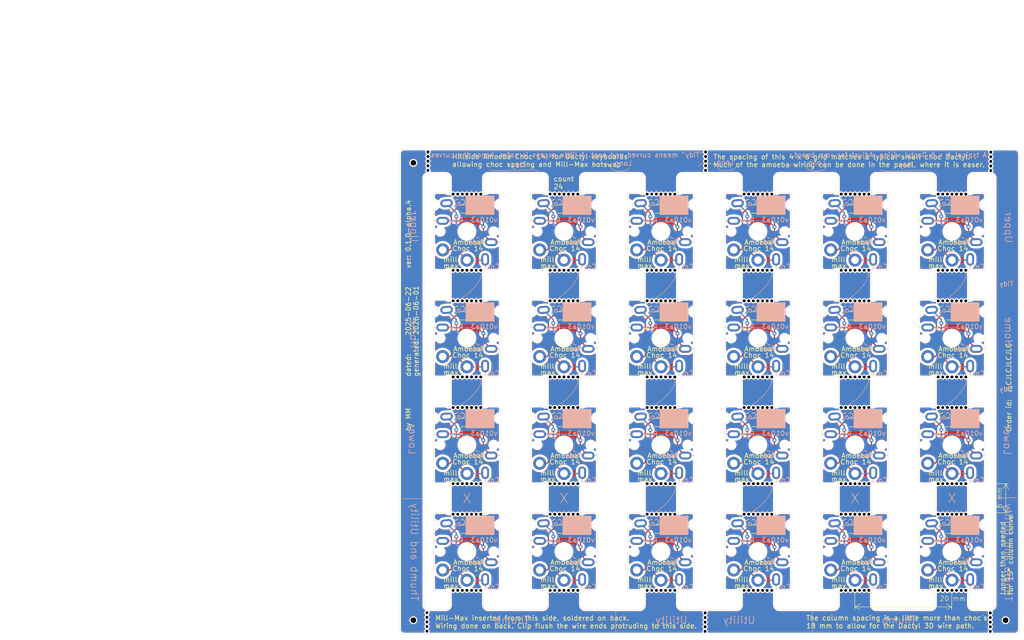
<source format=kicad_pcb>
(kicad_pcb (version 20241229) (generator "pcbnew") (generator_version "9.0")
  (title_block (title "Amoeba Choc 14 Panel") (date "2025-06-22") (rev "0.1.0-alpha.4") (comment 2 "count 24") (comment 3 "allowing choc spacing and Mill-Max hotswap") (comment 4 "Hillside Amoeba Choc 14: for Dactyl keyboards"))
  (layers (0 "F.Cu" signal) (2 "B.Cu" signal) (13 "F.Paste" user) (15 "B.Paste" user) (5 "F.SilkS" user "F.Silkscreen") (7 "B.SilkS" user "B.Silkscreen") (1 "F.Mask" user) (3 "B.Mask" user) (25 "Edge.Cuts" user))
  (net 0 "")
  (net 1 "/row")
  (net 2 "Net-(D1-A)")
  (net 3 "/col")
  (footprint "Diode_SMD:D_SOD-323_HandSoldering" (layer "F.Cu") (at 209.15 129.1875 180)
    (property "Reference" "D1")
    (property "Value" "1N4148")
  )
  (footprint "Amoeba_Choc_Nar:pg1350-hotswap" (layer "F.Cu") (at 109.15 111.8)
    (property "Reference" "SW1" (hide yes))
    (property "Value" "SW_SPST" (hide yes))
    (fp_line (start -6.85 -6.5) (end -6.85 -7.5) (stroke (width 0.05)) (layer "Edge.Cuts"))
    (fp_line (start -6.85 7.5) (end -6.85 -4.5) (stroke (width 0.05)) (layer "Edge.Cuts"))
    (fp_line (start -4.5 -8) (end -6.35 -8) (stroke (width 0.05)) (layer "Edge.Cuts"))
    (fp_line (start -4.5 8) (end -6.35 8) (stroke (width 0.05)) (layer "Edge.Cuts"))
    (fp_line (start 6.35 -8) (end 4.5 -8) (stroke (width 0.05)) (layer "Edge.Cuts"))
    (fp_line (start 6.35 8) (end 4.5 8) (stroke (width 0.05)) (layer "Edge.Cuts"))
    (fp_line (start 6.85 -6.5) (end 6.85 -7.5) (stroke (width 0.05)) (layer "Edge.Cuts"))
    (fp_line (start 6.85 7.5) (end 6.85 -4.5) (stroke (width 0.05)) (layer "Edge.Cuts"))
    (fp_arc (start -6.85 -7.5) (mid -6.703553 -7.853553) (end -6.35 -8) (stroke (width 0.05)) (layer "Edge.Cuts"))
    (fp_arc (start -6.85 -6.5) (mid -6.142893 -6.207107) (end -5.85 -5.5) (stroke (width 0.05)) (layer "Edge.Cuts"))
    (fp_arc (start -6.35 8) (mid -6.703553 7.853553) (end -6.85 7.5) (stroke (width 0.05)) (layer "Edge.Cuts"))
    (fp_arc (start -5.85 -5.5) (mid -6.142893 -4.792893) (end -6.85 -4.5) (stroke (width 0.05)) (layer "Edge.Cuts"))
    (fp_arc (start 5.85 -5.5) (mid 6.142893 -6.207107) (end 6.85 -6.5) (stroke (width 0.05)) (layer "Edge.Cuts"))
    (fp_arc (start 6.35 -8) (mid 6.703553 -7.853553) (end 6.85 -7.5) (stroke (width 0.05)) (layer "Edge.Cuts"))
    (fp_arc (start 6.85 -4.5) (mid 6.142893 -4.792893) (end 5.85 -5.5) (stroke (width 0.05)) (layer "Edge.Cuts"))
    (fp_arc (start 6.85 7.5) (mid 6.703553 7.853553) (end 6.35 8) (stroke (width 0.05)) (layer "Edge.Cuts"))
  )
  (footprint "Amoeba_Choc_Nar:Mouse_Bites" (layer "F.Cu") (at 109.15 82.092893)
    (property "Reference" "REF**" (hide yes))
    (property "Value" "Mouse_Bites" (hide yes))
  )
  (footprint "Diode_SMD:D_SOD-323_HandSoldering" (layer "F.Cu") (at 109.15 129.1875 180)
    (property "Reference" "D1")
    (property "Value" "1N4148")
  )
  (footprint "Amoeba_Choc_Nar:pg1350-hotswap" (layer "F.Cu") (at 129.15 67.8)
    (property "Reference" "SW1" (hide yes))
    (property "Value" "SW_SPST" (hide yes))
    (fp_line (start -6.85 -6.5) (end -6.85 -7.5) (stroke (width 0.05)) (layer "Edge.Cuts"))
    (fp_line (start -6.85 7.5) (end -6.85 -4.5) (stroke (width 0.05)) (layer "Edge.Cuts"))
    (fp_line (start -4.5 -8) (end -6.35 -8) (stroke (width 0.05)) (layer "Edge.Cuts"))
    (fp_line (start -4.5 8) (end -6.35 8) (stroke (width 0.05)) (layer "Edge.Cuts"))
    (fp_line (start 6.35 -8) (end 4.5 -8) (stroke (width 0.05)) (layer "Edge.Cuts"))
    (fp_line (start 6.35 8) (end 4.5 8) (stroke (width 0.05)) (layer "Edge.Cuts"))
    (fp_line (start 6.85 -6.5) (end 6.85 -7.5) (stroke (width 0.05)) (layer "Edge.Cuts"))
    (fp_line (start 6.85 7.5) (end 6.85 -4.5) (stroke (width 0.05)) (layer "Edge.Cuts"))
    (fp_arc (start -6.85 -7.5) (mid -6.703553 -7.853553) (end -6.35 -8) (stroke (width 0.05)) (layer "Edge.Cuts"))
    (fp_arc (start -6.85 -6.5) (mid -6.142893 -6.207107) (end -5.85 -5.5) (stroke (width 0.05)) (layer "Edge.Cuts"))
    (fp_arc (start -6.35 8) (mid -6.703553 7.853553) (end -6.85 7.5) (stroke (width 0.05)) (layer "Edge.Cuts"))
    (fp_arc (start -5.85 -5.5) (mid -6.142893 -4.792893) (end -6.85 -4.5) (stroke (width 0.05)) (layer "Edge.Cuts"))
    (fp_arc (start 5.85 -5.5) (mid 6.142893 -6.207107) (end 6.85 -6.5) (stroke (width 0.05)) (layer "Edge.Cuts"))
    (fp_arc (start 6.35 -8) (mid 6.703553 -7.853553) (end 6.85 -7.5) (stroke (width 0.05)) (layer "Edge.Cuts"))
    (fp_arc (start 6.85 -4.5) (mid 6.142893 -4.792893) (end 5.85 -5.5) (stroke (width 0.05)) (layer "Edge.Cuts"))
    (fp_arc (start 6.85 7.5) (mid 6.703553 7.853553) (end 6.35 8) (stroke (width 0.05)) (layer "Edge.Cuts"))
  )
  (footprint "Amoeba_Choc_Nar:pg1350-hotswap" (layer "F.Cu") (at 209.15 89.8)
    (property "Reference" "SW1" (hide yes))
    (property "Value" "SW_SPST" (hide yes))
    (fp_line (start -6.85 -6.5) (end -6.85 -7.5) (stroke (width 0.05)) (layer "Edge.Cuts"))
    (fp_line (start -6.85 7.5) (end -6.85 -4.5) (stroke (width 0.05)) (layer "Edge.Cuts"))
    (fp_line (start -4.5 -8) (end -6.35 -8) (stroke (width 0.05)) (layer "Edge.Cuts"))
    (fp_line (start -4.5 8) (end -6.35 8) (stroke (width 0.05)) (layer "Edge.Cuts"))
    (fp_line (start 6.35 -8) (end 4.5 -8) (stroke (width 0.05)) (layer "Edge.Cuts"))
    (fp_line (start 6.35 8) (end 4.5 8) (stroke (width 0.05)) (layer "Edge.Cuts"))
    (fp_line (start 6.85 -6.5) (end 6.85 -7.5) (stroke (width 0.05)) (layer "Edge.Cuts"))
    (fp_line (start 6.85 7.5) (end 6.85 -4.5) (stroke (width 0.05)) (layer "Edge.Cuts"))
    (fp_arc (start -6.85 -7.5) (mid -6.703553 -7.853553) (end -6.35 -8) (stroke (width 0.05)) (layer "Edge.Cuts"))
    (fp_arc (start -6.85 -6.5) (mid -6.142893 -6.207107) (end -5.85 -5.5) (stroke (width 0.05)) (layer "Edge.Cuts"))
    (fp_arc (start -6.35 8) (mid -6.703553 7.853553) (end -6.85 7.5) (stroke (width 0.05)) (layer "Edge.Cuts"))
    (fp_arc (start -5.85 -5.5) (mid -6.142893 -4.792893) (end -6.85 -4.5) (stroke (width 0.05)) (layer "Edge.Cuts"))
    (fp_arc (start 5.85 -5.5) (mid 6.142893 -6.207107) (end 6.85 -6.5) (stroke (width 0.05)) (layer "Edge.Cuts"))
    (fp_arc (start 6.35 -8) (mid 6.703553 -7.853553) (end 6.85 -7.5) (stroke (width 0.05)) (layer "Edge.Cuts"))
    (fp_arc (start 6.85 -4.5) (mid 6.142893 -4.792893) (end 5.85 -5.5) (stroke (width 0.05)) (layer "Edge.Cuts"))
    (fp_arc (start 6.85 7.5) (mid 6.703553 7.853553) (end 6.35 8) (stroke (width 0.05)) (layer "Edge.Cuts"))
  )
  (footprint "Amoeba_Choc_Nar:pg1350-hotswap" (layer "F.Cu") (at 149.15 133.8)
    (property "Reference" "SW1" (hide yes))
    (property "Value" "SW_SPST" (hide yes))
    (fp_line (start -6.85 -6.5) (end -6.85 -7.5) (stroke (width 0.05)) (layer "Edge.Cuts"))
    (fp_line (start -6.85 7.5) (end -6.85 -4.5) (stroke (width 0.05)) (layer "Edge.Cuts"))
    (fp_line (start -4.5 -8) (end -6.35 -8) (stroke (width 0.05)) (layer "Edge.Cuts"))
    (fp_line (start -4.5 8) (end -6.35 8) (stroke (width 0.05)) (layer "Edge.Cuts"))
    (fp_line (start 6.35 -8) (end 4.5 -8) (stroke (width 0.05)) (layer "Edge.Cuts"))
    (fp_line (start 6.35 8) (end 4.5 8) (stroke (width 0.05)) (layer "Edge.Cuts"))
    (fp_line (start 6.85 -6.5) (end 6.85 -7.5) (stroke (width 0.05)) (layer "Edge.Cuts"))
    (fp_line (start 6.85 7.5) (end 6.85 -4.5) (stroke (width 0.05)) (layer "Edge.Cuts"))
    (fp_arc (start -6.85 -7.5) (mid -6.703553 -7.853553) (end -6.35 -8) (stroke (width 0.05)) (layer "Edge.Cuts"))
    (fp_arc (start -6.85 -6.5) (mid -6.142893 -6.207107) (end -5.85 -5.5) (stroke (width 0.05)) (layer "Edge.Cuts"))
    (fp_arc (start -6.35 8) (mid -6.703553 7.853553) (end -6.85 7.5) (stroke (width 0.05)) (layer "Edge.Cuts"))
    (fp_arc (start -5.85 -5.5) (mid -6.142893 -4.792893) (end -6.85 -4.5) (stroke (width 0.05)) (layer "Edge.Cuts"))
    (fp_arc (start 5.85 -5.5) (mid 6.142893 -6.207107) (end 6.85 -6.5) (stroke (width 0.05)) (layer "Edge.Cuts"))
    (fp_arc (start 6.35 -8) (mid 6.703553 -7.853553) (end 6.85 -7.5) (stroke (width 0.05)) (layer "Edge.Cuts"))
    (fp_arc (start 6.85 -4.5) (mid 6.142893 -4.792893) (end 5.85 -5.5) (stroke (width 0.05)) (layer "Edge.Cuts"))
    (fp_arc (start 6.85 7.5) (mid 6.703553 7.853553) (end 6.35 8) (stroke (width 0.05)) (layer "Edge.Cuts"))
  )
  (footprint "Amoeba_Choc_Nar:pg1350-hotswap" (layer "F.Cu") (at 109.15 67.8)
    (property "Reference" "SW1" (hide yes))
    (property "Value" "SW_SPST" (hide yes))
    (fp_line (start -6.85 -6.5) (end -6.85 -7.5) (stroke (width 0.05)) (layer "Edge.Cuts"))
    (fp_line (start -6.85 7.5) (end -6.85 -4.5) (stroke (width 0.05)) (layer "Edge.Cuts"))
    (fp_line (start -4.5 -8) (end -6.35 -8) (stroke (width 0.05)) (layer "Edge.Cuts"))
    (fp_line (start -4.5 8) (end -6.35 8) (stroke (width 0.05)) (layer "Edge.Cuts"))
    (fp_line (start 6.35 -8) (end 4.5 -8) (stroke (width 0.05)) (layer "Edge.Cuts"))
    (fp_line (start 6.35 8) (end 4.5 8) (stroke (width 0.05)) (layer "Edge.Cuts"))
    (fp_line (start 6.85 -6.5) (end 6.85 -7.5) (stroke (width 0.05)) (layer "Edge.Cuts"))
    (fp_line (start 6.85 7.5) (end 6.85 -4.5) (stroke (width 0.05)) (layer "Edge.Cuts"))
    (fp_arc (start -6.85 -7.5) (mid -6.703553 -7.853553) (end -6.35 -8) (stroke (width 0.05)) (layer "Edge.Cuts"))
    (fp_arc (start -6.85 -6.5) (mid -6.142893 -6.207107) (end -5.85 -5.5) (stroke (width 0.05)) (layer "Edge.Cuts"))
    (fp_arc (start -6.35 8) (mid -6.703553 7.853553) (end -6.85 7.5) (stroke (width 0.05)) (layer "Edge.Cuts"))
    (fp_arc (start -5.85 -5.5) (mid -6.142893 -4.792893) (end -6.85 -4.5) (stroke (width 0.05)) (layer "Edge.Cuts"))
    (fp_arc (start 5.85 -5.5) (mid 6.142893 -6.207107) (end 6.85 -6.5) (stroke (width 0.05)) (layer "Edge.Cuts"))
    (fp_arc (start 6.35 -8) (mid 6.703553 -7.853553) (end 6.85 -7.5) (stroke (width 0.05)) (layer "Edge.Cuts"))
    (fp_arc (start 6.85 -4.5) (mid 6.142893 -4.792893) (end 5.85 -5.5) (stroke (width 0.05)) (layer "Edge.Cuts"))
    (fp_arc (start 6.85 7.5) (mid 6.703553 7.853553) (end 6.35 8) (stroke (width 0.05)) (layer "Edge.Cuts"))
  )
  (footprint "Amoeba_Choc_Nar:Mouse_Bites" (layer "F.Cu") (at 189.15 97.8)
    (property "Reference" "REF**" (hide yes))
    (property "Value" "Mouse_Bites" (hide yes))
  )
  (footprint "Amoeba_Choc_Nar:Mouse_Bites" (layer "F.Cu") (at 169.15 126.092893)
    (property "Reference" "REF**" (hide yes))
    (property "Value" "Mouse_Bites" (hide yes))
  )
  (footprint "Amoeba_Choc_Nar:Mouse_Bites" (layer "F.Cu") (at 189.15 126.092893)
    (property "Reference" "REF**" (hide yes))
    (property "Value" "Mouse_Bites" (hide yes))
  )
  (footprint "Amoeba_Choc_Nar:Mouse_Bites" (layer "F.Cu") (at 169.15 119.8)
    (property "Reference" "REF**" (hide yes))
    (property "Value" "Mouse_Bites" (hide yes))
  )
  (footprint "Amoeba_Choc_Nar:pg1350-hotswap" (layer "F.Cu") (at 129.15 133.8)
    (property "Reference" "SW1" (hide yes))
    (property "Value" "SW_SPST" (hide yes))
    (fp_line (start -6.85 -6.5) (end -6.85 -7.5) (stroke (width 0.05)) (layer "Edge.Cuts"))
    (fp_line (start -6.85 7.5) (end -6.85 -4.5) (stroke (width 0.05)) (layer "Edge.Cuts"))
    (fp_line (start -4.5 -8) (end -6.35 -8) (stroke (width 0.05)) (layer "Edge.Cuts"))
    (fp_line (start -4.5 8) (end -6.35 8) (stroke (width 0.05)) (layer "Edge.Cuts"))
    (fp_line (start 6.35 -8) (end 4.5 -8) (stroke (width 0.05)) (layer "Edge.Cuts"))
    (fp_line (start 6.35 8) (end 4.5 8) (stroke (width 0.05)) (layer "Edge.Cuts"))
    (fp_line (start 6.85 -6.5) (end 6.85 -7.5) (stroke (width 0.05)) (layer "Edge.Cuts"))
    (fp_line (start 6.85 7.5) (end 6.85 -4.5) (stroke (width 0.05)) (layer "Edge.Cuts"))
    (fp_arc (start -6.85 -7.5) (mid -6.703553 -7.853553) (end -6.35 -8) (stroke (width 0.05)) (layer "Edge.Cuts"))
    (fp_arc (start -6.85 -6.5) (mid -6.142893 -6.207107) (end -5.85 -5.5) (stroke (width 0.05)) (layer "Edge.Cuts"))
    (fp_arc (start -6.35 8) (mid -6.703553 7.853553) (end -6.85 7.5) (stroke (width 0.05)) (layer "Edge.Cuts"))
    (fp_arc (start -5.85 -5.5) (mid -6.142893 -4.792893) (end -6.85 -4.5) (stroke (width 0.05)) (layer "Edge.Cuts"))
    (fp_arc (start 5.85 -5.5) (mid 6.142893 -6.207107) (end 6.85 -6.5) (stroke (width 0.05)) (layer "Edge.Cuts"))
    (fp_arc (start 6.35 -8) (mid 6.703553 -7.853553) (end 6.85 -7.5) (stroke (width 0.05)) (layer "Edge.Cuts"))
    (fp_arc (start 6.85 -4.5) (mid 6.142893 -4.792893) (end 5.85 -5.5) (stroke (width 0.05)) (layer "Edge.Cuts"))
    (fp_arc (start 6.85 7.5) (mid 6.703553 7.853553) (end 6.35 8) (stroke (width 0.05)) (layer "Edge.Cuts"))
  )
  (footprint "" (layer "F.Cu") (at 172.4033 149.666167)
    (property "Reference" "")
    (property "Value" "")
  )
  (footprint "Amoeba_Choc_Nar:ToolingHole_1.152mm" (layer "F.Cu") (at 98.1 147.95)
    (property "Reference" "" (hide yes))
    (property "Value" "ToolingHole" (hide yes))
  )
  (footprint "Amoeba_Choc_Nar:Mouse_Bites_5mm" (layer "F.Cu") (at 158.25 148.35 90)
    (property "Reference" "REF**" (hide yes))
    (property "Value" "Mouse_Bites_5mm" (hide yes))
  )
  (footprint "Amoeba_Choc_Nar:Mouse_Bites" (layer "F.Cu") (at 149.15 104.092893)
    (property "Reference" "REF**" (hide yes))
    (property "Value" "Mouse_Bites" (hide yes))
  )
  (footprint "Diode_SMD:D_SOD-323_HandSoldering" (layer "F.Cu") (at 149.15 107.1875 180)
    (property "Reference" "D1")
    (property "Value" "1N4148")
  )
  (footprint "Amoeba_Choc_Nar:Mouse_Bites_5mm" (layer "F.Cu") (at 217.05 148.35 90)
    (property "Reference" "REF**" (hide yes))
    (property "Value" "Mouse_Bites_5mm" (hide yes))
  )
  (footprint "Amoeba_Choc_Nar:Mouse_Bites" (layer "F.Cu") (at 129.15 75.8)
    (property "Reference" "REF**" (hide yes))
    (property "Value" "Mouse_Bites" (hide yes))
  )
  (footprint "" (layer "F.Cu") (at 171.675793 150.184801)
    (property "Reference" "")
    (property "Value" "")
  )
  (footprint "Amoeba_Choc_Nar:Mouse_Bites" (layer "F.Cu") (at 149.15 75.8)
    (property "Reference" "REF**" (hide yes))
    (property "Value" "Mouse_Bites" (hide yes))
  )
  (footprint "Diode_SMD:D_SOD-323_HandSoldering" (layer "F.Cu") (at 189.15 107.1875 180)
    (property "Reference" "D1")
    (property "Value" "1N4148")
  )
  (footprint "Amoeba_Choc_Nar:Mouse_Bites" (layer "F.Cu") (at 169.15 141.8)
    (property "Reference" "REF**" (hide yes))
    (property "Value" "Mouse_Bites" (hide yes))
  )
  (footprint "Amoeba_Choc_Nar:Mouse_Bites_5mm" (layer "F.Cu") (at 217.15 53.35 90)
    (property "Reference" "REF**" (hide yes))
    (property "Value" "Mouse_Bites_5mm" (hide yes))
  )
  (footprint "Amoeba_Choc_Nar:pg1350-hotswap" (layer "F.Cu") (at 189.15 67.8)
    (property "Reference" "SW1" (hide yes))
    (property "Value" "SW_SPST" (hide yes))
    (fp_line (start -6.85 -6.5) (end -6.85 -7.5) (stroke (width 0.05)) (layer "Edge.Cuts"))
    (fp_line (start -6.85 7.5) (end -6.85 -4.5) (stroke (width 0.05)) (layer "Edge.Cuts"))
    (fp_line (start -4.5 -8) (end -6.35 -8) (stroke (width 0.05)) (layer "Edge.Cuts"))
    (fp_line (start -4.5 8) (end -6.35 8) (stroke (width 0.05)) (layer "Edge.Cuts"))
    (fp_line (start 6.35 -8) (end 4.5 -8) (stroke (width 0.05)) (layer "Edge.Cuts"))
    (fp_line (start 6.35 8) (end 4.5 8) (stroke (width 0.05)) (layer "Edge.Cuts"))
    (fp_line (start 6.85 -6.5) (end 6.85 -7.5) (stroke (width 0.05)) (layer "Edge.Cuts"))
    (fp_line (start 6.85 7.5) (end 6.85 -4.5) (stroke (width 0.05)) (layer "Edge.Cuts"))
    (fp_arc (start -6.85 -7.5) (mid -6.703553 -7.853553) (end -6.35 -8) (stroke (width 0.05)) (layer "Edge.Cuts"))
    (fp_arc (start -6.85 -6.5) (mid -6.142893 -6.207107) (end -5.85 -5.5) (stroke (width 0.05)) (layer "Edge.Cuts"))
    (fp_arc (start -6.35 8) (mid -6.703553 7.853553) (end -6.85 7.5) (stroke (width 0.05)) (layer "Edge.Cuts"))
    (fp_arc (start -5.85 -5.5) (mid -6.142893 -4.792893) (end -6.85 -4.5) (stroke (width 0.05)) (layer "Edge.Cuts"))
    (fp_arc (start 5.85 -5.5) (mid 6.142893 -6.207107) (end 6.85 -6.5) (stroke (width 0.05)) (layer "Edge.Cuts"))
    (fp_arc (start 6.35 -8) (mid 6.703553 -7.853553) (end 6.85 -7.5) (stroke (width 0.05)) (layer "Edge.Cuts"))
    (fp_arc (start 6.85 -4.5) (mid 6.142893 -4.792893) (end 5.85 -5.5) (stroke (width 0.05)) (layer "Edge.Cuts"))
    (fp_arc (start 6.85 7.5) (mid 6.703553 7.853553) (end 6.35 8) (stroke (width 0.05)) (layer "Edge.Cuts"))
  )
  (footprint "Diode_SMD:D_SOD-323_HandSoldering" (layer "F.Cu") (at 169.15 85.1875 180)
    (property "Reference" "D1")
    (property "Value" "1N4148")
  )
  (footprint "Amoeba_Choc_Nar:pg1350-hotswap" (layer "F.Cu") (at 209.15 133.8)
    (property "Reference" "SW1" (hide yes))
    (property "Value" "SW_SPST" (hide yes))
    (fp_line (start -6.85 -6.5) (end -6.85 -7.5) (stroke (width 0.05)) (layer "Edge.Cuts"))
    (fp_line (start -6.85 7.5) (end -6.85 -4.5) (stroke (width 0.05)) (layer "Edge.Cuts"))
    (fp_line (start -4.5 -8) (end -6.35 -8) (stroke (width 0.05)) (layer "Edge.Cuts"))
    (fp_line (start -4.5 8) (end -6.35 8) (stroke (width 0.05)) (layer "Edge.Cuts"))
    (fp_line (start 6.35 -8) (end 4.5 -8) (stroke (width 0.05)) (layer "Edge.Cuts"))
    (fp_line (start 6.35 8) (end 4.5 8) (stroke (width 0.05)) (layer "Edge.Cuts"))
    (fp_line (start 6.85 -6.5) (end 6.85 -7.5) (stroke (width 0.05)) (layer "Edge.Cuts"))
    (fp_line (start 6.85 7.5) (end 6.85 -4.5) (stroke (width 0.05)) (layer "Edge.Cuts"))
    (fp_arc (start -6.85 -7.5) (mid -6.703553 -7.853553) (end -6.35 -8) (stroke (width 0.05)) (layer "Edge.Cuts"))
    (fp_arc (start -6.85 -6.5) (mid -6.142893 -6.207107) (end -5.85 -5.5) (stroke (width 0.05)) (layer "Edge.Cuts"))
    (fp_arc (start -6.35 8) (mid -6.703553 7.853553) (end -6.85 7.5) (stroke (width 0.05)) (layer "Edge.Cuts"))
    (fp_arc (start -5.85 -5.5) (mid -6.142893 -4.792893) (end -6.85 -4.5) (stroke (width 0.05)) (layer "Edge.Cuts"))
    (fp_arc (start 5.85 -5.5) (mid 6.142893 -6.207107) (end 6.85 -6.5) (stroke (width 0.05)) (layer "Edge.Cuts"))
    (fp_arc (start 6.35 -8) (mid 6.703553 -7.853553) (end 6.85 -7.5) (stroke (width 0.05)) (layer "Edge.Cuts"))
    (fp_arc (start 6.85 -4.5) (mid 6.142893 -4.792893) (end 5.85 -5.5) (stroke (width 0.05)) (layer "Edge.Cuts"))
    (fp_arc (start 6.85 7.5) (mid 6.703553 7.853553) (end 6.35 8) (stroke (width 0.05)) (layer "Edge.Cuts"))
  )
  (footprint "Amoeba_Choc_Nar:Mouse_Bites" (layer "F.Cu") (at 129.15 141.8)
    (property "Reference" "REF**" (hide yes))
    (property "Value" "Mouse_Bites" (hide yes))
  )
  (footprint "Amoeba_Choc_Nar:pg1350-hotswap" (layer "F.Cu") (at 169.15 89.8)
    (property "Reference" "SW1" (hide yes))
    (property "Value" "SW_SPST" (hide yes))
    (fp_line (start -6.85 -6.5) (end -6.85 -7.5) (stroke (width 0.05)) (layer "Edge.Cuts"))
    (fp_line (start -6.85 7.5) (end -6.85 -4.5) (stroke (width 0.05)) (layer "Edge.Cuts"))
    (fp_line (start -4.5 -8) (end -6.35 -8) (stroke (width 0.05)) (layer "Edge.Cuts"))
    (fp_line (start -4.5 8) (end -6.35 8) (stroke (width 0.05)) (layer "Edge.Cuts"))
    (fp_line (start 6.35 -8) (end 4.5 -8) (stroke (width 0.05)) (layer "Edge.Cuts"))
    (fp_line (start 6.35 8) (end 4.5 8) (stroke (width 0.05)) (layer "Edge.Cuts"))
    (fp_line (start 6.85 -6.5) (end 6.85 -7.5) (stroke (width 0.05)) (layer "Edge.Cuts"))
    (fp_line (start 6.85 7.5) (end 6.85 -4.5) (stroke (width 0.05)) (layer "Edge.Cuts"))
    (fp_arc (start -6.85 -7.5) (mid -6.703553 -7.853553) (end -6.35 -8) (stroke (width 0.05)) (layer "Edge.Cuts"))
    (fp_arc (start -6.85 -6.5) (mid -6.142893 -6.207107) (end -5.85 -5.5) (stroke (width 0.05)) (layer "Edge.Cuts"))
    (fp_arc (start -6.35 8) (mid -6.703553 7.853553) (end -6.85 7.5) (stroke (width 0.05)) (layer "Edge.Cuts"))
    (fp_arc (start -5.85 -5.5) (mid -6.142893 -4.792893) (end -6.85 -4.5) (stroke (width 0.05)) (layer "Edge.Cuts"))
    (fp_arc (start 5.85 -5.5) (mid 6.142893 -6.207107) (end 6.85 -6.5) (stroke (width 0.05)) (layer "Edge.Cuts"))
    (fp_arc (start 6.35 -8) (mid 6.703553 -7.853553) (end 6.85 -7.5) (stroke (width 0.05)) (layer "Edge.Cuts"))
    (fp_arc (start 6.85 -4.5) (mid 6.142893 -4.792893) (end 5.85 -5.5) (stroke (width 0.05)) (layer "Edge.Cuts"))
    (fp_arc (start 6.85 7.5) (mid 6.703553 7.853553) (end 6.35 8) (stroke (width 0.05)) (layer "Edge.Cuts"))
  )
  (footprint "Amoeba_Choc_Nar:Mouse_Bites" (layer "F.Cu") (at 109.15 97.8)
    (property "Reference" "REF**" (hide yes))
    (property "Value" "Mouse_Bites" (hide yes))
  )
  (footprint "Amoeba_Choc_Nar:pg1350-hotswap" (layer "F.Cu") (at 149.15 67.8)
    (property "Reference" "SW1" (hide yes))
    (property "Value" "SW_SPST" (hide yes))
    (fp_line (start -6.85 -6.5) (end -6.85 -7.5) (stroke (width 0.05)) (layer "Edge.Cuts"))
    (fp_line (start -6.85 7.5) (end -6.85 -4.5) (stroke (width 0.05)) (layer "Edge.Cuts"))
    (fp_line (start -4.5 -8) (end -6.35 -8) (stroke (width 0.05)) (layer "Edge.Cuts"))
    (fp_line (start -4.5 8) (end -6.35 8) (stroke (width 0.05)) (layer "Edge.Cuts"))
    (fp_line (start 6.35 -8) (end 4.5 -8) (stroke (width 0.05)) (layer "Edge.Cuts"))
    (fp_line (start 6.35 8) (end 4.5 8) (stroke (width 0.05)) (layer "Edge.Cuts"))
    (fp_line (start 6.85 -6.5) (end 6.85 -7.5) (stroke (width 0.05)) (layer "Edge.Cuts"))
    (fp_line (start 6.85 7.5) (end 6.85 -4.5) (stroke (width 0.05)) (layer "Edge.Cuts"))
    (fp_arc (start -6.85 -7.5) (mid -6.703553 -7.853553) (end -6.35 -8) (stroke (width 0.05)) (layer "Edge.Cuts"))
    (fp_arc (start -6.85 -6.5) (mid -6.142893 -6.207107) (end -5.85 -5.5) (stroke (width 0.05)) (layer "Edge.Cuts"))
    (fp_arc (start -6.35 8) (mid -6.703553 7.853553) (end -6.85 7.5) (stroke (width 0.05)) (layer "Edge.Cuts"))
    (fp_arc (start -5.85 -5.5) (mid -6.142893 -4.792893) (end -6.85 -4.5) (stroke (width 0.05)) (layer "Edge.Cuts"))
    (fp_arc (start 5.85 -5.5) (mid 6.142893 -6.207107) (end 6.85 -6.5) (stroke (width 0.05)) (layer "Edge.Cuts"))
    (fp_arc (start 6.35 -8) (mid 6.703553 -7.853553) (end 6.85 -7.5) (stroke (width 0.05)) (layer "Edge.Cuts"))
    (fp_arc (start 6.85 -4.5) (mid 6.142893 -4.792893) (end 5.85 -5.5) (stroke (width 0.05)) (layer "Edge.Cuts"))
    (fp_arc (start 6.85 7.5) (mid 6.703553 7.853553) (end 6.35 8) (stroke (width 0.05)) (layer "Edge.Cuts"))
  )
  (footprint "Amoeba_Choc_Nar:Mouse_Bites" (layer "F.Cu") (at 169.15 75.8)
    (property "Reference" "REF**" (hide yes))
    (property "Value" "Mouse_Bites" (hide yes))
  )
  (footprint "Diode_SMD:D_SOD-323_HandSoldering" (layer "F.Cu") (at 129.15 107.1875 180)
    (property "Reference" "D1")
    (property "Value" "1N4148")
  )
  (footprint "Diode_SMD:D_SOD-323_HandSoldering" (layer "F.Cu") (at 129.15 129.1875 180)
    (property "Reference" "D1")
    (property "Value" "1N4148")
  )
  (footprint "Amoeba_Choc_Nar:Mouse_Bites" (layer "F.Cu") (at 149.15 141.8)
    (property "Reference" "REF**" (hide yes))
    (property "Value" "Mouse_Bites" (hide yes))
  )
  (footprint "Diode_SMD:D_SOD-323_HandSoldering" (layer "F.Cu") (at 189.15 85.1875 180)
    (property "Reference" "D1")
    (property "Value" "1N4148")
  )
  (footprint "Amoeba_Choc_Nar:pg1350-hotswap" (layer "F.Cu") (at 189.15 133.8)
    (property "Reference" "SW1" (hide yes))
    (property "Value" "SW_SPST" (hide yes))
    (fp_line (start -6.85 -6.5) (end -6.85 -7.5) (stroke (width 0.05)) (layer "Edge.Cuts"))
    (fp_line (start -6.85 7.5) (end -6.85 -4.5) (stroke (width 0.05)) (layer "Edge.Cuts"))
    (fp_line (start -4.5 -8) (end -6.35 -8) (stroke (width 0.05)) (layer "Edge.Cuts"))
    (fp_line (start -4.5 8) (end -6.35 8) (stroke (width 0.05)) (layer "Edge.Cuts"))
    (fp_line (start 6.35 -8) (end 4.5 -8) (stroke (width 0.05)) (layer "Edge.Cuts"))
    (fp_line (start 6.35 8) (end 4.5 8) (stroke (width 0.05)) (layer "Edge.Cuts"))
    (fp_line (start 6.85 -6.5) (end 6.85 -7.5) (stroke (width 0.05)) (layer "Edge.Cuts"))
    (fp_line (start 6.85 7.5) (end 6.85 -4.5) (stroke (width 0.05)) (layer "Edge.Cuts"))
    (fp_arc (start -6.85 -7.5) (mid -6.703553 -7.853553) (end -6.35 -8) (stroke (width 0.05)) (layer "Edge.Cuts"))
    (fp_arc (start -6.85 -6.5) (mid -6.142893 -6.207107) (end -5.85 -5.5) (stroke (width 0.05)) (layer "Edge.Cuts"))
    (fp_arc (start -6.35 8) (mid -6.703553 7.853553) (end -6.85 7.5) (stroke (width 0.05)) (layer "Edge.Cuts"))
    (fp_arc (start -5.85 -5.5) (mid -6.142893 -4.792893) (end -6.85 -4.5) (stroke (width 0.05)) (layer "Edge.Cuts"))
    (fp_arc (start 5.85 -5.5) (mid 6.142893 -6.207107) (end 6.85 -6.5) (stroke (width 0.05)) (layer "Edge.Cuts"))
    (fp_arc (start 6.35 -8) (mid 6.703553 -7.853553) (end 6.85 -7.5) (stroke (width 0.05)) (layer "Edge.Cuts"))
    (fp_arc (start 6.85 -4.5) (mid 6.142893 -4.792893) (end 5.85 -5.5) (stroke (width 0.05)) (layer "Edge.Cuts"))
    (fp_arc (start 6.85 7.5) (mid 6.703553 7.853553) (end 6.35 8) (stroke (width 0.05)) (layer "Edge.Cuts"))
  )
  (footprint "Amoeba_Choc_Nar:pg1350-hotswap" (layer "F.Cu") (at 209.15 111.8)
    (property "Reference" "SW1" (hide yes))
    (property "Value" "SW_SPST" (hide yes))
    (fp_line (start -6.85 -6.5) (end -6.85 -7.5) (stroke (width 0.05)) (layer "Edge.Cuts"))
    (fp_line (start -6.85 7.5) (end -6.85 -4.5) (stroke (width 0.05)) (layer "Edge.Cuts"))
    (fp_line (start -4.5 -8) (end -6.35 -8) (stroke (width 0.05)) (layer "Edge.Cuts"))
    (fp_line (start -4.5 8) (end -6.35 8) (stroke (width 0.05)) (layer "Edge.Cuts"))
    (fp_line (start 6.35 -8) (end 4.5 -8) (stroke (width 0.05)) (layer "Edge.Cuts"))
    (fp_line (start 6.35 8) (end 4.5 8) (stroke (width 0.05)) (layer "Edge.Cuts"))
    (fp_line (start 6.85 -6.5) (end 6.85 -7.5) (stroke (width 0.05)) (layer "Edge.Cuts"))
    (fp_line (start 6.85 7.5) (end 6.85 -4.5) (stroke (width 0.05)) (layer "Edge.Cuts"))
    (fp_arc (start -6.85 -7.5) (mid -6.703553 -7.853553) (end -6.35 -8) (stroke (width 0.05)) (layer "Edge.Cuts"))
    (fp_arc (start -6.85 -6.5) (mid -6.142893 -6.207107) (end -5.85 -5.5) (stroke (width 0.05)) (layer "Edge.Cuts"))
    (fp_arc (start -6.35 8) (mid -6.703553 7.853553) (end -6.85 7.5) (stroke (width 0.05)) (layer "Edge.Cuts"))
    (fp_arc (start -5.85 -5.5) (mid -6.142893 -4.792893) (end -6.85 -4.5) (stroke (width 0.05)) (layer "Edge.Cuts"))
    (fp_arc (start 5.85 -5.5) (mid 6.142893 -6.207107) (end 6.85 -6.5) (stroke (width 0.05)) (layer "Edge.Cuts"))
    (fp_arc (start 6.35 -8) (mid 6.703553 -7.853553) (end 6.85 -7.5) (stroke (width 0.05)) (layer "Edge.Cuts"))
    (fp_arc (start 6.85 -4.5) (mid 6.142893 -4.792893) (end 5.85 -5.5) (stroke (width 0.05)) (layer "Edge.Cuts"))
    (fp_arc (start 6.85 7.5) (mid 6.703553 7.853553) (end 6.35 8) (stroke (width 0.05)) (layer "Edge.Cuts"))
  )
  (footprint "" (layer "F.Cu") (at 171.519786 150.123035)
    (property "Reference" "")
    (property "Value" "")
  )
  (footprint "Amoeba_Choc_Nar:Mouse_Bites" (layer "F.Cu") (at 209.15 104.092893)
    (property "Reference" "REF**" (hide yes))
    (property "Value" "Mouse_Bites" (hide yes))
  )
  (footprint "Amoeba_Choc_Nar:Mouse_Bites" (layer "F.Cu") (at 209.15 60.092893)
    (property "Reference" "REF**" (hide yes))
    (property "Value" "Mouse_Bites" (hide yes))
  )
  (footprint "Amoeba_Choc_Nar:Mouse_Bites" (layer "F.Cu") (at 109.15 60.092893)
    (property "Reference" "REF**" (hide yes))
    (property "Value" "Mouse_Bites" (hide yes))
  )
  (footprint "Amoeba_Choc_Nar:Mouse_Bites" (layer "F.Cu") (at 189.15 60.092893)
    (property "Reference" "REF**" (hide yes))
    (property "Value" "Mouse_Bites" (hide yes))
  )
  (footprint "Amoeba_Choc_Nar:pg1350-hotswap" (layer "F.Cu") (at 169.15 67.8)
    (property "Reference" "SW1" (hide yes))
    (property "Value" "SW_SPST" (hide yes))
    (fp_line (start -6.85 -6.5) (end -6.85 -7.5) (stroke (width 0.05)) (layer "Edge.Cuts"))
    (fp_line (start -6.85 7.5) (end -6.85 -4.5) (stroke (width 0.05)) (layer "Edge.Cuts"))
    (fp_line (start -4.5 -8) (end -6.35 -8) (stroke (width 0.05)) (layer "Edge.Cuts"))
    (fp_line (start -4.5 8) (end -6.35 8) (stroke (width 0.05)) (layer "Edge.Cuts"))
    (fp_line (start 6.35 -8) (end 4.5 -8) (stroke (width 0.05)) (layer "Edge.Cuts"))
    (fp_line (start 6.35 8) (end 4.5 8) (stroke (width 0.05)) (layer "Edge.Cuts"))
    (fp_line (start 6.85 -6.5) (end 6.85 -7.5) (stroke (width 0.05)) (layer "Edge.Cuts"))
    (fp_line (start 6.85 7.5) (end 6.85 -4.5) (stroke (width 0.05)) (layer "Edge.Cuts"))
    (fp_arc (start -6.85 -7.5) (mid -6.703553 -7.853553) (end -6.35 -8) (stroke (width 0.05)) (layer "Edge.Cuts"))
    (fp_arc (start -6.85 -6.5) (mid -6.142893 -6.207107) (end -5.85 -5.5) (stroke (width 0.05)) (layer "Edge.Cuts"))
    (fp_arc (start -6.35 8) (mid -6.703553 7.853553) (end -6.85 7.5) (stroke (width 0.05)) (layer "Edge.Cuts"))
    (fp_arc (start -5.85 -5.5) (mid -6.142893 -4.792893) (end -6.85 -4.5) (stroke (width 0.05)) (layer "Edge.Cuts"))
    (fp_arc (start 5.85 -5.5) (mid 6.142893 -6.207107) (end 6.85 -6.5) (stroke (width 0.05)) (layer "Edge.Cuts"))
    (fp_arc (start 6.35 -8) (mid 6.703553 -7.853553) (end 6.85 -7.5) (stroke (width 0.05)) (layer "Edge.Cuts"))
    (fp_arc (start 6.85 -4.5) (mid 6.142893 -4.792893) (end 5.85 -5.5) (stroke (width 0.05)) (layer "Edge.Cuts"))
    (fp_arc (start 6.85 7.5) (mid 6.703553 7.853553) (end 6.35 8) (stroke (width 0.05)) (layer "Edge.Cuts"))
  )
  (footprint "Amoeba_Choc_Nar:Mouse_Bites" (layer "F.Cu") (at 189.15 75.8)
    (property "Reference" "REF**" (hide yes))
    (property "Value" "Mouse_Bites" (hide yes))
  )
  (footprint "Amoeba_Choc_Nar:Mouse_Bites" (layer "F.Cu") (at 109.15 75.8)
    (property "Reference" "REF**" (hide yes))
    (property "Value" "Mouse_Bites" (hide yes))
  )
  (footprint "Amoeba_Choc_Nar:Mouse_Bites" (layer "F.Cu") (at 169.15 82.092893)
    (property "Reference" "REF**" (hide yes))
    (property "Value" "Mouse_Bites" (hide yes))
  )
  (footprint "Diode_SMD:D_SOD-323_HandSoldering" (layer "F.Cu") (at 189.15 129.1875 180)
    (property "Reference" "D1")
    (property "Value" "1N4148")
  )
  (footprint "Amoeba_Choc_Nar:Mouse_Bites" (layer "F.Cu") (at 209.15 75.8)
    (property "Reference" "REF**" (hide yes))
    (property "Value" "Mouse_Bites" (hide yes))
  )
  (footprint "Amoeba_Choc_Nar:pg1350-hotswap" (layer "F.Cu") (at 209.15 67.8)
    (property "Reference" "SW1" (hide yes))
    (property "Value" "SW_SPST" (hide yes))
    (fp_line (start -6.85 -6.5) (end -6.85 -7.5) (stroke (width 0.05)) (layer "Edge.Cuts"))
    (fp_line (start -6.85 7.5) (end -6.85 -4.5) (stroke (width 0.05)) (layer "Edge.Cuts"))
    (fp_line (start -4.5 -8) (end -6.35 -8) (stroke (width 0.05)) (layer "Edge.Cuts"))
    (fp_line (start -4.5 8) (end -6.35 8) (stroke (width 0.05)) (layer "Edge.Cuts"))
    (fp_line (start 6.35 -8) (end 4.5 -8) (stroke (width 0.05)) (layer "Edge.Cuts"))
    (fp_line (start 6.35 8) (end 4.5 8) (stroke (width 0.05)) (layer "Edge.Cuts"))
    (fp_line (start 6.85 -6.5) (end 6.85 -7.5) (stroke (width 0.05)) (layer "Edge.Cuts"))
    (fp_line (start 6.85 7.5) (end 6.85 -4.5) (stroke (width 0.05)) (layer "Edge.Cuts"))
    (fp_arc (start -6.85 -7.5) (mid -6.703553 -7.853553) (end -6.35 -8) (stroke (width 0.05)) (layer "Edge.Cuts"))
    (fp_arc (start -6.85 -6.5) (mid -6.142893 -6.207107) (end -5.85 -5.5) (stroke (width 0.05)) (layer "Edge.Cuts"))
    (fp_arc (start -6.35 8) (mid -6.703553 7.853553) (end -6.85 7.5) (stroke (width 0.05)) (layer "Edge.Cuts"))
    (fp_arc (start -5.85 -5.5) (mid -6.142893 -4.792893) (end -6.85 -4.5) (stroke (width 0.05)) (layer "Edge.Cuts"))
    (fp_arc (start 5.85 -5.5) (mid 6.142893 -6.207107) (end 6.85 -6.5) (stroke (width 0.05)) (layer "Edge.Cuts"))
    (fp_arc (start 6.35 -8) (mid 6.703553 -7.853553) (end 6.85 -7.5) (stroke (width 0.05)) (layer "Edge.Cuts"))
    (fp_arc (start 6.85 -4.5) (mid 6.142893 -4.792893) (end 5.85 -5.5) (stroke (width 0.05)) (layer "Edge.Cuts"))
    (fp_arc (start 6.85 7.5) (mid 6.703553 7.853553) (end 6.35 8) (stroke (width 0.05)) (layer "Edge.Cuts"))
  )
  (footprint "Amoeba_Choc_Nar:Mouse_Bites" (layer "F.Cu") (at 149.15 60.092893)
    (property "Reference" "REF**" (hide yes))
    (property "Value" "Mouse_Bites" (hide yes))
  )
  (footprint "Amoeba_Choc_Nar:Mouse_Bites" (layer "F.Cu") (at 129.15 119.8)
    (property "Reference" "REF**" (hide yes))
    (property "Value" "Mouse_Bites" (hide yes))
  )
  (footprint "Amoeba_Choc_Nar:Mouse_Bites" (layer "F.Cu") (at 129.15 82.092893)
    (property "Reference" "REF**" (hide yes))
    (property "Value" "Mouse_Bites" (hide yes))
  )
  (footprint "Amoeba_Choc_Nar:Mouse_Bites" (layer "F.Cu") (at 109.15 126.092893)
    (property "Reference" "REF**" (hide yes))
    (property "Value" "Mouse_Bites" (hide yes))
  )
  (footprint "Fiducial:Fiducial_1mm_Mask2mm" (layer "F.Cu") (at 99.1 145.8 180)
    (property "Reference" "REF**" (hide yes))
    (property "Value" "Fiducial_1mm_Mask2mm" (hide yes))
  )
  (footprint "Amoeba_Choc_Nar:Mouse_Bites" (layer "F.Cu") (at 129.15 97.8)
    (property "Reference" "REF**" (hide yes))
    (property "Value" "Mouse_Bites" (hide yes))
  )
  (footprint "Amoeba_Choc_Nar:Mouse_Bites" (layer "F.Cu") (at 109.15 141.8)
    (property "Reference" "REF**" (hide yes))
    (property "Value" "Mouse_Bites" (hide yes))
  )
  (footprint "Amoeba_Choc_Nar:Mouse_Bites" (layer "F.Cu") (at 209.15 97.8)
    (property "Reference" "REF**" (hide yes))
    (property "Value" "Mouse_Bites" (hide yes))
  )
  (footprint "Amoeba_Choc_Nar:Mouse_Bites" (layer "F.Cu") (at 149.15 97.8)
    (property "Reference" "REF**" (hide yes))
    (property "Value" "Mouse_Bites" (hide yes))
  )
  (footprint "Amoeba_Choc_Nar:pg1350-hotswap" (layer "F.Cu") (at 149.15 89.8)
    (property "Reference" "SW1" (hide yes))
    (property "Value" "SW_SPST" (hide yes))
    (fp_line (start -6.85 -6.5) (end -6.85 -7.5) (stroke (width 0.05)) (layer "Edge.Cuts"))
    (fp_line (start -6.85 7.5) (end -6.85 -4.5) (stroke (width 0.05)) (layer "Edge.Cuts"))
    (fp_line (start -4.5 -8) (end -6.35 -8) (stroke (width 0.05)) (layer "Edge.Cuts"))
    (fp_line (start -4.5 8) (end -6.35 8) (stroke (width 0.05)) (layer "Edge.Cuts"))
    (fp_line (start 6.35 -8) (end 4.5 -8) (stroke (width 0.05)) (layer "Edge.Cuts"))
    (fp_line (start 6.35 8) (end 4.5 8) (stroke (width 0.05)) (layer "Edge.Cuts"))
    (fp_line (start 6.85 -6.5) (end 6.85 -7.5) (stroke (width 0.05)) (layer "Edge.Cuts"))
    (fp_line (start 6.85 7.5) (end 6.85 -4.5) (stroke (width 0.05)) (layer "Edge.Cuts"))
    (fp_arc (start -6.85 -7.5) (mid -6.703553 -7.853553) (end -6.35 -8) (stroke (width 0.05)) (layer "Edge.Cuts"))
    (fp_arc (start -6.85 -6.5) (mid -6.142893 -6.207107) (end -5.85 -5.5) (stroke (width 0.05)) (layer "Edge.Cuts"))
    (fp_arc (start -6.35 8) (mid -6.703553 7.853553) (end -6.85 7.5) (stroke (width 0.05)) (layer "Edge.Cuts"))
    (fp_arc (start -5.85 -5.5) (mid -6.142893 -4.792893) (end -6.85 -4.5) (stroke (width 0.05)) (layer "Edge.Cuts"))
    (fp_arc (start 5.85 -5.5) (mid 6.142893 -6.207107) (end 6.85 -6.5) (stroke (width 0.05)) (layer "Edge.Cuts"))
    (fp_arc (start 6.35 -8) (mid 6.703553 -7.853553) (end 6.85 -7.5) (stroke (width 0.05)) (layer "Edge.Cuts"))
    (fp_arc (start 6.85 -4.5) (mid 6.142893 -4.792893) (end 5.85 -5.5) (stroke (width 0.05)) (layer "Edge.Cuts"))
    (fp_arc (start 6.85 7.5) (mid 6.703553 7.853553) (end 6.35 8) (stroke (width 0.05)) (layer "Edge.Cuts"))
  )
  (footprint "Amoeba_Choc_Nar:Mouse_Bites" (layer "F.Cu") (at 149.15 126.092893)
    (property "Reference" "REF**" (hide yes))
    (property "Value" "Mouse_Bites" (hide yes))
  )
  (footprint "Amoeba_Choc_Nar:pg1350-hotswap" (layer "F.Cu") (at 129.15 111.8)
    (property "Reference" "SW1" (hide yes))
    (property "Value" "SW_SPST" (hide yes))
    (fp_line (start -6.85 -6.5) (end -6.85 -7.5) (stroke (width 0.05)) (layer "Edge.Cuts"))
    (fp_line (start -6.85 7.5) (end -6.85 -4.5) (stroke (width 0.05)) (layer "Edge.Cuts"))
    (fp_line (start -4.5 -8) (end -6.35 -8) (stroke (width 0.05)) (layer "Edge.Cuts"))
    (fp_line (start -4.5 8) (end -6.35 8) (stroke (width 0.05)) (layer "Edge.Cuts"))
    (fp_line (start 6.35 -8) (end 4.5 -8) (stroke (width 0.05)) (layer "Edge.Cuts"))
    (fp_line (start 6.35 8) (end 4.5 8) (stroke (width 0.05)) (layer "Edge.Cuts"))
    (fp_line (start 6.85 -6.5) (end 6.85 -7.5) (stroke (width 0.05)) (layer "Edge.Cuts"))
    (fp_line (start 6.85 7.5) (end 6.85 -4.5) (stroke (width 0.05)) (layer "Edge.Cuts"))
    (fp_arc (start -6.85 -7.5) (mid -6.703553 -7.853553) (end -6.35 -8) (stroke (width 0.05)) (layer "Edge.Cuts"))
    (fp_arc (start -6.85 -6.5) (mid -6.142893 -6.207107) (end -5.85 -5.5) (stroke (width 0.05)) (layer "Edge.Cuts"))
    (fp_arc (start -6.35 8) (mid -6.703553 7.853553) (end -6.85 7.5) (stroke (width 0.05)) (layer "Edge.Cuts"))
    (fp_arc (start -5.85 -5.5) (mid -6.142893 -4.792893) (end -6.85 -4.5) (stroke (width 0.05)) (layer "Edge.Cuts"))
    (fp_arc (start 5.85 -5.5) (mid 6.142893 -6.207107) (end 6.85 -6.5) (stroke (width 0.05)) (layer "Edge.Cuts"))
    (fp_arc (start 6.35 -8) (mid 6.703553 -7.853553) (end 6.85 -7.5) (stroke (width 0.05)) (layer "Edge.Cuts"))
    (fp_arc (start 6.85 -4.5) (mid 6.142893 -4.792893) (end 5.85 -5.5) (stroke (width 0.05)) (layer "Edge.Cuts"))
    (fp_arc (start 6.85 7.5) (mid 6.703553 7.853553) (end 6.35 8) (stroke (width 0.05)) (layer "Edge.Cuts"))
  )
  (footprint "" (layer "F.Cu") (at 172.1033 148.516968)
    (property "Reference" "")
    (property "Value" "")
  )
  (footprint "Amoeba_Choc_Nar:ToolingHole_1.152mm" (layer "F.Cu") (at 220.2 147.95)
    (property "Reference" "" (hide yes))
    (property "Value" "ToolingHole" (hide yes))
  )
  (footprint "Dactyl:art_tree" (layer "F.Cu") (at 171.7349 147.178968)
    (property "Reference" "REF**" (hide yes))
    (property "Value" "art_tree" (hide yes))
  )
  (footprint "Amoeba_Choc_Nar:pg1350-hotswap" (layer "F.Cu") (at 129.15 89.8)
    (property "Reference" "SW1" (hide yes))
    (property "Value" "SW_SPST" (hide yes))
    (fp_line (start -6.85 -6.5) (end -6.85 -7.5) (stroke (width 0.05)) (layer "Edge.Cuts"))
    (fp_line (start -6.85 7.5) (end -6.85 -4.5) (stroke (width 0.05)) (layer "Edge.Cuts"))
    (fp_line (start -4.5 -8) (end -6.35 -8) (stroke (width 0.05)) (layer "Edge.Cuts"))
    (fp_line (start -4.5 8) (end -6.35 8) (stroke (width 0.05)) (layer "Edge.Cuts"))
    (fp_line (start 6.35 -8) (end 4.5 -8) (stroke (width 0.05)) (layer "Edge.Cuts"))
    (fp_line (start 6.35 8) (end 4.5 8) (stroke (width 0.05)) (layer "Edge.Cuts"))
    (fp_line (start 6.85 -6.5) (end 6.85 -7.5) (stroke (width 0.05)) (layer "Edge.Cuts"))
    (fp_line (start 6.85 7.5) (end 6.85 -4.5) (stroke (width 0.05)) (layer "Edge.Cuts"))
    (fp_arc (start -6.85 -7.5) (mid -6.703553 -7.853553) (end -6.35 -8) (stroke (width 0.05)) (layer "Edge.Cuts"))
    (fp_arc (start -6.85 -6.5) (mid -6.142893 -6.207107) (end -5.85 -5.5) (stroke (width 0.05)) (layer "Edge.Cuts"))
    (fp_arc (start -6.35 8) (mid -6.703553 7.853553) (end -6.85 7.5) (stroke (width 0.05)) (layer "Edge.Cuts"))
    (fp_arc (start -5.85 -5.5) (mid -6.142893 -4.792893) (end -6.85 -4.5) (stroke (width 0.05)) (layer "Edge.Cuts"))
    (fp_arc (start 5.85 -5.5) (mid 6.142893 -6.207107) (end 6.85 -6.5) (stroke (width 0.05)) (layer "Edge.Cuts"))
    (fp_arc (start 6.35 -8) (mid 6.703553 -7.853553) (end 6.85 -7.5) (stroke (width 0.05)) (layer "Edge.Cuts"))
    (fp_arc (start 6.85 -4.5) (mid 6.142893 -4.792893) (end 5.85 -5.5) (stroke (width 0.05)) (layer "Edge.Cuts"))
    (fp_arc (start 6.85 7.5) (mid 6.703553 7.853553) (end 6.35 8) (stroke (width 0.05)) (layer "Edge.Cuts"))
  )
  (footprint "Amoeba_Choc_Nar:ToolingHole_1.152mm" (layer "F.Cu") (at 98.1 53.65)
    (property "Reference" "" (hide yes))
    (property "Value" "ToolingHole" (hide yes))
  )
  (footprint "Diode_SMD:D_SOD-323_HandSoldering" (layer "F.Cu") (at 209.15 85.1875 180)
    (property "Reference" "D1")
    (property "Value" "1N4148")
  )
  (footprint "Amoeba_Choc_Nar:pg1350-hotswap" (layer "F.Cu") (at 169.15 133.8)
    (property "Reference" "SW1" (hide yes))
    (property "Value" "SW_SPST" (hide yes))
    (fp_line (start -6.85 -6.5) (end -6.85 -7.5) (stroke (width 0.05)) (layer "Edge.Cuts"))
    (fp_line (start -6.85 7.5) (end -6.85 -4.5) (stroke (width 0.05)) (layer "Edge.Cuts"))
    (fp_line (start -4.5 -8) (end -6.35 -8) (stroke (width 0.05)) (layer "Edge.Cuts"))
    (fp_line (start -4.5 8) (end -6.35 8) (stroke (width 0.05)) (layer "Edge.Cuts"))
    (fp_line (start 6.35 -8) (end 4.5 -8) (stroke (width 0.05)) (layer "Edge.Cuts"))
    (fp_line (start 6.35 8) (end 4.5 8) (stroke (width 0.05)) (layer "Edge.Cuts"))
    (fp_line (start 6.85 -6.5) (end 6.85 -7.5) (stroke (width 0.05)) (layer "Edge.Cuts"))
    (fp_line (start 6.85 7.5) (end 6.85 -4.5) (stroke (width 0.05)) (layer "Edge.Cuts"))
    (fp_arc (start -6.85 -7.5) (mid -6.703553 -7.853553) (end -6.35 -8) (stroke (width 0.05)) (layer "Edge.Cuts"))
    (fp_arc (start -6.85 -6.5) (mid -6.142893 -6.207107) (end -5.85 -5.5) (stroke (width 0.05)) (layer "Edge.Cuts"))
    (fp_arc (start -6.35 8) (mid -6.703553 7.853553) (end -6.85 7.5) (stroke (width 0.05)) (layer "Edge.Cuts"))
    (fp_arc (start -5.85 -5.5) (mid -6.142893 -4.792893) (end -6.85 -4.5) (stroke (width 0.05)) (layer "Edge.Cuts"))
    (fp_arc (start 5.85 -5.5) (mid 6.142893 -6.207107) (end 6.85 -6.5) (stroke (width 0.05)) (layer "Edge.Cuts"))
    (fp_arc (start 6.35 -8) (mid 6.703553 -7.853553) (end 6.85 -7.5) (stroke (width 0.05)) (layer "Edge.Cuts"))
    (fp_arc (start 6.85 -4.5) (mid 6.142893 -4.792893) (end 5.85 -5.5) (stroke (width 0.05)) (layer "Edge.Cuts"))
    (fp_arc (start 6.85 7.5) (mid 6.703553 7.853553) (end 6.35 8) (stroke (width 0.05)) (layer "Edge.Cuts"))
  )
  (footprint "Amoeba_Choc_Nar:Mouse_Bites" (layer "F.Cu") (at 189.15 141.8)
    (property "Reference" "REF**" (hide yes))
    (property "Value" "Mouse_Bites" (hide yes))
  )
  (footprint "Diode_SMD:D_SOD-323_HandSoldering" (layer "F.Cu") (at 169.15 129.1875 180)
    (property "Reference" "D1")
    (property "Value" "1N4148")
  )
  (footprint "Diode_SMD:D_SOD-323_HandSoldering" (layer "F.Cu") (at 149.15 85.1875 180)
    (property "Reference" "D1")
    (property "Value" "1N4148")
  )
  (footprint "Amoeba_Choc_Nar:Mouse_Bites_5mm" (layer "F.Cu") (at 100.9 148.3 90)
    (property "Reference" "REF**" (hide yes))
    (property "Value" "Mouse_Bites_5mm" (hide yes))
  )
  (footprint "Amoeba_Choc_Nar:Mouse_Bites" (layer "F.Cu") (at 129.15 126.092893)
    (property "Reference" "REF**" (hide yes))
    (property "Value" "Mouse_Bites" (hide yes))
  )
  (footprint "Amoeba_Choc_Nar:pg1350-hotswap" (layer "F.Cu") (at 189.15 111.8)
    (property "Reference" "SW1" (hide yes))
    (property "Value" "SW_SPST" (hide yes))
    (fp_line (start -6.85 -6.5) (end -6.85 -7.5) (stroke (width 0.05)) (layer "Edge.Cuts"))
    (fp_line (start -6.85 7.5) (end -6.85 -4.5) (stroke (width 0.05)) (layer "Edge.Cuts"))
    (fp_line (start -4.5 -8) (end -6.35 -8) (stroke (width 0.05)) (layer "Edge.Cuts"))
    (fp_line (start -4.5 8) (end -6.35 8) (stroke (width 0.05)) (layer "Edge.Cuts"))
    (fp_line (start 6.35 -8) (end 4.5 -8) (stroke (width 0.05)) (layer "Edge.Cuts"))
    (fp_line (start 6.35 8) (end 4.5 8) (stroke (width 0.05)) (layer "Edge.Cuts"))
    (fp_line (start 6.85 -6.5) (end 6.85 -7.5) (stroke (width 0.05)) (layer "Edge.Cuts"))
    (fp_line (start 6.85 7.5) (end 6.85 -4.5) (stroke (width 0.05)) (layer "Edge.Cuts"))
    (fp_arc (start -6.85 -7.5) (mid -6.703553 -7.853553) (end -6.35 -8) (stroke (width 0.05)) (layer "Edge.Cuts"))
    (fp_arc (start -6.85 -6.5) (mid -6.142893 -6.207107) (end -5.85 -5.5) (stroke (width 0.05)) (layer "Edge.Cuts"))
    (fp_arc (start -6.35 8) (mid -6.703553 7.853553) (end -6.85 7.5) (stroke (width 0.05)) (layer "Edge.Cuts"))
    (fp_arc (start -5.85 -5.5) (mid -6.142893 -4.792893) (end -6.85 -4.5) (stroke (width 0.05)) (layer "Edge.Cuts"))
    (fp_arc (start 5.85 -5.5) (mid 6.142893 -6.207107) (end 6.85 -6.5) (stroke (width 0.05)) (layer "Edge.Cuts"))
    (fp_arc (start 6.35 -8) (mid 6.703553 -7.853553) (end 6.85 -7.5) (stroke (width 0.05)) (layer "Edge.Cuts"))
    (fp_arc (start 6.85 -4.5) (mid 6.142893 -4.792893) (end 5.85 -5.5) (stroke (width 0.05)) (layer "Edge.Cuts"))
    (fp_arc (start 6.85 7.5) (mid 6.703553 7.853553) (end 6.35 8) (stroke (width 0.05)) (layer "Edge.Cuts"))
  )
  (footprint "Amoeba_Choc_Nar:pg1350-hotswap" (layer "F.Cu") (at 109.15 133.8)
    (property "Reference" "SW1" (hide yes))
    (property "Value" "SW_SPST" (hide yes))
    (fp_line (start -6.85 -6.5) (end -6.85 -7.5) (stroke (width 0.05)) (layer "Edge.Cuts"))
    (fp_line (start -6.85 7.5) (end -6.85 -4.5) (stroke (width 0.05)) (layer "Edge.Cuts"))
    (fp_line (start -4.5 -8) (end -6.35 -8) (stroke (width 0.05)) (layer "Edge.Cuts"))
    (fp_line (start -4.5 8) (end -6.35 8) (stroke (width 0.05)) (layer "Edge.Cuts"))
    (fp_line (start 6.35 -8) (end 4.5 -8) (stroke (width 0.05)) (layer "Edge.Cuts"))
    (fp_line (start 6.35 8) (end 4.5 8) (stroke (width 0.05)) (layer "Edge.Cuts"))
    (fp_line (start 6.85 -6.5) (end 6.85 -7.5) (stroke (width 0.05)) (layer "Edge.Cuts"))
    (fp_line (start 6.85 7.5) (end 6.85 -4.5) (stroke (width 0.05)) (layer "Edge.Cuts"))
    (fp_arc (start -6.85 -7.5) (mid -6.703553 -7.853553) (end -6.35 -8) (stroke (width 0.05)) (layer "Edge.Cuts"))
    (fp_arc (start -6.85 -6.5) (mid -6.142893 -6.207107) (end -5.85 -5.5) (stroke (width 0.05)) (layer "Edge.Cuts"))
    (fp_arc (start -6.35 8) (mid -6.703553 7.853553) (end -6.85 7.5) (stroke (width 0.05)) (layer "Edge.Cuts"))
    (fp_arc (start -5.85 -5.5) (mid -6.142893 -4.792893) (end -6.85 -4.5) (stroke (width 0.05)) (layer "Edge.Cuts"))
    (fp_arc (start 5.85 -5.5) (mid 6.142893 -6.207107) (end 6.85 -6.5) (stroke (width 0.05)) (layer "Edge.Cuts"))
    (fp_arc (start 6.35 -8) (mid 6.703553 -7.853553) (end 6.85 -7.5) (stroke (width 0.05)) (layer "Edge.Cuts"))
    (fp_arc (start 6.85 -4.5) (mid 6.142893 -4.792893) (end 5.85 -5.5) (stroke (width 0.05)) (layer "Edge.Cuts"))
    (fp_arc (start 6.85 7.5) (mid 6.703553 7.853553) (end 6.35 8) (stroke (width 0.05)) (layer "Edge.Cuts"))
  )
  (footprint "Amoeba_Choc_Nar:Mouse_Bites" (layer "F.Cu") (at 149.15 82.092893)
    (property "Reference" "REF**" (hide yes))
    (property "Value" "Mouse_Bites" (hide yes))
  )
  (footprint "Amoeba_Choc_Nar:Mouse_Bites" (layer "F.Cu") (at 189.15 119.8)
    (property "Reference" "REF**" (hide yes))
    (property "Value" "Mouse_Bites" (hide yes))
  )
  (footprint "Amoeba_Choc_Nar:pg1350-hotswap" (layer "F.Cu") (at 189.15 89.8)
    (property "Reference" "SW1" (hide yes))
    (property "Value" "SW_SPST" (hide yes))
    (fp_line (start -6.85 -6.5) (end -6.85 -7.5) (stroke (width 0.05)) (layer "Edge.Cuts"))
    (fp_line (start -6.85 7.5) (end -6.85 -4.5) (stroke (width 0.05)) (layer "Edge.Cuts"))
    (fp_line (start -4.5 -8) (end -6.35 -8) (stroke (width 0.05)) (layer "Edge.Cuts"))
    (fp_line (start -4.5 8) (end -6.35 8) (stroke (width 0.05)) (layer "Edge.Cuts"))
    (fp_line (start 6.35 -8) (end 4.5 -8) (stroke (width 0.05)) (layer "Edge.Cuts"))
    (fp_line (start 6.35 8) (end 4.5 8) (stroke (width 0.05)) (layer "Edge.Cuts"))
    (fp_line (start 6.85 -6.5) (end 6.85 -7.5) (stroke (width 0.05)) (layer "Edge.Cuts"))
    (fp_line (start 6.85 7.5) (end 6.85 -4.5) (stroke (width 0.05)) (layer "Edge.Cuts"))
    (fp_arc (start -6.85 -7.5) (mid -6.703553 -7.853553) (end -6.35 -8) (stroke (width 0.05)) (layer "Edge.Cuts"))
    (fp_arc (start -6.85 -6.5) (mid -6.142893 -6.207107) (end -5.85 -5.5) (stroke (width 0.05)) (layer "Edge.Cuts"))
    (fp_arc (start -6.35 8) (mid -6.703553 7.853553) (end -6.85 7.5) (stroke (width 0.05)) (layer "Edge.Cuts"))
    (fp_arc (start -5.85 -5.5) (mid -6.142893 -4.792893) (end -6.85 -4.5) (stroke (width 0.05)) (layer "Edge.Cuts"))
    (fp_arc (start 5.85 -5.5) (mid 6.142893 -6.207107) (end 6.85 -6.5) (stroke (width 0.05)) (layer "Edge.Cuts"))
    (fp_arc (start 6.35 -8) (mid 6.703553 -7.853553) (end 6.85 -7.5) (stroke (width 0.05)) (layer "Edge.Cuts"))
    (fp_arc (start 6.85 -4.5) (mid 6.142893 -4.792893) (end 5.85 -5.5) (stroke (width 0.05)) (layer "Edge.Cuts"))
    (fp_arc (start 6.85 7.5) (mid 6.703553 7.853553) (end 6.35 8) (stroke (width 0.05)) (layer "Edge.Cuts"))
  )
  (footprint "Amoeba_Choc_Nar:Mouse_Bites" (layer "F.Cu") (at 169.15 60.092893)
    (property "Reference" "REF**" (hide yes))
    (property "Value" "Mouse_Bites" (hide yes))
  )
  (footprint "Amoeba_Choc_Nar:Mouse_Bites" (layer "F.Cu") (at 209.15 119.8)
    (property "Reference" "REF**" (hide yes))
    (property "Value" "Mouse_Bites" (hide yes))
  )
  (footprint "Diode_SMD:D_SOD-323_HandSoldering" (layer "F.Cu") (at 169.15 107.1875 180)
    (property "Reference" "D1")
    (property "Value" "1N4148")
  )
  (footprint "Diode_SMD:D_SOD-323_HandSoldering" (layer "F.Cu") (at 189.15 63.1875 180)
    (property "Reference" "D1")
    (property "Value" "1N4148")
  )
  (footprint "Fiducial:Fiducial_1mm_Mask2mm" (layer "F.Cu") (at 219.2 145.8 180)
    (property "Reference" "REF**" (hide yes))
    (property "Value" "Fiducial_1mm_Mask2mm" (hide yes))
  )
  (footprint "Diode_SMD:D_SOD-323_HandSoldering" (layer "F.Cu") (at 109.15 107.1875 180)
    (property "Reference" "D1")
    (property "Value" "1N4148")
  )
  (footprint "Amoeba_Choc_Nar:Mouse_Bites" (layer "F.Cu") (at 129.15 104.092893)
    (property "Reference" "REF**" (hide yes))
    (property "Value" "Mouse_Bites" (hide yes))
  )
  (footprint "Amoeba_Choc_Nar:Mouse_Bites" (layer "F.Cu") (at 149.15 119.8)
    (property "Reference" "REF**" (hide yes))
    (property "Value" "Mouse_Bites" (hide yes))
  )
  (footprint "Amoeba_Choc_Nar:Mouse_Bites" (layer "F.Cu") (at 109.15 104.092893)
    (property "Reference" "REF**" (hide yes))
    (property "Value" "Mouse_Bites" (hide yes))
  )
  (footprint "Diode_SMD:D_SOD-323_HandSoldering" (layer "F.Cu") (at 129.15 85.1875 180)
    (property "Reference" "D1")
    (property "Value" "1N4148")
  )
  (footprint "Diode_SMD:D_SOD-323_HandSoldering" (layer "F.Cu") (at 209.15 63.1875 180)
    (property "Reference" "D1")
    (property "Value" "1N4148")
  )
  (footprint "Diode_SMD:D_SOD-323_HandSoldering" (layer "F.Cu") (at 169.15 63.1875 180)
    (property "Reference" "D1")
    (property "Value" "1N4148")
  )
  (footprint "Amoeba_Choc_Nar:pg1350-hotswap" (layer "F.Cu") (at 109.15 89.8)
    (property "Reference" "SW1" (hide yes))
    (property "Value" "SW_SPST" (hide yes))
    (fp_line (start -6.85 -6.5) (end -6.85 -7.5) (stroke (width 0.05)) (layer "Edge.Cuts"))
    (fp_line (start -6.85 7.5) (end -6.85 -4.5) (stroke (width 0.05)) (layer "Edge.Cuts"))
    (fp_line (start -4.5 -8) (end -6.35 -8) (stroke (width 0.05)) (layer "Edge.Cuts"))
    (fp_line (start -4.5 8) (end -6.35 8) (stroke (width 0.05)) (layer "Edge.Cuts"))
    (fp_line (start 6.35 -8) (end 4.5 -8) (stroke (width 0.05)) (layer "Edge.Cuts"))
    (fp_line (start 6.35 8) (end 4.5 8) (stroke (width 0.05)) (layer "Edge.Cuts"))
    (fp_line (start 6.85 -6.5) (end 6.85 -7.5) (stroke (width 0.05)) (layer "Edge.Cuts"))
    (fp_line (start 6.85 7.5) (end 6.85 -4.5) (stroke (width 0.05)) (layer "Edge.Cuts"))
    (fp_arc (start -6.85 -7.5) (mid -6.703553 -7.853553) (end -6.35 -8) (stroke (width 0.05)) (layer "Edge.Cuts"))
    (fp_arc (start -6.85 -6.5) (mid -6.142893 -6.207107) (end -5.85 -5.5) (stroke (width 0.05)) (layer "Edge.Cuts"))
    (fp_arc (start -6.35 8) (mid -6.703553 7.853553) (end -6.85 7.5) (stroke (width 0.05)) (layer "Edge.Cuts"))
    (fp_arc (start -5.85 -5.5) (mid -6.142893 -4.792893) (end -6.85 -4.5) (stroke (width 0.05)) (layer "Edge.Cuts"))
    (fp_arc (start 5.85 -5.5) (mid 6.142893 -6.207107) (end 6.85 -6.5) (stroke (width 0.05)) (layer "Edge.Cuts"))
    (fp_arc (start 6.35 -8) (mid 6.703553 -7.853553) (end 6.85 -7.5) (stroke (width 0.05)) (layer "Edge.Cuts"))
    (fp_arc (start 6.85 -4.5) (mid 6.142893 -4.792893) (end 5.85 -5.5) (stroke (width 0.05)) (layer "Edge.Cuts"))
    (fp_arc (start 6.85 7.5) (mid 6.703553 7.853553) (end 6.35 8) (stroke (width 0.05)) (layer "Edge.Cuts"))
  )
  (footprint "Diode_SMD:D_SOD-323_HandSoldering" (layer "F.Cu") (at 149.15 129.1875 180)
    (property "Reference" "D1")
    (property "Value" "1N4148")
  )
  (footprint "Amoeba_Choc_Nar:Mouse_Bites" (layer "F.Cu") (at 169.15 104.092893)
    (property "Reference" "REF**" (hide yes))
    (property "Value" "Mouse_Bites" (hide yes))
  )
  (footprint "Amoeba_Choc_Nar:Mouse_Bites_5mm" (layer "F.Cu") (at 158.35 53.3 90)
    (property "Reference" "REF**" (hide yes))
    (property "Value" "Mouse_Bites_5mm" (hide yes))
  )
  (footprint "Amoeba_Choc_Nar:Mouse_Bites" (layer "F.Cu") (at 189.15 82.092893)
    (property "Reference" "REF**" (hide yes))
    (property "Value" "Mouse_Bites" (hide yes))
  )
  (footprint "Fiducial:Fiducial_1mm_Mask2mm" (layer "F.Cu") (at 99.1 55.8)
    (property "Reference" "REF**" (hide yes))
    (property "Value" "Fiducial_1mm_Mask2mm" (hide yes))
  )
  (footprint "Amoeba_Choc_Nar:Mouse_Bites" (layer "F.Cu") (at 129.15 60.092893)
    (property "Reference" "REF**" (hide yes))
    (property "Value" "Mouse_Bites" (hide yes))
  )
  (footprint "Amoeba_Choc_Nar:Mouse_Bites" (layer "F.Cu") (at 189.15 104.092893)
    (property "Reference" "REF**" (hide yes))
    (property "Value" "Mouse_Bites" (hide yes))
  )
  (footprint "Diode_SMD:D_SOD-323_HandSoldering" (layer "F.Cu") (at 109.15 85.1875 180)
    (property "Reference" "D1")
    (property "Value" "1N4148")
  )
  (footprint "Amoeba_Choc_Nar:Mouse_Bites" (layer "F.Cu") (at 209.15 141.8)
    (property "Reference" "REF**" (hide yes))
    (property "Value" "Mouse_Bites" (hide yes))
  )
  (footprint "Amoeba_Choc_Nar:Mouse_Bites" (layer "F.Cu") (at 109.15 119.8)
    (property "Reference" "REF**" (hide yes))
    (property "Value" "Mouse_Bites" (hide yes))
  )
  (footprint "Dactyl:art_house" (layer "F.Cu") (at 170.305579 148.044801)
    (property "Reference" "REF**" (hide yes))
    (property "Value" "art_house" (hide yes))
  )
  (footprint "Amoeba_Choc_Nar:Mouse_Bites" (layer "F.Cu") (at 209.15 126.092893)
    (property "Reference" "REF**" (hide yes))
    (property "Value" "Mouse_Bites" (hide yes))
  )
  (footprint "Diode_SMD:D_SOD-323_HandSoldering" (layer "F.Cu") (at 129.15 63.1875 180)
    (property "Reference" "D1")
    (property "Value" "1N4148")
  )
  (footprint "Amoeba_Choc_Nar:Mouse_Bites" (layer "F.Cu") (at 209.15 82.092893)
    (property "Reference" "REF**" (hide yes))
    (property "Value" "Mouse_Bites" (hide yes))
  )
  (footprint "Diode_SMD:D_SOD-323_HandSoldering" (layer "F.Cu") (at 109.15 63.1875 180)
    (property "Reference" "D1")
    (property "Value" "1N4148")
  )
  (footprint "Amoeba_Choc_Nar:Mouse_Bites" (layer "F.Cu") (at 169.15 97.8)
    (property "Reference" "REF**" (hide yes))
    (property "Value" "Mouse_Bites" (hide yes))
  )
  (footprint "Diode_SMD:D_SOD-323_HandSoldering" (layer "F.Cu") (at 209.15 107.1875 180)
    (property "Reference" "D1")
    (property "Value" "1N4148")
  )
  (footprint "Diode_SMD:D_SOD-323_HandSoldering" (layer "F.Cu") (at 149.15 63.1875 180)
    (property "Reference" "D1")
    (property "Value" "1N4148")
  )
  (footprint "Amoeba_Choc_Nar:pg1350-hotswap" (layer "F.Cu") (at 169.15 111.8)
    (property "Reference" "SW1" (hide yes))
    (property "Value" "SW_SPST" (hide yes))
    (fp_line (start -6.85 -6.5) (end -6.85 -7.5) (stroke (width 0.05)) (layer "Edge.Cuts"))
    (fp_line (start -6.85 7.5) (end -6.85 -4.5) (stroke (width 0.05)) (layer "Edge.Cuts"))
    (fp_line (start -4.5 -8) (end -6.35 -8) (stroke (width 0.05)) (layer "Edge.Cuts"))
    (fp_line (start -4.5 8) (end -6.35 8) (stroke (width 0.05)) (layer "Edge.Cuts"))
    (fp_line (start 6.35 -8) (end 4.5 -8) (stroke (width 0.05)) (layer "Edge.Cuts"))
    (fp_line (start 6.35 8) (end 4.5 8) (stroke (width 0.05)) (layer "Edge.Cuts"))
    (fp_line (start 6.85 -6.5) (end 6.85 -7.5) (stroke (width 0.05)) (layer "Edge.Cuts"))
    (fp_line (start 6.85 7.5) (end 6.85 -4.5) (stroke (width 0.05)) (layer "Edge.Cuts"))
    (fp_arc (start -6.85 -7.5) (mid -6.703553 -7.853553) (end -6.35 -8) (stroke (width 0.05)) (layer "Edge.Cuts"))
    (fp_arc (start -6.85 -6.5) (mid -6.142893 -6.207107) (end -5.85 -5.5) (stroke (width 0.05)) (layer "Edge.Cuts"))
    (fp_arc (start -6.35 8) (mid -6.703553 7.853553) (end -6.85 7.5) (stroke (width 0.05)) (layer "Edge.Cuts"))
    (fp_arc (start -5.85 -5.5) (mid -6.142893 -4.792893) (end -6.85 -4.5) (stroke (width 0.05)) (layer "Edge.Cuts"))
    (fp_arc (start 5.85 -5.5) (mid 6.142893 -6.207107) (end 6.85 -6.5) (stroke (width 0.05)) (layer "Edge.Cuts"))
    (fp_arc (start 6.35 -8) (mid 6.703553 -7.853553) (end 6.85 -7.5) (stroke (width 0.05)) (layer "Edge.Cuts"))
    (fp_arc (start 6.85 -4.5) (mid 6.142893 -4.792893) (end 5.85 -5.5) (stroke (width 0.05)) (layer "Edge.Cuts"))
    (fp_arc (start 6.85 7.5) (mid 6.703553 7.853553) (end 6.35 8) (stroke (width 0.05)) (layer "Edge.Cuts"))
  )
  (footprint "Amoeba_Choc_Nar:Mouse_Bites_5mm" (layer "F.Cu") (at 101.1 53.3 90)
    (property "Reference" "REF**" (hide yes))
    (property "Value" "Mouse_Bites_5mm" (hide yes))
  )
  (footprint "Amoeba_Choc_Nar:pg1350-hotswap" (layer "F.Cu") (at 149.15 111.8)
    (property "Reference" "SW1" (hide yes))
    (property "Value" "SW_SPST" (hide yes))
    (fp_line (start -6.85 -6.5) (end -6.85 -7.5) (stroke (width 0.05)) (layer "Edge.Cuts"))
    (fp_line (start -6.85 7.5) (end -6.85 -4.5) (stroke (width 0.05)) (layer "Edge.Cuts"))
    (fp_line (start -4.5 -8) (end -6.35 -8) (stroke (width 0.05)) (layer "Edge.Cuts"))
    (fp_line (start -4.5 8) (end -6.35 8) (stroke (width 0.05)) (layer "Edge.Cuts"))
    (fp_line (start 6.35 -8) (end 4.5 -8) (stroke (width 0.05)) (layer "Edge.Cuts"))
    (fp_line (start 6.35 8) (end 4.5 8) (stroke (width 0.05)) (layer "Edge.Cuts"))
    (fp_line (start 6.85 -6.5) (end 6.85 -7.5) (stroke (width 0.05)) (layer "Edge.Cuts"))
    (fp_line (start 6.85 7.5) (end 6.85 -4.5) (stroke (width 0.05)) (layer "Edge.Cuts"))
    (fp_arc (start -6.85 -7.5) (mid -6.703553 -7.853553) (end -6.35 -8) (stroke (width 0.05)) (layer "Edge.Cuts"))
    (fp_arc (start -6.85 -6.5) (mid -6.142893 -6.207107) (end -5.85 -5.5) (stroke (width 0.05)) (layer "Edge.Cuts"))
    (fp_arc (start -6.35 8) (mid -6.703553 7.853553) (end -6.85 7.5) (stroke (width 0.05)) (layer "Edge.Cuts"))
    (fp_arc (start -5.85 -5.5) (mid -6.142893 -4.792893) (end -6.85 -4.5) (stroke (width 0.05)) (layer "Edge.Cuts"))
    (fp_arc (start 5.85 -5.5) (mid 6.142893 -6.207107) (end 6.85 -6.5) (stroke (width 0.05)) (layer "Edge.Cuts"))
    (fp_arc (start 6.35 -8) (mid 6.703553 -7.853553) (end 6.85 -7.5) (stroke (width 0.05)) (layer "Edge.Cuts"))
    (fp_arc (start 6.85 -4.5) (mid 6.142893 -4.792893) (end 5.85 -5.5) (stroke (width 0.05)) (layer "Edge.Cuts"))
    (fp_arc (start 6.85 7.5) (mid 6.703553 7.853553) (end 6.35 8) (stroke (width 0.05)) (layer "Edge.Cuts"))
  )
  (footprint "Amoeba_Choc_Nar:Pin_D0.8mm_L7.0mm" (layer "B.Cu") (at 184.15 131.6 -90)
    (property "Reference" "J3" (hide yes))
    (property "Value" "Conn_01x01_Pin" (hide yes))
  )
  (footprint "Amoeba_Choc_Nar:Pin_D0.8mm_L7.0mm" (layer "B.Cu") (at 144.15 87.6 -90)
    (property "Reference" "J3" (hide yes))
    (property "Value" "Conn_01x01_Pin" (hide yes))
  )
  (footprint "Amoeba_Choc_Nar:Pin_D0.8mm_L7.0mm" (layer "B.Cu") (at 172.9 139.55 180)
    (property "Reference" "J2" (hide yes))
    (property "Value" "Conn_01x01_Pin" (hide yes))
  )
  (footprint "Amoeba_Choc_Nar:Pin_D0.8mm_L7.0mm" (layer "B.Cu") (at 172.9 117.55 180)
    (property "Reference" "J2" (hide yes))
    (property "Value" "Conn_01x01_Pin" (hide yes))
  )
  (footprint "Amoeba_Choc_Nar:Pin_D0.8mm_L7.0mm" (layer "B.Cu") (at 144.95 127.958824 -85)
    (property "Reference" "J1" (hide yes))
    (property "Value" "Conn_01x01_Pin" (hide yes))
  )
  (footprint "Amoeba_Choc_Nar:Pin_D0.8mm_L7.0mm" (layer "B.Cu") (at 164.95 127.958824 -85)
    (property "Reference" "J1" (hide yes))
    (property "Value" "Conn_01x01_Pin" (hide yes))
  )
  (footprint "Amoeba_Choc_Nar:Pin_D0.8mm_L7.0mm" (layer "B.Cu") (at 174.15 136 -90)
    (property "Reference" "J4" (hide yes))
    (property "Value" "Conn_01x01_Pin" (hide yes))
  )
  (footprint "Amoeba_Choc_Nar:Pin_D0.8mm_L7.0mm" (layer "B.Cu") (at 144.95 83.958824 -85)
    (property "Reference" "J1" (hide yes))
    (property "Value" "Conn_01x01_Pin" (hide yes))
  )
  (footprint "Amoeba_Choc_Nar:Pin_D0.8mm_L7.0mm" (layer "B.Cu") (at 212.9 117.55 180)
    (property "Reference" "J2" (hide yes))
    (property "Value" "Conn_01x01_Pin" (hide yes))
  )
  (footprint "Amoeba_Choc_Nar:Pin_D0.8mm_L7.0mm" (layer "B.Cu") (at 204.15 87.6 -90)
    (property "Reference" "J3" (hide yes))
    (property "Value" "Conn_01x01_Pin" (hide yes))
  )
  (footprint "Amoeba_Choc_Nar:Pin_D0.8mm_L7.0mm" (layer "B.Cu") (at 174.15 92 -90)
    (property "Reference" "J4" (hide yes))
    (property "Value" "Conn_01x01_Pin" (hide yes))
  )
  (footprint "Amoeba_Choc_Nar:Pin_D0.8mm_L7.0mm" (layer "B.Cu") (at 112.9 139.55 180)
    (property "Reference" "J2" (hide yes))
    (property "Value" "Conn_01x01_Pin" (hide yes))
  )
  (footprint "Amoeba_Choc_Nar:Pin_D0.8mm_L7.0mm" (layer "B.Cu") (at 124.95 127.958824 -85)
    (property "Reference" "J1" (hide yes))
    (property "Value" "Conn_01x01_Pin" (hide yes))
  )
  (footprint "Amoeba_Choc_Nar:Pin_D0.8mm_L7.0mm" (layer "B.Cu") (at 104.15 131.6 -90)
    (property "Reference" "J3" (hide yes))
    (property "Value" "Conn_01x01_Pin" (hide yes))
  )
  (footprint "Amoeba_Choc_Nar:Pin_D0.8mm_L7.0mm" (layer "B.Cu") (at 144.15 65.6 -90)
    (property "Reference" "J3" (hide yes))
    (property "Value" "Conn_01x01_Pin" (hide yes))
  )
  (footprint "Amoeba_Choc_Nar:Pin_D0.8mm_L7.0mm" (layer "B.Cu") (at 212.9 139.55 180)
    (property "Reference" "J2" (hide yes))
    (property "Value" "Conn_01x01_Pin" (hide yes))
  )
  (footprint "Amoeba_Choc_Nar:Pin_D0.8mm_L7.0mm" (layer "B.Cu") (at 114.15 114 -90)
    (property "Reference" "J4" (hide yes))
    (property "Value" "Conn_01x01_Pin" (hide yes))
  )
  (footprint "Amoeba_Choc_Nar:Pin_D0.8mm_L7.0mm" (layer "B.Cu") (at 194.15 70 -90)
    (property "Reference" "J4" (hide yes))
    (property "Value" "Conn_01x01_Pin" (hide yes))
  )
  (footprint "Amoeba_Choc_Nar:Pin_D0.8mm_L7.0mm" (layer "B.Cu") (at 112.9 95.55 180)
    (property "Reference" "J2" (hide yes))
    (property "Value" "Conn_01x01_Pin" (hide yes))
  )
  (footprint "Amoeba_Choc_Nar:Pin_D0.8mm_L7.0mm" (layer "B.Cu") (at 144.95 61.958824 -85)
    (property "Reference" "J1" (hide yes))
    (property "Value" "Conn_01x01_Pin" (hide yes))
  )
  (footprint "Amoeba_Choc_Nar:Pin_D0.8mm_L7.0mm" (layer "B.Cu") (at 112.9 73.55 180)
    (property "Reference" "J2" (hide yes))
    (property "Value" "Conn_01x01_Pin" (hide yes))
  )
  (footprint "Amoeba_Choc_Nar:Pin_D0.8mm_L7.0mm" (layer "B.Cu") (at 124.95 105.958824 -85)
    (property "Reference" "J1" (hide yes))
    (property "Value" "Conn_01x01_Pin" (hide yes))
  )
  (footprint "Amoeba_Choc_Nar:Pin_D0.8mm_L7.0mm" (layer "B.Cu") (at 214.15 114 -90)
    (property "Reference" "J4" (hide yes))
    (property "Value" "Conn_01x01_Pin" (hide yes))
  )
  (footprint "Amoeba_Choc_Nar:Pin_D0.8mm_L7.0mm" (layer "B.Cu") (at 132.9 117.55 180)
    (property "Reference" "J2" (hide yes))
    (property "Value" "Conn_01x01_Pin" (hide yes))
  )
  (footprint "Amoeba_Choc_Nar:Pin_D0.8mm_L7.0mm" (layer "B.Cu") (at 132.9 139.55 180)
    (property "Reference" "J2" (hide yes))
    (property "Value" "Conn_01x01_Pin" (hide yes))
  )
  (footprint "Dactyl:art_house" (layer "B.Cu") (at 172.2667 148.054967 180)
    (property "Reference" "REF**" (hide yes))
    (property "Value" "art_house" (hide yes))
  )
  (footprint "Amoeba_Choc_Nar:Pin_D0.8mm_L7.0mm" (layer "B.Cu") (at 194.15 136 -90)
    (property "Reference" "J4" (hide yes))
    (property "Value" "Conn_01x01_Pin" (hide yes))
  )
  (footprint "Amoeba_Choc_Nar:Pin_D0.8mm_L7.0mm" (layer "B.Cu") (at 144.95 105.958824 -85)
    (property "Reference" "J1" (hide yes))
    (property "Value" "Conn_01x01_Pin" (hide yes))
  )
  (footprint "Amoeba_Choc_Nar:Pin_D0.8mm_L7.0mm" (layer "B.Cu") (at 112.9 117.55 180)
    (property "Reference" "J2" (hide yes))
    (property "Value" "Conn_01x01_Pin" (hide yes))
  )
  (footprint "Amoeba_Choc_Nar:Pin_D0.8mm_L7.0mm" (layer "B.Cu") (at 104.15 87.6 -90)
    (property "Reference" "J3" (hide yes))
    (property "Value" "Conn_01x01_Pin" (hide yes))
  )
  (footprint "Amoeba_Choc_Nar:Pin_D0.8mm_L7.0mm" (layer "B.Cu") (at 194.15 92 -90)
    (property "Reference" "J4" (hide yes))
    (property "Value" "Conn_01x01_Pin" (hide yes))
  )
  (footprint "Amoeba_Choc_Nar:Pin_D0.8mm_L7.0mm" (layer "B.Cu") (at 204.95 105.958824 -85)
    (property "Reference" "J1" (hide yes))
    (property "Value" "Conn_01x01_Pin" (hide yes))
  )
  (footprint "Dactyl:art_tree" (layer "B.Cu") (at 170.7349 147.204167 180)
    (property "Reference" "REF**" (hide yes))
    (property "Value" "art_tree" (hide yes))
  )
  (footprint "Amoeba_Choc_Nar:Pin_D0.8mm_L7.0mm" (layer "B.Cu") (at 104.95 61.958824 -85)
    (property "Reference" "J1" (hide yes))
    (property "Value" "Conn_01x01_Pin" (hide yes))
  )
  (footprint "Amoeba_Choc_Nar:Pin_D0.8mm_L7.0mm" (layer "B.Cu") (at 134.15 136 -90)
    (property "Reference" "J4" (hide yes))
    (property "Value" "Conn_01x01_Pin" (hide yes))
  )
  (footprint "Amoeba_Choc_Nar:Pin_D0.8mm_L7.0mm" (layer "B.Cu") (at 114.15 70 -90)
    (property "Reference" "J4" (hide yes))
    (property "Value" "Conn_01x01_Pin" (hide yes))
  )
  (footprint "Amoeba_Choc_Nar:Pin_D0.8mm_L7.0mm" (layer "B.Cu") (at 134.15 114 -90)
    (property "Reference" "J4" (hide yes))
    (property "Value" "Conn_01x01_Pin" (hide yes))
  )
  (footprint "Amoeba_Choc_Nar:Pin_D0.8mm_L7.0mm" (layer "B.Cu") (at 184.95 127.958824 -85)
    (property "Reference" "J1" (hide yes))
    (property "Value" "Conn_01x01_Pin" (hide yes))
  )
  (footprint "Amoeba_Choc_Nar:Pin_D0.8mm_L7.0mm" (layer "B.Cu") (at 214.15 136 -90)
    (property "Reference" "J4" (hide yes))
    (property "Value" "Conn_01x01_Pin" (hide yes))
  )
  (footprint "Amoeba_Choc_Nar:Pin_D0.8mm_L7.0mm" (layer "B.Cu") (at 204.15 109.6 -90)
    (property "Reference" "J3" (hide yes))
    (property "Value" "Conn_01x01_Pin" (hide yes))
  )
  (footprint "Amoeba_Choc_Nar:Pin_D0.8mm_L7.0mm" (layer "B.Cu") (at 214.15 92 -90)
    (property "Reference" "J4" (hide yes))
    (property "Value" "Conn_01x01_Pin" (hide yes))
  )
  (footprint "Amoeba_Choc_Nar:Pin_D0.8mm_L7.0mm" (layer "B.Cu") (at 192.9 73.55 180)
    (property "Reference" "J2" (hide yes))
    (property "Value" "Conn_01x01_Pin" (hide yes))
  )
  (footprint "Amoeba_Choc_Nar:Pin_D0.8mm_L7.0mm" (layer "B.Cu") (at 154.15 114 -90)
    (property "Reference" "J4" (hide yes))
    (property "Value" "Conn_01x01_Pin" (hide yes))
  )
  (footprint "Amoeba_Choc_Nar:Pin_D0.8mm_L7.0mm" (layer "B.Cu") (at 104.95 105.958824 -85)
    (property "Reference" "J1" (hide yes))
    (property "Value" "Conn_01x01_Pin" (hide yes))
  )
  (footprint "Amoeba_Choc_Nar:Pin_D0.8mm_L7.0mm" (layer "B.Cu") (at 212.9 95.55 180)
    (property "Reference" "J2" (hide yes))
    (property "Value" "Conn_01x01_Pin" (hide yes))
  )
  (footprint "Amoeba_Choc_Nar:Pin_D0.8mm_L7.0mm" (layer "B.Cu") (at 124.95 83.958824 -85)
    (property "Reference" "J1" (hide yes))
    (property "Value" "Conn_01x01_Pin" (hide yes))
  )
  (footprint "Amoeba_Choc_Nar:Pin_D0.8mm_L7.0mm" (layer "B.Cu") (at 184.95 83.958824 -85)
    (property "Reference" "J1" (hide yes))
    (property "Value" "Conn_01x01_Pin" (hide yes))
  )
  (footprint "Amoeba_Choc_Nar:Pin_D0.8mm_L7.0mm" (layer "B.Cu") (at 154.15 136 -90)
    (property "Reference" "J4" (hide yes))
    (property "Value" "Conn_01x01_Pin" (hide yes))
  )
  (footprint "Amoeba_Choc_Nar:Pin_D0.8mm_L7.0mm" (layer "B.Cu") (at 204.95 83.958824 -85)
    (property "Reference" "J1" (hide yes))
    (property "Value" "Conn_01x01_Pin" (hide yes))
  )
  (footprint "Amoeba_Choc_Nar:Pin_D0.8mm_L7.0mm" (layer "B.Cu") (at 154.15 70 -90)
    (property "Reference" "J4" (hide yes))
    (property "Value" "Conn_01x01_Pin" (hide yes))
  )
  (footprint "Amoeba_Choc_Nar:Pin_D0.8mm_L7.0mm" (layer "B.Cu") (at 164.95 83.958824 -85)
    (property "Reference" "J1" (hide yes))
    (property "Value" "Conn_01x01_Pin" (hide yes))
  )
  (footprint "Amoeba_Choc_Nar:Pin_D0.8mm_L7.0mm" (layer "B.Cu") (at 194.15 114 -90)
    (property "Reference" "J4" (hide yes))
    (property "Value" "Conn_01x01_Pin" (hide yes))
  )
  (footprint "Amoeba_Choc_Nar:Pin_D0.8mm_L7.0mm" (layer "B.Cu") (at 214.15 70 -90)
    (property "Reference" "J4" (hide yes))
    (property "Value" "Conn_01x01_Pin" (hide yes))
  )
  (footprint "Amoeba_Choc_Nar:Pin_D0.8mm_L7.0mm" (layer "B.Cu") (at 124.15 109.6 -90)
    (property "Reference" "J3" (hide yes))
    (property "Value" "Conn_01x01_Pin" (hide yes))
  )
  (footprint "Amoeba_Choc_Nar:Pin_D0.8mm_L7.0mm" (layer "B.Cu") (at 124.15 65.6 -90)
    (property "Reference" "J3" (hide yes))
    (property "Value" "Conn_01x01_Pin" (hide yes))
  )
  (footprint "Amoeba_Choc_Nar:Pin_D0.8mm_L7.0mm" (layer "B.Cu") (at 164.15 65.6 -90)
    (property "Reference" "J3" (hide yes))
    (property "Value" "Conn_01x01_Pin" (hide yes))
  )
  (footprint "Amoeba_Choc_Nar:Pin_D0.8mm_L7.0mm" (layer "B.Cu") (at 144.15 109.6 -90)
    (property "Reference" "J3" (hide yes))
    (property "Value" "Conn_01x01_Pin" (hide yes))
  )
  (footprint "Amoeba_Choc_Nar:Pin_D0.8mm_L7.0mm" (layer "B.Cu") (at 132.9 95.55 180)
    (property "Reference" "J2" (hide yes))
    (property "Value" "Conn_01x01_Pin" (hide yes))
  )
  (footprint "Amoeba_Choc_Nar:Pin_D0.8mm_L7.0mm" (layer "B.Cu") (at 154.15 92 -90)
    (property "Reference" "J4" (hide yes))
    (property "Value" "Conn_01x01_Pin" (hide yes))
  )
  (footprint "Amoeba_Choc_Nar:Pin_D0.8mm_L7.0mm" (layer "B.Cu") (at 212.9 73.55 180)
    (property "Reference" "J2" (hide yes))
    (property "Value" "Conn_01x01_Pin" (hide yes))
  )
  (footprint "Amoeba_Choc_Nar:Pin_D0.8mm_L7.0mm" (layer "B.Cu") (at 132.9 73.55 180)
    (property "Reference" "J2" (hide yes))
    (property "Value" "Conn_01x01_Pin" (hide yes))
  )
  (footprint "Amoeba_Choc_Nar:Pin_D0.8mm_L7.0mm" (layer "B.Cu") (at 204.15 65.6 -90)
    (property "Reference" "J3" (hide yes))
    (property "Value" "Conn_01x01_Pin" (hide yes))
  )
  (footprint "Amoeba_Choc_Nar:Pin_D0.8mm_L7.0mm" (layer "B.Cu") (at 152.9 117.55 180)
    (property "Reference" "J2" (hide yes))
    (property "Value" "Conn_01x01_Pin" (hide yes))
  )
  (footprint "Amoeba_Choc_Nar:Pin_D0.8mm_L7.0mm" (layer "B.Cu") (at 164.15 87.6 -90)
    (property "Reference" "J3" (hide yes))
    (property "Value" "Conn_01x01_Pin" (hide yes))
  )
  (footprint "Amoeba_Choc_Nar:Pin_D0.8mm_L7.0mm" (layer "B.Cu") (at 124.15 131.6 -90)
    (property "Reference" "J3" (hide yes))
    (property "Value" "Conn_01x01_Pin" (hide yes))
  )
  (footprint "Amoeba_Choc_Nar:Pin_D0.8mm_L7.0mm" (layer "B.Cu") (at 114.15 136 -90)
    (property "Reference" "J4" (hide yes))
    (property "Value" "Conn_01x01_Pin" (hide yes))
  )
  (footprint "Amoeba_Choc_Nar:Pin_D0.8mm_L7.0mm" (layer "B.Cu") (at 192.9 95.55 180)
    (property "Reference" "J2" (hide yes))
    (property "Value" "Conn_01x01_Pin" (hide yes))
  )
  (footprint "Amoeba_Choc_Nar:Pin_D0.8mm_L7.0mm" (layer "B.Cu") (at 134.15 92 -90)
    (property "Reference" "J4" (hide yes))
    (property "Value" "Conn_01x01_Pin" (hide yes))
  )
  (footprint "Amoeba_Choc_Nar:Pin_D0.8mm_L7.0mm" (layer "B.Cu") (at 192.9 117.55 180)
    (property "Reference" "J2" (hide yes))
    (property "Value" "Conn_01x01_Pin" (hide yes))
  )
  (footprint "Amoeba_Choc_Nar:Pin_D0.8mm_L7.0mm" (layer "B.Cu") (at 184.15 87.6 -90)
    (property "Reference" "J3" (hide yes))
    (property "Value" "Conn_01x01_Pin" (hide yes))
  )
  (footprint "Amoeba_Choc_Nar:Pin_D0.8mm_L7.0mm" (layer "B.Cu") (at 134.15 70 -90)
    (property "Reference" "J4" (hide yes))
    (property "Value" "Conn_01x01_Pin" (hide yes))
  )
  (footprint "Amoeba_Choc_Nar:Pin_D0.8mm_L7.0mm" (layer "B.Cu") (at 204.95 61.958824 -85)
    (property "Reference" "J1" (hide yes))
    (property "Value" "Conn_01x01_Pin" (hide yes))
  )
  (footprint "Amoeba_Choc_Nar:Pin_D0.8mm_L7.0mm" (layer "B.Cu") (at 174.15 114 -90)
    (property "Reference" "J4" (hide yes))
    (property "Value" "Conn_01x01_Pin" (hide yes))
  )
  (footprint "Amoeba_Choc_Nar:Pin_D0.8mm_L7.0mm" (layer "B.Cu") (at 152.9 95.55 180)
    (property "Reference" "J2" (hide yes))
    (property "Value" "Conn_01x01_Pin" (hide yes))
  )
  (footprint "Amoeba_Choc_Nar:Pin_D0.8mm_L7.0mm" (layer "B.Cu") (at 152.9 73.55 180)
    (property "Reference" "J2" (hide yes))
    (property "Value" "Conn_01x01_Pin" (hide yes))
  )
  (footprint "Amoeba_Choc_Nar:Pin_D0.8mm_L7.0mm" (layer "B.Cu") (at 164.15 109.6 -90)
    (property "Reference" "J3" (hide yes))
    (property "Value" "Conn_01x01_Pin" (hide yes))
  )
  (footprint "Amoeba_Choc_Nar:Pin_D0.8mm_L7.0mm" (layer "B.Cu") (at 104.15 65.6 -90)
    (property "Reference" "J3" (hide yes))
    (property "Value" "Conn_01x01_Pin" (hide yes))
  )
  (footprint "Amoeba_Choc_Nar:Pin_D0.8mm_L7.0mm" (layer "B.Cu") (at 104.95 83.958824 -85)
    (property "Reference" "J1" (hide yes))
    (property "Value" "Conn_01x01_Pin" (hide yes))
  )
  (footprint "Amoeba_Choc_Nar:Pin_D0.8mm_L7.0mm" (layer "B.Cu") (at 184.15 65.6 -90)
    (property "Reference" "J3" (hide yes))
    (property "Value" "Conn_01x01_Pin" (hide yes))
  )
  (footprint "Amoeba_Choc_Nar:Pin_D0.8mm_L7.0mm" (layer "B.Cu") (at 174.15 70 -90)
    (property "Reference" "J4" (hide yes))
    (property "Value" "Conn_01x01_Pin" (hide yes))
  )
  (footprint "Amoeba_Choc_Nar:Pin_D0.8mm_L7.0mm" (layer "B.Cu") (at 144.15 131.6 -90)
    (property "Reference" "J3" (hide yes))
    (property "Value" "Conn_01x01_Pin" (hide yes))
  )
  (footprint "Amoeba_Choc_Nar:Pin_D0.8mm_L7.0mm" (layer "B.Cu") (at 184.15 109.6 -90)
    (property "Reference" "J3" (hide yes))
    (property "Value" "Conn_01x01_Pin" (hide yes))
  )
  (footprint "Amoeba_Choc_Nar:Pin_D0.8mm_L7.0mm" (layer "B.Cu") (at 184.95 61.958824 -85)
    (property "Reference" "J1" (hide yes))
    (property "Value" "Conn_01x01_Pin" (hide yes))
  )
  (footprint "Amoeba_Choc_Nar:Pin_D0.8mm_L7.0mm" (layer "B.Cu") (at 164.15 131.6 -90)
    (property "Reference" "J3" (hide yes))
    (property "Value" "Conn_01x01_Pin" (hide yes))
  )
  (footprint "Amoeba_Choc_Nar:Pin_D0.8mm_L7.0mm" (layer "B.Cu") (at 152.9 139.55 180)
    (property "Reference" "J2" (hide yes))
    (property "Value" "Conn_01x01_Pin" (hide yes))
  )
  (footprint "Amoeba_Choc_Nar:Pin_D0.8mm_L7.0mm" (layer "B.Cu") (at 104.15 109.6 -90)
    (property "Reference" "J3" (hide yes))
    (property "Value" "Conn_01x01_Pin" (hide yes))
  )
  (footprint "Amoeba_Choc_Nar:Pin_D0.8mm_L7.0mm" (layer "B.Cu") (at 124.15 87.6 -90)
    (property "Reference" "J3" (hide yes))
    (property "Value" "Conn_01x01_Pin" (hide yes))
  )
  (footprint "Amoeba_Choc_Nar:Pin_D0.8mm_L7.0mm" (layer "B.Cu") (at 204.95 127.958824 -85)
    (property "Reference" "J1" (hide yes))
    (property "Value" "Conn_01x01_Pin" (hide yes))
  )
  (footprint "Amoeba_Choc_Nar:Pin_D0.8mm_L7.0mm" (layer "B.Cu") (at 164.95 61.958824 -85)
    (property "Reference" "J1" (hide yes))
    (property "Value" "Conn_01x01_Pin" (hide yes))
  )
  (footprint "Amoeba_Choc_Nar:Pin_D0.8mm_L7.0mm" (layer "B.Cu") (at 104.95 127.958824 -85)
    (property "Reference" "J1" (hide yes))
    (property "Value" "Conn_01x01_Pin" (hide yes))
  )
  (footprint "Amoeba_Choc_Nar:Pin_D0.8mm_L7.0mm" (layer "B.Cu") (at 172.9 73.55 180)
    (property "Reference" "J2" (hide yes))
    (property "Value" "Conn_01x01_Pin" (hide yes))
  )
  (footprint "Amoeba_Choc_Nar:Pin_D0.8mm_L7.0mm" (layer "B.Cu") (at 164.95 105.958824 -85)
    (property "Reference" "J1" (hide yes))
    (property "Value" "Conn_01x01_Pin" (hide yes))
  )
  (footprint "Amoeba_Choc_Nar:Pin_D0.8mm_L7.0mm" (layer "B.Cu") (at 114.15 92 -90)
    (property "Reference" "J4" (hide yes))
    (property "Value" "Conn_01x01_Pin" (hide yes))
  )
  (footprint "Amoeba_Choc_Nar:Pin_D0.8mm_L7.0mm" (layer "B.Cu") (at 204.15 131.6 -90)
    (property "Reference" "J3" (hide yes))
    (property "Value" "Conn_01x01_Pin" (hide yes))
  )
  (footprint "Amoeba_Choc_Nar:Pin_D0.8mm_L7.0mm" (layer "B.Cu") (at 192.9 139.55 180)
    (property "Reference" "J2" (hide yes))
    (property "Value" "Conn_01x01_Pin" (hide yes))
  )
  (footprint "Amoeba_Choc_Nar:Pin_D0.8mm_L7.0mm" (layer "B.Cu") (at 172.9 95.55 180)
    (property "Reference" "J2" (hide yes))
    (property "Value" "Conn_01x01_Pin" (hide yes))
  )
  (footprint "Amoeba_Choc_Nar:Pin_D0.8mm_L7.0mm" (layer "B.Cu") (at 184.95 105.958824 -85)
    (property "Reference" "J1" (hide yes))
    (property "Value" "Conn_01x01_Pin" (hide yes))
  )
  (footprint "Amoeba_Choc_Nar:Pin_D0.8mm_L7.0mm" (layer "B.Cu") (at 124.95 61.958824 -85)
    (property "Reference" "J1" (hide yes))
    (property "Value" "Conn_01x01_Pin" (hide yes))
  )
  (gr_line (start 165.547668 131.64375) (end 166.002331 131.90625) (stroke (width 0.15)) (layer "F.SilkS"))
  (gr_line (start 206.422249 61.471009) (end 207.24448 61.171742) (stroke (width 0.15)) (layer "F.SilkS"))
  (gr_line (start 182.45 131.6) (end 182.75 131.6) (stroke (width 0.15)) (layer "F.SilkS"))
  (gr_line (start 122.45 65.6) (end 122.75 65.6) (stroke (width 0.15)) (layer "F.SilkS"))
  (gr_line (start 112.247668 113.64375) (end 112.702331 113.90625) (stroke (width 0.15)) (layer "F.SilkS"))
  (gr_line (start 132.247668 113.64375) (end 132.702331 113.90625) (stroke (width 0.15)) (layer "F.SilkS"))
  (gr_line (start 105.547668 87.64375) (end 106.002331 87.90625) (stroke (width 0.15)) (layer "F.SilkS"))
  (gr_line (start 112.9 119) (end 112.9 119.4) (stroke (width 0.15)) (layer "F.SilkS"))
  (gr_line (start 146.422249 127.471009) (end 147.24448 127.171742) (stroke (width 0.15)) (layer "F.SilkS"))
  (gr_line (start 145.774267 85.722231) (end 145.475 84.9) (stroke (width 0.15)) (layer "F.SilkS"))
  (gr_line (start 172.9 141) (end 172.9 141.4) (stroke (width 0.15)) (layer "F.SilkS"))
  (gr_line (start 168.475 94.075) (end 168.575 94.375) (stroke (width 0.15)) (layer "F.SilkS"))
  (gr_line (start 192.247668 113.64375) (end 192.702331 113.90625) (stroke (width 0.15)) (layer "F.SilkS"))
  (gr_line (start 182.45 65.6) (end 182.75 65.6) (stroke (width 0.15)) (layer "F.SilkS"))
  (gr_line (start 210.65 95.675) (end 210.95 95.675) (stroke (width 0.15)) (layer "F.SilkS"))
  (gr_line (start 212.247668 91.64375) (end 212.702331 91.90625) (stroke (width 0.15)) (layer "F.SilkS"))
  (gr_line (start 205.774267 129.722231) (end 205.475 128.9) (stroke (width 0.15)) (layer "F.SilkS"))
  (gr_line (start 165.547668 109.64375) (end 166.002331 109.90625) (stroke (width 0.15)) (layer "F.SilkS"))
  (gr_line (start 126.422249 83.471009) (end 127.24448 83.171742) (stroke (width 0.15)) (layer "F.SilkS"))
  (gr_line (start 206.422249 83.471009) (end 207.24448 83.171742) (stroke (width 0.15)) (layer "F.SilkS"))
  (gr_line (start 185.547668 65.64375) (end 186.002331 65.90625) (stroke (width 0.15)) (layer "F.SilkS"))
  (gr_line (start 132.9 97) (end 132.9 97.4) (stroke (width 0.15)) (layer "F.SilkS"))
  (gr_line (start 105.774267 85.722231) (end 105.475 84.9) (stroke (width 0.15)) (layer "F.SilkS"))
  (gr_line (start 208.475 116.075) (end 208.575 116.375) (stroke (width 0.15)) (layer "F.SilkS"))
  (gr_line (start 210.65 139.675) (end 210.95 139.675) (stroke (width 0.15)) (layer "F.SilkS"))
  (gr_line (start 186.422249 105.471009) (end 187.24448 105.171742) (stroke (width 0.15)) (layer "F.SilkS"))
  (gr_line (start 172.247668 91.64375) (end 172.702331 91.90625) (stroke (width 0.15)) (layer "F.SilkS"))
  (gr_line (start 145.547668 109.64375) (end 146.002331 109.90625) (stroke (width 0.15)) (layer "F.SilkS"))
  (gr_line (start 126.422249 105.471009) (end 127.24448 105.171742) (stroke (width 0.15)) (layer "F.SilkS"))
  (gr_line (start 106.422249 127.471009) (end 107.24448 127.171742) (stroke (width 0.15)) (layer "F.SilkS"))
  (gr_line (start 205.774267 85.722231) (end 205.475 84.9) (stroke (width 0.15)) (layer "F.SilkS"))
  (gr_line (start 102.45 109.6) (end 102.75 109.6) (stroke (width 0.15)) (layer "F.SilkS"))
  (gr_line (start 208.475 72.075) (end 208.575 72.375) (stroke (width 0.15)) (layer "F.SilkS"))
  (gr_line (start 205.774267 63.722231) (end 205.475 62.9) (stroke (width 0.15)) (layer "F.SilkS"))
  (gr_line (start 126.422249 127.471009) (end 127.24448 127.171742) (stroke (width 0.15)) (layer "F.SilkS"))
  (gr_line (start 102.45 87.6) (end 102.75 87.6) (stroke (width 0.15)) (layer "F.SilkS"))
  (gr_line (start 146.422249 105.471009) (end 147.24448 105.171742) (stroke (width 0.15)) (layer "F.SilkS"))
  (gr_line (start 108.475 72.075) (end 108.575 72.375) (stroke (width 0.15)) (layer "F.SilkS"))
  (gr_line (start 192.9 119) (end 192.9 119.4) (stroke (width 0.15)) (layer "F.SilkS"))
  (gr_line (start 185.774267 63.722231) (end 185.475 62.9) (stroke (width 0.15)) (layer "F.SilkS"))
  (gr_line (start 210.65 117.675) (end 210.95 117.675) (stroke (width 0.15)) (layer "F.SilkS"))
  (gr_line (start 106.422249 83.471009) (end 107.24448 83.171742) (stroke (width 0.15)) (layer "F.SilkS"))
  (gr_line (start 150.65 139.675) (end 150.95 139.675) (stroke (width 0.15)) (layer "F.SilkS"))
  (gr_line (start 145.547668 87.64375) (end 146.002331 87.90625) (stroke (width 0.15)) (layer "F.SilkS"))
  (gr_line (start 145.774267 63.722231) (end 145.475 62.9) (stroke (width 0.15)) (layer "F.SilkS"))
  (gr_line (start 105.774267 107.722231) (end 105.475 106.9) (stroke (width 0.15)) (layer "F.SilkS"))
  (gr_line (start 185.547668 109.64375) (end 186.002331 109.90625) (stroke (width 0.15)) (layer "F.SilkS"))
  (gr_line (start 132.247668 135.64375) (end 132.702331 135.90625) (stroke (width 0.15)) (layer "F.SilkS"))
  (gr_line (start 110.65 117.675) (end 110.95 117.675) (stroke (width 0.15)) (layer "F.SilkS"))
  (gr_line (start 132.9 75) (end 132.9 75.4) (stroke (width 0.15)) (layer "F.SilkS"))
  (gr_line (start 112.9 141) (end 112.9 141.4) (stroke (width 0.15)) (layer "F.SilkS"))
  (gr_line (start 186.422249 61.471009) (end 187.24448 61.171742) (stroke (width 0.15)) (layer "F.SilkS"))
  (gr_line (start 192.9 97) (end 192.9 97.4) (stroke (width 0.15)) (layer "F.SilkS"))
  (gr_line (start 170.65 117.675) (end 170.95 117.675) (stroke (width 0.15)) (layer "F.SilkS"))
  (gr_line (start 168.475 116.075) (end 168.575 116.375) (stroke (width 0.15)) (layer "F.SilkS"))
  (gr_line (start 205.774267 107.722231) (end 205.475 106.9) (stroke (width 0.15)) (layer "F.SilkS"))
  (gr_line (start 112.247668 69.64375) (end 112.702331 69.90625) (stroke (width 0.15)) (layer "F.SilkS"))
  (gr_line (start 212.9 75) (end 212.9 75.4) (stroke (width 0.15)) (layer "F.SilkS"))
  (gr_line (start 172.247668 113.64375) (end 172.702331 113.90625) (stroke (width 0.15)) (layer "F.SilkS"))
  (gr_line (start 172.9 75) (end 172.9 75.4) (stroke (width 0.15)) (layer "F.SilkS"))
  (gr_line (start 150.65 95.675) (end 150.95 95.675) (stroke (width 0.15)) (layer "F.SilkS"))
  (gr_line (start 132.9 141) (end 132.9 141.4) (stroke (width 0.15)) (layer "F.SilkS"))
  (gr_line (start 206.422249 105.471009) (end 207.24448 105.171742) (stroke (width 0.15)) (layer "F.SilkS"))
  (gr_line (start 102.45 65.6) (end 102.75 65.6) (stroke (width 0.15)) (layer "F.SilkS"))
  (gr_line (start 108.475 94.075) (end 108.575 94.375) (stroke (width 0.15)) (layer "F.SilkS"))
  (gr_line (start 190.65 139.675) (end 190.95 139.675) (stroke (width 0.15)) (layer "F.SilkS"))
  (gr_line (start 165.774267 107.722231) (end 165.475 106.9) (stroke (width 0.15)) (layer "F.SilkS"))
  (gr_line (start 208.475 138.075) (end 208.575 138.375) (stroke (width 0.15)) (layer "F.SilkS"))
  (gr_line (start 132.247668 91.64375) (end 132.702331 91.90625) (stroke (width 0.15)) (layer "F.SilkS"))
  (gr_line (start 170.65 95.675) (end 170.95 95.675) (stroke (width 0.15)) (layer "F.SilkS"))
  (gr_line (start 185.774267 85.722231) (end 185.475 84.9) (stroke (width 0.15)) (layer "F.SilkS"))
  (gr_line (start 145.774267 129.722231) (end 145.475 128.9) (stroke (width 0.15)) (layer "F.SilkS"))
  (gr_line (start 188.475 72.075) (end 188.575 72.375) (stroke (width 0.15)) (layer "F.SilkS"))
  (gr_line (start 168.475 138.075) (end 168.575 138.375) (stroke (width 0.15)) (layer "F.SilkS"))
  (gr_line (start 125.547668 65.64375) (end 126.002331 65.90625) (stroke (width 0.15)) (layer "F.SilkS"))
  (gr_line (start 202.45 65.6) (end 202.75 65.6) (stroke (width 0.15)) (layer "F.SilkS"))
  (gr_line (start 122.45 131.6) (end 122.75 131.6) (stroke (width 0.15)) (layer "F.SilkS"))
  (gr_line (start 215.55 114) (end 215.85 114) (stroke (width 0.15)) (layer "F.SilkS"))
  (gr_line (start 172.9 119) (end 172.9 119.4) (stroke (width 0.15)) (layer "F.SilkS"))
  (gr_line (start 125.774267 85.722231) (end 125.475 84.9) (stroke (width 0.15)) (layer "F.SilkS"))
  (gr_line (start 170.65 139.675) (end 170.95 139.675) (stroke (width 0.15)) (layer "F.SilkS"))
  (gr_line (start 212.247668 135.64375) (end 212.702331 135.90625) (stroke (width 0.15)) (layer "F.SilkS"))
  (gr_line (start 152.247668 113.64375) (end 152.702331 113.90625) (stroke (width 0.15)) (layer "F.SilkS"))
  (gr_line (start 172.9 97) (end 172.9 97.4) (stroke (width 0.15)) (layer "F.SilkS"))
  (gr_line (start 155.55 70) (end 155.85 70) (stroke (width 0.15)) (layer "F.SilkS"))
  (gr_line (start 202.45 109.6) (end 202.75 109.6) (stroke (width 0.15)) (layer "F.SilkS"))
  (gr_line (start 165.547668 87.64375) (end 166.002331 87.90625) (stroke (width 0.15)) (layer "F.SilkS"))
  (gr_line (start 212.247668 113.64375) (end 212.702331 113.90625) (stroke (width 0.15)) (layer "F.SilkS"))
  (gr_line (start 212.9 141) (end 212.9 141.4) (stroke (width 0.15)) (layer "F.SilkS"))
  (gr_line (start 125.774267 129.722231) (end 125.475 128.9) (stroke (width 0.15)) (layer "F.SilkS"))
  (gr_line (start 152.9 119) (end 152.9 119.4) (stroke (width 0.15)) (layer "F.SilkS"))
  (gr_line (start 185.774267 129.722231) (end 185.475 128.9) (stroke (width 0.15)) (layer "F.SilkS"))
  (gr_line (start 128.475 116.075) (end 128.575 116.375) (stroke (width 0.15)) (layer "F.SilkS"))
  (gr_line (start 128.475 72.075) (end 128.575 72.375) (stroke (width 0.15)) (layer "F.SilkS"))
  (gr_line (start 115.55 70) (end 115.85 70) (stroke (width 0.15)) (layer "F.SilkS"))
  (gr_line (start 166.422249 127.471009) (end 167.24448 127.171742) (stroke (width 0.15)) (layer "F.SilkS"))
  (gr_line (start 125.547668 87.64375) (end 126.002331 87.90625) (stroke (width 0.15)) (layer "F.SilkS"))
  (gr_line (start 155.55 92) (end 155.85 92) (stroke (width 0.15)) (layer "F.SilkS"))
  (gr_line (start 130.65 73.675) (end 130.95 73.675) (stroke (width 0.15)) (layer "F.SilkS"))
  (gr_line (start 182.45 87.6) (end 182.75 87.6) (stroke (width 0.15)) (layer "F.SilkS"))
  (gr_line (start 146.422249 61.471009) (end 147.24448 61.171742) (stroke (width 0.15)) (layer "F.SilkS"))
  (gr_line (start 166.422249 105.471009) (end 167.24448 105.171742) (stroke (width 0.15)) (layer "F.SilkS"))
  (gr_line (start 192.247668 69.64375) (end 192.702331 69.90625) (stroke (width 0.15)) (layer "F.SilkS"))
  (gr_line (start 210.65 73.675) (end 210.95 73.675) (stroke (width 0.15)) (layer "F.SilkS"))
  (gr_line (start 192.247668 91.64375) (end 192.702331 91.90625) (stroke (width 0.15)) (layer "F.SilkS"))
  (gr_line (start 135.55 92) (end 135.85 92) (stroke (width 0.15)) (layer "F.SilkS"))
  (gr_line (start 186.422249 127.471009) (end 187.24448 127.171742) (stroke (width 0.15)) (layer "F.SilkS"))
  (gr_line (start 208.475 94.075) (end 208.575 94.375) (stroke (width 0.15)) (layer "F.SilkS"))
  (gr_line (start 162.45 65.6) (end 162.75 65.6) (stroke (width 0.15)) (layer "F.SilkS"))
  (gr_line (start 175.55 136) (end 175.85 136) (stroke (width 0.15)) (layer "F.SilkS"))
  (gr_line (start 202.45 131.6) (end 202.75 131.6) (stroke (width 0.15)) (layer "F.SilkS"))
  (gr_line (start 125.547668 131.64375) (end 126.002331 131.90625) (stroke (width 0.15)) (layer "F.SilkS"))
  (gr_line (start 150.65 117.675) (end 150.95 117.675) (stroke (width 0.15)) (layer "F.SilkS"))
  (gr_line (start 142.45 87.6) (end 142.75 87.6) (stroke (width 0.15)) (layer "F.SilkS"))
  (gr_line (start 105.547668 109.64375) (end 106.002331 109.90625) (stroke (width 0.15)) (layer "F.SilkS"))
  (gr_line (start 112.9 97) (end 112.9 97.4) (stroke (width 0.15)) (layer "F.SilkS"))
  (gr_line (start 172.247668 135.64375) (end 172.702331 135.90625) (stroke (width 0.15)) (layer "F.SilkS"))
  (gr_line (start 105.774267 63.722231) (end 105.475 62.9) (stroke (width 0.15)) (layer "F.SilkS"))
  (gr_line (start 152.247668 91.64375) (end 152.702331 91.90625) (stroke (width 0.15)) (layer "F.SilkS"))
  (gr_line (start 162.45 131.6) (end 162.75 131.6) (stroke (width 0.15)) (layer "F.SilkS"))
  (gr_line (start 145.547668 65.64375) (end 146.002331 65.90625) (stroke (width 0.15)) (layer "F.SilkS"))
  (gr_line (start 128.475 138.075) (end 128.575 138.375) (stroke (width 0.15)) (layer "F.SilkS"))
  (gr_line (start 190.65 95.675) (end 190.95 95.675) (stroke (width 0.15)) (layer "F.SilkS"))
  (gr_line (start 175.55 92) (end 175.85 92) (stroke (width 0.15)) (layer "F.SilkS"))
  (gr_line (start 115.55 136) (end 115.85 136) (stroke (width 0.15)) (layer "F.SilkS"))
  (gr_line (start 108.475 116.075) (end 108.575 116.375) (stroke (width 0.15)) (layer "F.SilkS"))
  (gr_line (start 168.475 72.075) (end 168.575 72.375) (stroke (width 0.15)) (layer "F.SilkS"))
  (gr_line (start 185.547668 131.64375) (end 186.002331 131.90625) (stroke (width 0.15)) (layer "F.SilkS"))
  (gr_line (start 155.55 136) (end 155.85 136) (stroke (width 0.15)) (layer "F.SilkS"))
  (gr_line (start 165.547668 65.64375) (end 166.002331 65.90625) (stroke (width 0.15)) (layer "F.SilkS"))
  (gr_line (start 155.55 114) (end 155.85 114) (stroke (width 0.15)) (layer "F.SilkS"))
  (gr_line (start 125.774267 63.722231) (end 125.475 62.9) (stroke (width 0.15)) (layer "F.SilkS"))
  (gr_line (start 166.422249 83.471009) (end 167.24448 83.171742) (stroke (width 0.15)) (layer "F.SilkS"))
  (gr_line (start 145.547668 131.64375) (end 146.002331 131.90625) (stroke (width 0.15)) (layer "F.SilkS"))
  (gr_line (start 110.65 139.675) (end 110.95 139.675) (stroke (width 0.15)) (layer "F.SilkS"))
  (gr_line (start 215.55 70) (end 215.85 70) (stroke (width 0.15)) (layer "F.SilkS"))
  (gr_line (start 185.547668 87.64375) (end 186.002331 87.90625) (stroke (width 0.15)) (layer "F.SilkS"))
  (gr_line (start 112.247668 91.64375) (end 112.702331 91.90625) (stroke (width 0.15)) (layer "F.SilkS"))
  (gr_line (start 130.65 139.675) (end 130.95 139.675) (stroke (width 0.15)) (layer "F.SilkS"))
  (gr_line (start 206.422249 127.471009) (end 207.24448 127.171742) (stroke (width 0.15)) (layer "F.SilkS"))
  (gr_line (start 128.475 94.075) (end 128.575 94.375) (stroke (width 0.15)) (layer "F.SilkS"))
  (gr_line (start 106.422249 105.471009) (end 107.24448 105.171742) (stroke (width 0.15)) (layer "F.SilkS"))
  (gr_line (start 192.247668 135.64375) (end 192.702331 135.90625) (stroke (width 0.15)) (layer "F.SilkS"))
  (gr_line (start 152.9 141) (end 152.9 141.4) (stroke (width 0.15)) (layer "F.SilkS"))
  (gr_line (start 150.65 73.675) (end 150.95 73.675) (stroke (width 0.15)) (layer "F.SilkS"))
  (gr_line (start 135.55 114) (end 135.85 114) (stroke (width 0.15)) (layer "F.SilkS"))
  (gr_line (start 195.55 136) (end 195.85 136) (stroke (width 0.15)) (layer "F.SilkS"))
  (gr_line (start 125.774267 107.722231) (end 125.475 106.9) (stroke (width 0.15)) (layer "F.SilkS"))
  (gr_line (start 215.55 136) (end 215.85 136) (stroke (width 0.15)) (layer "F.SilkS"))
  (gr_line (start 162.45 87.6) (end 162.75 87.6) (stroke (width 0.15)) (layer "F.SilkS"))
  (gr_line (start 110.65 95.675) (end 110.95 95.675) (stroke (width 0.15)) (layer "F.SilkS"))
  (gr_line (start 205.547668 65.64375) (end 206.002331 65.90625) (stroke (width 0.15)) (layer "F.SilkS"))
  (gr_line (start 152.9 97) (end 152.9 97.4) (stroke (width 0.15)) (layer "F.SilkS"))
  (gr_line (start 215.55 92) (end 215.85 92) (stroke (width 0.15)) (layer "F.SilkS"))
  (gr_line (start 142.45 109.6) (end 142.75 109.6) (stroke (width 0.15)) (layer "F.SilkS"))
  (gr_line (start 195.55 92) (end 195.85 92) (stroke (width 0.15)) (layer "F.SilkS"))
  (gr_line (start 152.9 75) (end 152.9 75.4) (stroke (width 0.15)) (layer "F.SilkS"))
  (gr_line (start 105.547668 65.64375) (end 106.002331 65.90625) (stroke (width 0.15)) (layer "F.SilkS"))
  (gr_line (start 165.774267 85.722231) (end 165.475 84.9) (stroke (width 0.15)) (layer "F.SilkS"))
  (gr_line (start 205.547668 131.64375) (end 206.002331 131.90625) (stroke (width 0.15)) (layer "F.SilkS"))
  (gr_line (start 165.774267 63.722231) (end 165.475 62.9) (stroke (width 0.15)) (layer "F.SilkS"))
  (gr_line (start 148.475 94.075) (end 148.575 94.375) (stroke (width 0.15)) (layer "F.SilkS"))
  (gr_line (start 202.45 87.6) (end 202.75 87.6) (stroke (width 0.15)) (layer "F.SilkS"))
  (gr_line (start 190.65 73.675) (end 190.95 73.675) (stroke (width 0.15)) (layer "F.SilkS"))
  (gr_line (start 170.65 73.675) (end 170.95 73.675) (stroke (width 0.15)) (layer "F.SilkS"))
  (gr_line (start 192.9 141) (end 192.9 141.4) (stroke (width 0.15)) (layer "F.SilkS"))
  (gr_line (start 172.247668 69.64375) (end 172.702331 69.90625) (stroke (width 0.15)) (layer "F.SilkS"))
  (gr_line (start 125.547668 109.64375) (end 126.002331 109.90625) (stroke (width 0.15)) (layer "F.SilkS"))
  (gr_line (start 205.547668 87.64375) (end 206.002331 87.90625) (stroke (width 0.15)) (layer "F.SilkS"))
  (gr_line (start 205.547668 109.64375) (end 206.002331 109.90625) (stroke (width 0.15)) (layer "F.SilkS"))
  (gr_line (start 195.55 114) (end 195.85 114) (stroke (width 0.15)) (layer "F.SilkS"))
  (gr_line (start 132.247668 69.64375) (end 132.702331 69.90625) (stroke (width 0.15)) (layer "F.SilkS"))
  (gr_line (start 188.475 94.075) (end 188.575 94.375) (stroke (width 0.15)) (layer "F.SilkS"))
  (gr_line (start 162.45 109.6) (end 162.75 109.6) (stroke (width 0.15)) (layer "F.SilkS"))
  (gr_line (start 122.45 109.6) (end 122.75 109.6) (stroke (width 0.15)) (layer "F.SilkS"))
  (gr_line (start 148.475 116.075) (end 148.575 116.375) (stroke (width 0.15)) (layer "F.SilkS"))
  (gr_line (start 212.9 97) (end 212.9 97.4) (stroke (width 0.15)) (layer "F.SilkS"))
  (gr_line (start 105.547668 131.64375) (end 106.002331 131.90625) (stroke (width 0.15)) (layer "F.SilkS"))
  (gr_line (start 152.247668 135.64375) (end 152.702331 135.90625) (stroke (width 0.15)) (layer "F.SilkS"))
  (gr_line (start 112.247668 135.64375) (end 112.702331 135.90625) (stroke (width 0.15)) (layer "F.SilkS"))
  (gr_line (start 188.475 116.075) (end 188.575 116.375) (stroke (width 0.15)) (layer "F.SilkS"))
  (gr_line (start 212.247668 69.64375) (end 212.702331 69.90625) (stroke (width 0.15)) (layer "F.SilkS"))
  (gr_line (start 185.774267 107.722231) (end 185.475 106.9) (stroke (width 0.15)) (layer "F.SilkS"))
  (gr_line (start 148.475 138.075) (end 148.575 138.375) (stroke (width 0.15)) (layer "F.SilkS"))
  (gr_line (start 142.45 65.6) (end 142.75 65.6) (stroke (width 0.15)) (layer "F.SilkS"))
  (gr_line (start 195.55 70) (end 195.85 70) (stroke (width 0.15)) (layer "F.SilkS"))
  (gr_line (start 186.422249 83.471009) (end 187.24448 83.171742) (stroke (width 0.15)) (layer "F.SilkS"))
  (gr_line (start 126.422249 61.471009) (end 127.24448 61.171742) (stroke (width 0.15)) (layer "F.SilkS"))
  (gr_line (start 112.9 75) (end 112.9 75.4) (stroke (width 0.15)) (layer "F.SilkS"))
  (gr_line (start 130.65 117.675) (end 130.95 117.675) (stroke (width 0.15)) (layer "F.SilkS"))
  (gr_line (start 146.422249 83.471009) (end 147.24448 83.171742) (stroke (width 0.15)) (layer "F.SilkS"))
  (gr_line (start 192.9 75) (end 192.9 75.4) (stroke (width 0.15)) (layer "F.SilkS"))
  (gr_line (start 166.422249 61.471009) (end 167.24448 61.171742) (stroke (width 0.15)) (layer "F.SilkS"))
  (gr_line (start 102.45 131.6) (end 102.75 131.6) (stroke (width 0.15)) (layer "F.SilkS"))
  (gr_line (start 175.55 70) (end 175.85 70) (stroke (width 0.15)) (layer "F.SilkS"))
  (gr_line (start 106.422249 61.471009) (end 107.24448 61.171742) (stroke (width 0.15)) (layer "F.SilkS"))
  (gr_line (start 190.65 117.675) (end 190.95 117.675) (stroke (width 0.15)) (layer "F.SilkS"))
  (gr_line (start 148.475 72.075) (end 148.575 72.375) (stroke (width 0.15)) (layer "F.SilkS"))
  (gr_line (start 122.45 87.6) (end 122.75 87.6) (stroke (width 0.15)) (layer "F.SilkS"))
  (gr_line (start 145.774267 107.722231) (end 145.475 106.9) (stroke (width 0.15)) (layer "F.SilkS"))
  (gr_line (start 152.247668 69.64375) (end 152.702331 69.90625) (stroke (width 0.15)) (layer "F.SilkS"))
  (gr_line (start 105.774267 129.722231) (end 105.475 128.9) (stroke (width 0.15)) (layer "F.SilkS"))
  (gr_line (start 130.65 95.675) (end 130.95 95.675) (stroke (width 0.15)) (layer "F.SilkS"))
  (gr_line (start 212.9 119) (end 212.9 119.4) (stroke (width 0.15)) (layer "F.SilkS"))
  (gr_line (start 188.475 138.075) (end 188.575 138.375) (stroke (width 0.15)) (layer "F.SilkS"))
  (gr_line (start 115.55 92) (end 115.85 92) (stroke (width 0.15)) (layer "F.SilkS"))
  (gr_line (start 135.55 70) (end 135.85 70) (stroke (width 0.15)) (layer "F.SilkS"))
  (gr_line (start 165.774267 129.722231) (end 165.475 128.9) (stroke (width 0.15)) (layer "F.SilkS"))
  (gr_line (start 182.45 109.6) (end 182.75 109.6) (stroke (width 0.15)) (layer "F.SilkS"))
  (gr_line (start 115.55 114) (end 115.85 114) (stroke (width 0.15)) (layer "F.SilkS"))
  (gr_line (start 175.55 114) (end 175.85 114) (stroke (width 0.15)) (layer "F.SilkS"))
  (gr_line (start 132.9 119) (end 132.9 119.4) (stroke (width 0.15)) (layer "F.SilkS"))
  (gr_line (start 110.65 73.675) (end 110.95 73.675) (stroke (width 0.15)) (layer "F.SilkS"))
  (gr_line (start 142.45 131.6) (end 142.75 131.6) (stroke (width 0.15)) (layer "F.SilkS"))
  (gr_line (start 108.475 138.075) (end 108.575 138.375) (stroke (width 0.15)) (layer "F.SilkS"))
  (gr_line (start 135.55 136) (end 135.85 136) (stroke (width 0.15)) (layer "F.SilkS"))
  (gr_line (start 165.453625 62.841268) (end 165.752891 63.663499) (stroke (width 0.15)) (layer "B.SilkS"))
  (gr_curve (pts (xy 160.65 54.5) (xy 160.95 55.5) (xy 164.15 55.5) (xy 164.55 54.5)) (stroke (width 0.1)) (layer "B.SilkS"))
  (gr_line (start 108.250734 115.477769) (end 108.55 116.3) (stroke (width 0.15)) (layer "B.SilkS"))
  (gr_line (start 207.303212 83.150367) (end 206.480981 83.449633) (stroke (width 0.15)) (layer "B.SilkS"))
  (gr_line (start 115.55 92) (end 115.85 92) (stroke (width 0.15)) (layer "B.SilkS"))
  (gr_rect (start 188.95 126.5) (end 194.75 130.3) (stroke (width 0.15)) (fill yes) (layer "B.SilkS"))
  (gr_line (start 207.303212 61.150367) (end 206.480981 61.449633) (stroke (width 0.15)) (layer "B.SilkS"))
  (gr_line (start 111.663934 69.28125) (end 111.036066 68.91875) (stroke (width 0.15)) (layer "B.SilkS"))
  (gr_curve (pts (xy 167.65 103.8) (xy 170.05 102.3) (xy 172.05 99.9) (xy 172.05 98.3)) (stroke (width 0.1)) (layer "B.SilkS"))
  (gr_rect (start 108.95 126.5) (end 114.75 130.3) (stroke (width 0.15)) (fill yes) (layer "B.SilkS"))
  (gr_line (start 186.895337 66.3375) (end 187.35 66.6) (stroke (width 0.15)) (layer "B.SilkS"))
  (gr_line (start 205.453625 62.841268) (end 205.752891 63.663499) (stroke (width 0.15)) (layer "B.SilkS"))
  (gr_line (start 126.895337 88.3375) (end 127.35 88.6) (stroke (width 0.15)) (layer "B.SilkS"))
  (gr_rect (start 188.95 60.5) (end 194.75 64.3) (stroke (width 0.15)) (fill yes) (layer "B.SilkS"))
  (gr_line (start 148.250734 71.477769) (end 148.55 72.3) (stroke (width 0.15)) (layer "B.SilkS"))
  (gr_line (start 212.9 75) (end 212.9 75.4) (stroke (width 0.15)) (layer "B.SilkS"))
  (gr_line (start 162.75 87.6) (end 162.45 87.6) (stroke (width 0.15)) (layer "B.SilkS"))
  (gr_line (start 147.303212 127.150367) (end 146.480981 127.449633) (stroke (width 0.15)) (layer "B.SilkS"))
  (gr_line (start 206.895337 110.3375) (end 207.35 110.6) (stroke (width 0.15)) (layer "B.SilkS"))
  (gr_line (start 211.663934 135.28125) (end 211.036066 134.91875) (stroke (width 0.15)) (layer "B.SilkS"))
  (gr_line (start 211.663934 91.28125) (end 211.036066 90.91875) (stroke (width 0.15)) (layer "B.SilkS"))
  (gr_line (start 151.663934 91.28125) (end 151.036066 90.91875) (stroke (width 0.15)) (layer "B.SilkS"))
  (gr_line (start 106.895337 88.3375) (end 107.35 88.6) (stroke (width 0.15)) (layer "B.SilkS"))
  (gr_line (start 166.895337 66.3375) (end 167.35 66.6) (stroke (width 0.15)) (layer "B.SilkS"))
  (gr_line (start 150.725 95.7) (end 151.025 95.7) (stroke (width 0.15)) (layer "B.SilkS"))
  (gr_line (start 110.725 117.7) (end 111.025 117.7) (stroke (width 0.15)) (layer "B.SilkS"))
  (gr_line (start 102.75 65.6) (end 102.45 65.6) (stroke (width 0.15)) (layer "B.SilkS"))
  (gr_line (start 190.725 95.7) (end 191.025 95.7) (stroke (width 0.15)) (layer "B.SilkS"))
  (gr_line (start 205.453625 106.841268) (end 205.752891 107.663499) (stroke (width 0.15)) (layer "B.SilkS"))
  (gr_line (start 155.55 70) (end 155.85 70) (stroke (width 0.15)) (layer "B.SilkS"))
  (gr_line (start 162.75 131.6) (end 162.45 131.6) (stroke (width 0.15)) (layer "B.SilkS"))
  (gr_line (start 192.9 141) (end 192.9 141.4) (stroke (width 0.15)) (layer "B.SilkS"))
  (gr_line (start 110.725 95.7) (end 111.025 95.7) (stroke (width 0.15)) (layer "B.SilkS"))
  (gr_line (start 151.663934 113.28125) (end 151.036066 112.91875) (stroke (width 0.15)) (layer "B.SilkS"))
  (gr_line (start 105.453625 128.841268) (end 105.752891 129.663499) (stroke (width 0.15)) (layer "B.SilkS"))
  (gr_line (start 127.303212 127.150367) (end 126.480981 127.449633) (stroke (width 0.15)) (layer "B.SilkS"))
  (gr_rect (start 108.95 104.5) (end 114.75 108.3) (stroke (width 0.15)) (fill yes) (layer "B.SilkS"))
  (gr_line (start 167.303212 61.150367) (end 166.480981 61.449633) (stroke (width 0.15)) (layer "B.SilkS"))
  (gr_curve (pts (xy 127.75 103.8) (xy 130.15 102.3) (xy 132.15 99.9) (xy 132.15 98.3)) (stroke (width 0.1)) (layer "B.SilkS"))
  (gr_line (start 182.75 87.6) (end 182.45 87.6) (stroke (width 0.15)) (layer "B.SilkS"))
  (gr_line (start 175.55 114) (end 175.85 114) (stroke (width 0.15)) (layer "B.SilkS"))
  (gr_line (start 148.250734 93.477769) (end 148.55 94.3) (stroke (width 0.15)) (layer "B.SilkS"))
  (gr_line (start 131.663934 113.28125) (end 131.036066 112.91875) (stroke (width 0.15)) (layer "B.SilkS"))
  (gr_line (start 170.725 95.7) (end 171.025 95.7) (stroke (width 0.15)) (layer "B.SilkS"))
  (gr_line (start 110.725 73.7) (end 111.025 73.7) (stroke (width 0.15)) (layer "B.SilkS"))
  (gr_line (start 99.85 122.9) (end 96 122.9) (stroke (width 0.1)) (layer "B.SilkS"))
  (gr_line (start 152.9 141) (end 152.9 141.4) (stroke (width 0.15)) (layer "B.SilkS"))
  (gr_line (start 188.250734 71.477769) (end 188.55 72.3) (stroke (width 0.15)) (layer "B.SilkS"))
  (gr_line (start 168.250734 115.477769) (end 168.55 116.3) (stroke (width 0.15)) (layer "B.SilkS"))
  (gr_line (start 185.453625 62.841268) (end 185.752891 63.663499) (stroke (width 0.15)) (layer "B.SilkS"))
  (gr_line (start 170.725 117.7) (end 171.025 117.7) (stroke (width 0.15)) (layer "B.SilkS"))
  (gr_line (start 112.9 119) (end 112.9 119.4) (stroke (width 0.15)) (layer "B.SilkS"))
  (gr_rect (start 188.95 82.5) (end 194.75 86.3) (stroke (width 0.15)) (fill yes) (layer "B.SilkS"))
  (gr_line (start 131.663934 91.28125) (end 131.036066 90.91875) (stroke (width 0.15)) (layer "B.SilkS"))
  (gr_line (start 195.55 92) (end 195.85 92) (stroke (width 0.15)) (layer "B.SilkS"))
  (gr_line (start 108.250734 137.477769) (end 108.55 138.3) (stroke (width 0.15)) (layer "B.SilkS"))
  (gr_line (start 131.663934 69.28125) (end 131.036066 68.91875) (stroke (width 0.15)) (layer "B.SilkS"))
  (gr_line (start 126.895337 110.3375) (end 127.35 110.6) (stroke (width 0.15)) (layer "B.SilkS"))
  (gr_line (start 142.75 131.6) (end 142.45 131.6) (stroke (width 0.15)) (layer "B.SilkS"))
  (gr_line (start 212.9 97) (end 212.9 97.4) (stroke (width 0.15)) (layer "B.SilkS"))
  (gr_line (start 191.663934 91.28125) (end 191.036066 90.91875) (stroke (width 0.15)) (layer "B.SilkS"))
  (gr_line (start 215.55 114) (end 215.85 114) (stroke (width 0.15)) (layer "B.SilkS"))
  (gr_line (start 108.250734 71.477769) (end 108.55 72.3) (stroke (width 0.15)) (layer "B.SilkS"))
  (gr_line (start 112.9 75) (end 112.9 75.4) (stroke (width 0.15)) (layer "B.SilkS"))
  (gr_line (start 102.75 131.6) (end 102.45 131.6) (stroke (width 0.15)) (layer "B.SilkS"))
  (gr_rect (start 188.95 104.5) (end 194.75 108.3) (stroke (width 0.15)) (fill yes) (layer "B.SilkS"))
  (gr_line (start 182.75 65.6) (end 182.45 65.6) (stroke (width 0.15)) (layer "B.SilkS"))
  (gr_line (start 195.55 70) (end 195.85 70) (stroke (width 0.15)) (layer "B.SilkS"))
  (gr_line (start 130.725 117.7) (end 131.025 117.7) (stroke (width 0.15)) (layer "B.SilkS"))
  (gr_line (start 135.55 92) (end 135.85 92) (stroke (width 0.15)) (layer "B.SilkS"))
  (gr_curve (pts (xy 107.85 81.7) (xy 110.25 80.2) (xy 112.25 77.8) (xy 112.25 76.2)) (stroke (width 0.1)) (layer "B.SilkS"))
  (gr_line (start 107.303212 105.150367) (end 106.480981 105.449633) (stroke (width 0.15)) (layer "B.SilkS"))
  (gr_line (start 145.453625 106.841268) (end 145.752891 107.663499) (stroke (width 0.15)) (layer "B.SilkS"))
  (gr_line (start 211.663934 69.28125) (end 211.036066 68.91875) (stroke (width 0.15)) (layer "B.SilkS"))
  (gr_line (start 191.663934 113.28125) (end 191.036066 112.91875) (stroke (width 0.15)) (layer "B.SilkS"))
  (gr_curve (pts (xy 187.55 81.9) (xy 189.95 80.4) (xy 191.95 78) (xy 191.95 76.4)) (stroke (width 0.1)) (layer "B.SilkS"))
  (gr_line (start 105.453625 62.841268) (end 105.752891 63.663499) (stroke (width 0.15)) (layer "B.SilkS"))
  (gr_line (start 210.725 117.7) (end 211.025 117.7) (stroke (width 0.15)) (layer "B.SilkS"))
  (gr_line (start 182.75 109.6) (end 182.45 109.6) (stroke (width 0.15)) (layer "B.SilkS"))
  (gr_line (start 210.725 73.7) (end 211.025 73.7) (stroke (width 0.15)) (layer "B.SilkS"))
  (gr_line (start 111.663934 91.28125) (end 111.036066 90.91875) (stroke (width 0.15)) (layer "B.SilkS"))
  (gr_line (start 107.303212 127.150367) (end 106.480981 127.449633) (stroke (width 0.15)) (layer "B.SilkS"))
  (gr_rect (start 208.95 104.5) (end 214.75 108.3) (stroke (width 0.15)) (fill yes) (layer "B.SilkS"))
  (gr_line (start 102.75 109.6) (end 102.45 109.6) (stroke (width 0.15)) (layer "B.SilkS"))
  (gr_line (start 215.55 70) (end 215.85 70) (stroke (width 0.15)) (layer "B.SilkS"))
  (gr_line (start 165.453625 106.841268) (end 165.752891 107.663499) (stroke (width 0.15)) (layer "B.SilkS"))
  (gr_line (start 182.75 131.6) (end 182.45 131.6) (stroke (width 0.15)) (layer "B.SilkS"))
  (gr_line (start 188.250734 93.477769) (end 188.55 94.3) (stroke (width 0.15)) (layer "B.SilkS"))
  (gr_line (start 106.895337 132.3375) (end 107.35 132.6) (stroke (width 0.15)) (layer "B.SilkS"))
  (gr_curve (pts (xy 207.75 103.8) (xy 210.15 102.3) (xy 212.15 99.9) (xy 212.15 98.3)) (stroke (width 0.1)) (layer "B.SilkS"))
  (gr_rect (start 128.95 60.5) (end 134.75 64.3) (stroke (width 0.15)) (fill yes) (layer "B.SilkS"))
  (gr_rect (start 168.95 82.5) (end 174.75 86.3) (stroke (width 0.15)) (fill yes) (layer "B.SilkS"))
  (gr_line (start 208.250734 115.477769) (end 208.55 116.3) (stroke (width 0.15)) (layer "B.SilkS"))
  (gr_line (start 162.75 65.6) (end 162.45 65.6) (stroke (width 0.15)) (layer "B.SilkS"))
  (gr_line (start 105.453625 84.841268) (end 105.752891 85.663499) (stroke (width 0.15)) (layer "B.SilkS"))
  (gr_line (start 202.75 131.6) (end 202.45 131.6) (stroke (width 0.15)) (layer "B.SilkS"))
  (gr_line (start 122.75 109.6) (end 122.45 109.6) (stroke (width 0.15)) (layer "B.SilkS"))
  (gr_line (start 147.303212 83.150367) (end 146.480981 83.449633) (stroke (width 0.15)) (layer "B.SilkS"))
  (gr_line (start 206.895337 66.3375) (end 207.35 66.6) (stroke (width 0.15)) (layer "B.SilkS"))
  (gr_line (start 206.895337 132.3375) (end 207.35 132.6) (stroke (width 0.15)) (layer "B.SilkS"))
  (gr_line (start 106.895337 110.3375) (end 107.35 110.6) (stroke (width 0.15)) (layer "B.SilkS"))
  (gr_line (start 202.75 87.6) (end 202.45 87.6) (stroke (width 0.15)) (layer "B.SilkS"))
  (gr_line (start 212.9 119) (end 212.9 119.4) (stroke (width 0.15)) (layer "B.SilkS"))
  (gr_curve (pts (xy 167.75 125.8) (xy 170.15 124.3) (xy 172.15 121.9) (xy 172.15 120.3)) (stroke (width 0.1)) (layer "B.SilkS"))
  (gr_line (start 135.55 70) (end 135.85 70) (stroke (width 0.15)) (layer "B.SilkS"))
  (gr_line (start 171.663934 91.28125) (end 171.036066 90.91875) (stroke (width 0.15)) (layer "B.SilkS"))
  (gr_line (start 122.75 131.6) (end 122.45 131.6) (stroke (width 0.15)) (layer "B.SilkS"))
  (gr_line (start 168.250734 71.477769) (end 168.55 72.3) (stroke (width 0.15)) (layer "B.SilkS"))
  (gr_rect (start 148.95 82.5) (end 154.75 86.3) (stroke (width 0.15)) (fill yes) (layer "B.SilkS"))
  (gr_line (start 172.9 97) (end 172.9 97.4) (stroke (width 0.15)) (layer "B.SilkS"))
  (gr_line (start 186.895337 88.3375) (end 187.35 88.6) (stroke (width 0.15)) (layer "B.SilkS"))
  (gr_line (start 128.250734 93.477769) (end 128.55 94.3) (stroke (width 0.15)) (layer "B.SilkS"))
  (gr_line (start 165.453625 128.841268) (end 165.752891 129.663499) (stroke (width 0.15)) (layer "B.SilkS"))
  (gr_rect (start 168.95 60.5) (end 174.75 64.3) (stroke (width 0.15)) (fill yes) (layer "B.SilkS"))
  (gr_line (start 125.453625 84.841268) (end 125.752891 85.663499) (stroke (width 0.15)) (layer "B.SilkS"))
  (gr_line (start 172.9 75) (end 172.9 75.4) (stroke (width 0.15)) (layer "B.SilkS"))
  (gr_line (start 206.895337 88.3375) (end 207.35 88.6) (stroke (width 0.15)) (layer "B.SilkS"))
  (gr_line (start 212.9 141) (end 212.9 141.4) (stroke (width 0.15)) (layer "B.SilkS"))
  (gr_line (start 132.9 119) (end 132.9 119.4) (stroke (width 0.15)) (layer "B.SilkS"))
  (gr_line (start 171.663934 69.28125) (end 171.036066 68.91875) (stroke (width 0.15)) (layer "B.SilkS"))
  (gr_curve (pts (xy 107.85 103.6) (xy 110.25 102.1) (xy 112.25 99.7) (xy 112.25 98.1)) (stroke (width 0.1)) (layer "B.SilkS"))
  (gr_curve (pts (xy 113.85 54.9) (xy 113.85 55.9) (xy 123.75 54.5) (xy 123.75 55.4)) (stroke (width 0.1)) (layer "B.SilkS"))
  (gr_curve (pts (xy 138.85 54.6) (xy 139.15 55.6) (xy 142.35 55.6) (xy 142.75 54.6)) (stroke (width 0.1)) (layer "B.SilkS"))
  (gr_line (start 222.4785 122.7) (end 218.6035 122.7) (stroke (width 0.1)) (layer "B.SilkS"))
  (gr_line (start 168.250734 93.477769) (end 168.55 94.3) (stroke (width 0.15)) (layer "B.SilkS"))
  (gr_line (start 166.895337 110.3375) (end 167.35 110.6) (stroke (width 0.15)) (layer "B.SilkS"))
  (gr_line (start 188.250734 115.477769) (end 188.55 116.3) (stroke (width 0.15)) (layer "B.SilkS"))
  (gr_line (start 185.453625 84.841268) (end 185.752891 85.663499) (stroke (width 0.15)) (layer "B.SilkS"))
  (gr_line (start 150.725 73.7) (end 151.025 73.7) (stroke (width 0.15)) (layer "B.SilkS"))
  (gr_line (start 205.453625 128.841268) (end 205.752891 129.663499) (stroke (width 0.15)) (layer "B.SilkS"))
  (gr_line (start 186.895337 110.3375) (end 187.35 110.6) (stroke (width 0.15)) (layer "B.SilkS"))
  (gr_line (start 115.55 136) (end 115.85 136) (stroke (width 0.15)) (layer "B.SilkS"))
  (gr_line (start 202.75 109.6) (end 202.45 109.6) (stroke (width 0.15)) (layer "B.SilkS"))
  (gr_line (start 111.663934 135.28125) (end 111.036066 134.91875) (stroke (width 0.15)) (layer "B.SilkS"))
  (gr_rect (start 168.95 104.5) (end 174.75 108.3) (stroke (width 0.15)) (fill yes) (layer "B.SilkS"))
  (gr_rect (start 148.95 104.5) (end 154.75 108.3) (stroke (width 0.15)) (fill yes) (layer "B.SilkS"))
  (gr_line (start 125.453625 62.841268) (end 125.752891 63.663499) (stroke (width 0.15)) (layer "B.SilkS"))
  (gr_line (start 148.250734 137.477769) (end 148.55 138.3) (stroke (width 0.15)) (layer "B.SilkS"))
  (gr_line (start 208.250734 137.477769) (end 208.55 138.3) (stroke (width 0.15)) (layer "B.SilkS"))
  (gr_line (start 115.55 70) (end 115.85 70) (stroke (width 0.15)) (layer "B.SilkS"))
  (gr_line (start 122.75 87.6) (end 122.45 87.6) (stroke (width 0.15)) (layer "B.SilkS"))
  (gr_line (start 147.303212 105.150367) (end 146.480981 105.449633) (stroke (width 0.15)) (layer "B.SilkS"))
  (gr_line (start 191.663934 69.28125) (end 191.036066 68.91875) (stroke (width 0.15)) (layer "B.SilkS"))
  (gr_line (start 155.55 92) (end 155.85 92) (stroke (width 0.15)) (layer "B.SilkS"))
  (gr_line (start 102.75 87.6) (end 102.45 87.6) (stroke (width 0.15)) (layer "B.SilkS"))
  (gr_line (start 126.895337 66.3375) (end 127.35 66.6) (stroke (width 0.15)) (layer "B.SilkS"))
  (gr_line (start 170.725 73.7) (end 171.025 73.7) (stroke (width 0.15)) (layer "B.SilkS"))
  (gr_line (start 211.663934 113.28125) (end 211.036066 112.91875) (stroke (width 0.15)) (layer "B.SilkS"))
  (gr_rect (start 208.95 82.5) (end 214.75 86.3) (stroke (width 0.15)) (fill yes) (layer "B.SilkS"))
  (gr_line (start 115.55 114) (end 115.85 114) (stroke (width 0.15)) (layer "B.SilkS"))
  (gr_line (start 127.303212 83.150367) (end 126.480981 83.449633) (stroke (width 0.15)) (layer "B.SilkS"))
  (gr_line (start 105.453625 106.841268) (end 105.752891 107.663499) (stroke (width 0.15)) (layer "B.SilkS"))
  (gr_rect (start 128.95 82.5) (end 134.75 86.3) (stroke (width 0.15)) (fill yes) (layer "B.SilkS"))
  (gr_line (start 187.303212 83.150367) (end 186.480981 83.449633) (stroke (width 0.15)) (layer "B.SilkS"))
  (gr_line (start 190.725 117.7) (end 191.025 117.7) (stroke (width 0.15)) (layer "B.SilkS"))
  (gr_line (start 162.75 109.6) (end 162.45 109.6) (stroke (width 0.15)) (layer "B.SilkS"))
  (gr_line (start 152.9 97) (end 152.9 97.4) (stroke (width 0.15)) (layer "B.SilkS"))
  (gr_line (start 171.663934 113.28125) (end 171.036066 112.91875) (stroke (width 0.15)) (layer "B.SilkS"))
  (gr_line (start 180.35 150.5) (end 180.35 146) (stroke (width 0.1)) (layer "B.SilkS"))
  (gr_line (start 186.895337 132.3375) (end 187.35 132.6) (stroke (width 0.15)) (layer "B.SilkS"))
  (gr_rect (start 128.95 126.5) (end 134.75 130.3) (stroke (width 0.15)) (fill yes) (layer "B.SilkS"))
  (gr_line (start 155.55 136) (end 155.85 136) (stroke (width 0.15)) (layer "B.SilkS"))
  (gr_line (start 210.725 95.7) (end 211.025 95.7) (stroke (width 0.15)) (layer "B.SilkS"))
  (gr_line (start 152.9 119) (end 152.9 119.4) (stroke (width 0.15)) (layer "B.SilkS"))
  (gr_line (start 126.895337 132.3375) (end 127.35 132.6) (stroke (width 0.15)) (layer "B.SilkS"))
  (gr_curve (pts (xy 147.85 103.6) (xy 150.25 102.1) (xy 152.25 99.7) (xy 152.25 98.1)) (stroke (width 0.1)) (layer "B.SilkS"))
  (gr_line (start 172.9 119) (end 172.9 119.4) (stroke (width 0.15)) (layer "B.SilkS"))
  (gr_line (start 172.9 141) (end 172.9 141.4) (stroke (width 0.15)) (layer "B.SilkS"))
  (gr_line (start 151.663934 69.28125) (end 151.036066 68.91875) (stroke (width 0.15)) (layer "B.SilkS"))
  (gr_line (start 130.725 73.7) (end 131.025 73.7) (stroke (width 0.15)) (layer "B.SilkS"))
  (gr_curve (pts (xy 138.85 54.6) (xy 138.55 53.6) (xy 135.35 53.6) (xy 134.95 54.6)) (stroke (width 0.1)) (layer "B.SilkS"))
  (gr_line (start 171.663934 135.28125) (end 171.036066 134.91875) (stroke (width 0.15)) (layer "B.SilkS"))
  (gr_line (start 175.55 92) (end 175.85 92) (stroke (width 0.15)) (layer "B.SilkS"))
  (gr_curve (pts (xy 179.25 54.6) (xy 178.95 53.6) (xy 175.75 53.6) (xy 175.35 54.6)) (stroke (width 0.1)) (layer "B.SilkS"))
  (gr_line (start 187.303212 127.150367) (end 186.480981 127.449633) (stroke (width 0.15)) (layer "B.SilkS"))
  (gr_rect (start 108.95 60.5) (end 114.75 64.3) (stroke (width 0.15)) (fill yes) (layer "B.SilkS"))
  (gr_line (start 185.453625 128.841268) (end 185.752891 129.663499) (stroke (width 0.15)) (layer "B.SilkS"))
  (gr_line (start 142.75 109.6) (end 142.45 109.6) (stroke (width 0.15)) (layer "B.SilkS"))
  (gr_line (start 106.895337 66.3375) (end 107.35 66.6) (stroke (width 0.15)) (layer "B.SilkS"))
  (gr_line (start 170.725 139.7) (end 171.025 139.7) (stroke (width 0.15)) (layer "B.SilkS"))
  (gr_line (start 128.250734 115.477769) (end 128.55 116.3) (stroke (width 0.15)) (layer "B.SilkS"))
  (gr_line (start 192.9 75) (end 192.9 75.4) (stroke (width 0.15)) (layer "B.SilkS"))
  (gr_line (start 108.250734 93.477769) (end 108.55 94.3) (stroke (width 0.15)) (layer "B.SilkS"))
  (gr_line (start 187.303212 105.150367) (end 186.480981 105.449633) (stroke (width 0.15)) (layer "B.SilkS"))
  (gr_line (start 192.9 97) (end 192.9 97.4) (stroke (width 0.15)) (layer "B.SilkS"))
  (gr_line (start 125.453625 128.841268) (end 125.752891 129.663499) (stroke (width 0.15)) (layer "B.SilkS"))
  (gr_line (start 207.303212 127.150367) (end 206.480981 127.449633) (stroke (width 0.15)) (layer "B.SilkS"))
  (gr_curve (pts (xy 160.65 54.5) (xy 160.35 53.5) (xy 157.15 53.5) (xy 156.75 54.5)) (stroke (width 0.1)) (layer "B.SilkS"))
  (gr_line (start 112.9 141) (end 112.9 141.4) (stroke (width 0.15)) (layer "B.SilkS"))
  (gr_line (start 107.303212 83.150367) (end 106.480981 83.449633) (stroke (width 0.15)) (layer "B.SilkS"))
  (gr_line (start 146.895337 66.3375) (end 147.35 66.6) (stroke (width 0.15)) (layer "B.SilkS"))
  (gr_line (start 190.725 139.7) (end 191.025 139.7) (stroke (width 0.15)) (layer "B.SilkS"))
  (gr_line (start 202.75 65.6) (end 202.45 65.6) (stroke (width 0.15)) (layer "B.SilkS"))
  (gr_line (start 146.895337 132.3375) (end 147.35 132.6) (stroke (width 0.15)) (layer "B.SilkS"))
  (gr_line (start 130.725 95.7) (end 131.025 95.7) (stroke (width 0.15)) (layer "B.SilkS"))
  (gr_line (start 122.75 65.6) (end 122.45 65.6) (stroke (width 0.15)) (layer "B.SilkS"))
  (gr_line (start 167.303212 127.150367) (end 166.480981 127.449633) (stroke (width 0.15)) (layer "B.SilkS"))
  (gr_line (start 139.85 150.5) (end 139.85 146) (stroke (width 0.1)) (layer "B.SilkS"))
  (gr_curve (pts (xy 194.55 55) (xy 194.55 56) (xy 204.45 54.6) (xy 204.45 55.5)) (stroke (width 0.1)) (layer "B.SilkS"))
  (gr_line (start 145.453625 62.841268) (end 145.752891 63.663499) (stroke (width 0.15)) (layer "B.SilkS"))
  (gr_line (start 215.55 136) (end 215.85 136) (stroke (width 0.15)) (layer "B.SilkS"))
  (gr_rect (start 108.95 82.5) (end 114.75 86.3) (stroke (width 0.15)) (fill yes) (layer "B.SilkS"))
  (gr_line (start 195.55 114) (end 195.85 114) (stroke (width 0.15)) (layer "B.SilkS"))
  (gr_line (start 111.663934 113.28125) (end 111.036066 112.91875) (stroke (width 0.15)) (layer "B.SilkS"))
  (gr_line (start 151.663934 135.28125) (end 151.036066 134.91875) (stroke (width 0.15)) (layer "B.SilkS"))
  (gr_line (start 146.895337 110.3375) (end 147.35 110.6) (stroke (width 0.15)) (layer "B.SilkS"))
  (gr_line (start 208.250734 71.477769) (end 208.55 72.3) (stroke (width 0.15)) (layer "B.SilkS"))
  (gr_line (start 165.453625 84.841268) (end 165.752891 85.663499) (stroke (width 0.15)) (layer "B.SilkS"))
  (gr_curve (pts (xy 147.85 81.7) (xy 150.25 80.2) (xy 152.25 77.8) (xy 152.25 76.2)) (stroke (width 0.1)) (layer "B.SilkS"))
  (gr_line (start 195.55 136) (end 195.85 136) (stroke (width 0.15)) (layer "B.SilkS"))
  (gr_curve (pts (xy 179.25 54.6) (xy 179.55 55.6) (xy 182.75 55.6) (xy 183.15 54.6)) (stroke (width 0.1)) (layer "B.SilkS"))
  (gr_line (start 135.55 114) (end 135.85 114) (stroke (width 0.15)) (layer "B.SilkS"))
  (gr_line (start 205.453625 84.841268) (end 205.752891 85.663499) (stroke (width 0.15)) (layer "B.SilkS"))
  (gr_rect (start 128.95 104.5) (end 134.75 108.3) (stroke (width 0.15)) (fill yes) (layer "B.SilkS"))
  (gr_line (start 127.303212 61.150367) (end 126.480981 61.449633) (stroke (width 0.15)) (layer "B.SilkS"))
  (gr_line (start 168.250734 137.477769) (end 168.55 138.3) (stroke (width 0.15)) (layer "B.SilkS"))
  (gr_line (start 110.725 139.7) (end 111.025 139.7) (stroke (width 0.15)) (layer "B.SilkS"))
  (gr_line (start 167.303212 83.150367) (end 166.480981 83.449633) (stroke (width 0.15)) (layer "B.SilkS"))
  (gr_line (start 190.725 73.7) (end 191.025 73.7) (stroke (width 0.15)) (layer "B.SilkS"))
  (gr_line (start 132.9 97) (end 132.9 97.4) (stroke (width 0.15)) (layer "B.SilkS"))
  (gr_line (start 191.663934 135.28125) (end 191.036066 134.91875) (stroke (width 0.15)) (layer "B.SilkS"))
  (gr_rect (start 168.95 126.5) (end 174.75 130.3) (stroke (width 0.15)) (fill yes) (layer "B.SilkS"))
  (gr_rect (start 148.95 60.5) (end 154.75 64.3) (stroke (width 0.15)) (fill yes) (layer "B.SilkS"))
  (gr_line (start 150.725 139.7) (end 151.025 139.7) (stroke (width 0.15)) (layer "B.SilkS"))
  (gr_line (start 142.75 65.6) (end 142.45 65.6) (stroke (width 0.15)) (layer "B.SilkS"))
  (gr_line (start 155.55 114) (end 155.85 114) (stroke (width 0.15)) (layer "B.SilkS"))
  (gr_rect (start 208.95 60.5) (end 214.75 64.3) (stroke (width 0.15)) (fill yes) (layer "B.SilkS"))
  (gr_line (start 152.9 75) (end 152.9 75.4) (stroke (width 0.15)) (layer "B.SilkS"))
  (gr_line (start 142.75 87.6) (end 142.45 87.6) (stroke (width 0.15)) (layer "B.SilkS"))
  (gr_line (start 166.895337 132.3375) (end 167.35 132.6) (stroke (width 0.15)) (layer "B.SilkS"))
  (gr_line (start 132.9 141) (end 132.9 141.4) (stroke (width 0.15)) (layer "B.SilkS"))
  (gr_line (start 192.9 119) (end 192.9 119.4) (stroke (width 0.15)) (layer "B.SilkS"))
  (gr_line (start 128.250734 71.477769) (end 128.55 72.3) (stroke (width 0.15)) (layer "B.SilkS"))
  (gr_line (start 107.303212 61.150367) (end 106.480981 61.449633) (stroke (width 0.15)) (layer "B.SilkS"))
  (gr_line (start 146.895337 88.3375) (end 147.35 88.6) (stroke (width 0.15)) (layer "B.SilkS"))
  (gr_curve (pts (xy 187.55 103.8) (xy 189.95 102.3) (xy 191.95 99.9) (xy 191.95 98.3)) (stroke (width 0.1)) (layer "B.SilkS"))
  (gr_curve (pts (xy 127.75 81.7) (xy 130.15 80.2) (xy 132.15 77.8) (xy 132.15 76.2)) (stroke (width 0.1)) (layer "B.SilkS"))
  (gr_curve (pts (xy 147.85 125.8) (xy 150.25 124.3) (xy 152.25 121.9) (xy 152.25 120.3)) (stroke (width 0.1)) (layer "B.SilkS"))
  (gr_line (start 132.9 75) (end 132.9 75.4) (stroke (width 0.15)) (layer "B.SilkS"))
  (gr_line (start 175.55 136) (end 175.85 136) (stroke (width 0.15)) (layer "B.SilkS"))
  (gr_line (start 185.453625 106.841268) (end 185.752891 107.663499) (stroke (width 0.15)) (layer "B.SilkS"))
  (gr_line (start 210.725 139.7) (end 211.025 139.7) (stroke (width 0.15)) (layer "B.SilkS"))
  (gr_line (start 148.250734 115.477769) (end 148.55 116.3) (stroke (width 0.15)) (layer "B.SilkS"))
  (gr_line (start 135.55 136) (end 135.85 136) (stroke (width 0.15)) (layer "B.SilkS"))
  (gr_line (start 175.55 70) (end 175.85 70) (stroke (width 0.15)) (layer "B.SilkS"))
  (gr_line (start 215.55 92) (end 215.85 92) (stroke (width 0.15)) (layer "B.SilkS"))
  (gr_line (start 131.663934 135.28125) (end 131.036066 134.91875) (stroke (width 0.15)) (layer "B.SilkS"))
  (gr_line (start 125.453625 106.841268) (end 125.752891 107.663499) (stroke (width 0.15)) (layer "B.SilkS"))
  (gr_curve (pts (xy 207.75 81.9) (xy 210.15 80.4) (xy 212.15 78) (xy 212.15 76.4)) (stroke (width 0.1)) (layer "B.SilkS"))
  (gr_line (start 112.9 97) (end 112.9 97.4) (stroke (width 0.15)) (layer "B.SilkS"))
  (gr_line (start 150.725 117.7) (end 151.025 117.7) (stroke (width 0.15)) (layer "B.SilkS"))
  (gr_line (start 167.303212 105.150367) (end 166.480981 105.449633) (stroke (width 0.15)) (layer "B.SilkS"))
  (gr_line (start 188.250734 137.477769) (end 188.55 138.3) (stroke (width 0.15)) (layer "B.SilkS"))
  (gr_line (start 147.303212 61.150367) (end 146.480981 61.449633) (stroke (width 0.15)) (layer "B.SilkS"))
  (gr_line (start 208.250734 93.477769) (end 208.55 94.3) (stroke (width 0.15)) (layer "B.SilkS"))
  (gr_rect (start 148.95 126.5) (end 154.75 130.3) (stroke (width 0.15)) (fill yes) (layer "B.SilkS"))
  (gr_line (start 145.453625 84.841268) (end 145.752891 85.663499) (stroke (width 0.15)) (layer "B.SilkS"))
  (gr_curve (pts (xy 167.75 81.7) (xy 170.15 80.2) (xy 172.15 77.8) (xy 172.15 76.2)) (stroke (width 0.1)) (layer "B.SilkS"))
  (gr_line (start 187.303212 61.150367) (end 186.480981 61.449633) (stroke (width 0.15)) (layer "B.SilkS"))
  (gr_line (start 145.453625 128.841268) (end 145.752891 129.663499) (stroke (width 0.15)) (layer "B.SilkS"))
  (gr_rect (start 208.95 126.5) (end 214.75 130.3) (stroke (width 0.15)) (fill yes) (layer "B.SilkS"))
  (gr_line (start 130.725 139.7) (end 131.025 139.7) (stroke (width 0.15)) (layer "B.SilkS"))
  (gr_line (start 207.303212 105.150367) (end 206.480981 105.449633) (stroke (width 0.15)) (layer "B.SilkS"))
  (gr_line (start 128.250734 137.477769) (end 128.55 138.3) (stroke (width 0.15)) (layer "B.SilkS"))
  (gr_line (start 127.303212 105.150367) (end 126.480981 105.449633) (stroke (width 0.15)) (layer "B.SilkS"))
  (gr_line (start 166.895337 88.3375) (end 167.35 88.6) (stroke (width 0.15)) (layer "B.SilkS"))
  (gr_arc (start 153.557107 145.8) (mid 152.85 145.507107) (end 152.557107 144.8) (stroke (width 0.05)) (layer "Edge.Cuts"))
  (gr_curve (pts (xy 104.65 97.8) (xy 104.833227 97.8) (xy 105.533227 97.2) (xy 105.716454 97.8)) (stroke (width 0.05)) (layer "Edge.Cuts"))
  (gr_line (start 212.55 124.8) (end 212.55 122.8) (stroke (width 0.05)) (layer "Edge.Cuts"))
  (gr_curve (pts (xy 164.65 75.8) (xy 164.833227 75.8) (xy 165.533227 75.2) (xy 165.716454 75.8)) (stroke (width 0.05)) (layer "Edge.Cuts"))
  (gr_curve (pts (xy 133.65 125.8) (xy 133.45 125.8) (xy 132.75 126.4) (xy 132.566773 125.8)) (stroke (width 0.05)) (layer "Edge.Cuts"))
  (gr_curve (pts (xy 145.716454 97.8) (xy 145.733227 98) (xy 145.733227 98.1) (xy 145.75 98.8)) (stroke (width 0.05)) (layer "Edge.Cuts"))
  (gr_curve (pts (xy 184.65 59.8) (xy 184.833227 59.8) (xy 185.533227 60.4) (xy 185.716454 59.8)) (stroke (width 0.05)) (layer "Edge.Cuts"))
  (gr_curve (pts (xy 104.65 125.8) (xy 104.833227 125.8) (xy 105.533227 126.4) (xy 105.716454 125.8)) (stroke (width 0.05)) (layer "Edge.Cuts"))
  (gr_curve (pts (xy 153.65 125.8) (xy 153.45 125.8) (xy 152.75 126.4) (xy 152.566773 125.8)) (stroke (width 0.05)) (layer "Edge.Cuts"))
  (gr_curve (pts (xy 105.716454 59.8) (xy 105.733227 59.6) (xy 105.733227 59.5) (xy 105.75 58.8)) (stroke (width 0.05)) (layer "Edge.Cuts"))
  (gr_curve (pts (xy 145.716454 103.8) (xy 145.733227 103.6) (xy 145.733227 103.5) (xy 145.75 102.8)) (stroke (width 0.05)) (layer "Edge.Cuts"))
  (gr_line (start 145.75 144.8) (end 145.75 142.8) (stroke (width 0.05)) (layer "Edge.Cuts"))
  (gr_curve (pts (xy 165.716454 97.8) (xy 165.733227 98) (xy 165.733227 98.1) (xy 165.75 98.8)) (stroke (width 0.05)) (layer "Edge.Cuts"))
  (gr_curve (pts (xy 185.716454 103.8) (xy 185.733227 103.6) (xy 185.733227 103.5) (xy 185.75 102.8)) (stroke (width 0.05)) (layer "Edge.Cuts"))
  (gr_line (start 152.55 58.8) (end 152.55 56.8) (stroke (width 0.05)) (layer "Edge.Cuts"))
  (gr_curve (pts (xy 165.716454 141.8) (xy 165.733227 142) (xy 165.733227 142.1) (xy 165.75 142.8)) (stroke (width 0.05)) (layer "Edge.Cuts"))
  (gr_line (start 193.55 55.8) (end 204.75 55.8) (stroke (width 0.05)) (layer "Edge.Cuts"))
  (gr_arc (start 164.75 55.8) (mid 165.457107 56.092893) (end 165.75 56.8) (stroke (width 0.05)) (layer "Edge.Cuts"))
  (gr_curve (pts (xy 193.65 75.8) (xy 193.45 75.8) (xy 192.75 75.2) (xy 192.566773 75.8)) (stroke (width 0.05)) (layer "Edge.Cuts"))
  (gr_curve (pts (xy 204.65 125.8) (xy 204.833227 125.8) (xy 205.533227 126.4) (xy 205.716454 125.8)) (stroke (width 0.05)) (layer "Edge.Cuts"))
  (gr_curve (pts (xy 173.65 103.8) (xy 173.45 103.8) (xy 172.75 104.4) (xy 172.566773 103.8)) (stroke (width 0.05)) (layer "Edge.Cuts"))
  (gr_line (start 112.55 144.8) (end 112.55 142.8) (stroke (width 0.05)) (layer "Edge.Cuts"))
  (gr_curve (pts (xy 153.65 103.8) (xy 153.45 103.8) (xy 152.75 104.4) (xy 152.566773 103.8)) (stroke (width 0.05)) (layer "Edge.Cuts"))
  (gr_arc (start 95.25 51.8) (mid 95.542893 51.092893) (end 96.25 50.8) (stroke (width 0.05)) (layer "Edge.Cuts"))
  (gr_curve (pts (xy 152.566773 119.8) (xy 152.55 120) (xy 152.55 120.1) (xy 152.55 120.8)) (stroke (width 0.05)) (layer "Edge.Cuts"))
  (gr_curve (pts (xy 125.716454 59.8) (xy 125.733227 59.6) (xy 125.733227 59.5) (xy 125.75 58.8)) (stroke (width 0.05)) (layer "Edge.Cuts"))
  (gr_curve (pts (xy 112.566773 75.8) (xy 112.55 76) (xy 112.55 76.1) (xy 112.55 76.8)) (stroke (width 0.05)) (layer "Edge.Cuts"))
  (gr_line (start 212.55 122.8) (end 212.55 120.8) (stroke (width 0.05)) (layer "Edge.Cuts"))
  (gr_line (start 165.75 124.8) (end 165.75 122.8) (stroke (width 0.05)) (layer "Edge.Cuts"))
  (gr_curve (pts (xy 213.65 59.8) (xy 213.45 59.8) (xy 212.75 60.4) (xy 212.566773 59.8)) (stroke (width 0.05)) (layer "Edge.Cuts"))
  (gr_line (start 112.55 124.8) (end 112.55 122.8) (stroke (width 0.05)) (layer "Edge.Cuts"))
  (gr_line (start 165.75 58.8) (end 165.75 56.8) (stroke (width 0.05)) (layer "Edge.Cuts"))
  (gr_curve (pts (xy 144.65 97.8) (xy 144.833227 97.8) (xy 145.533227 97.2) (xy 145.716454 97.8)) (stroke (width 0.05)) (layer "Edge.Cuts"))
  (gr_curve (pts (xy 193.65 125.8) (xy 193.45 125.8) (xy 192.75 126.4) (xy 192.566773 125.8)) (stroke (width 0.05)) (layer "Edge.Cuts"))
  (gr_line (start 132.55 124.8) (end 132.55 122.8) (stroke (width 0.05)) (layer "Edge.Cuts"))
  (gr_curve (pts (xy 165.716454 75.8) (xy 165.733227 76) (xy 165.733227 76.1) (xy 165.75 76.8)) (stroke (width 0.05)) (layer "Edge.Cuts"))
  (gr_curve (pts (xy 132.566773 119.8) (xy 132.55 120) (xy 132.55 120.1) (xy 132.55 120.8)) (stroke (width 0.05)) (layer "Edge.Cuts"))
  (gr_curve (pts (xy 184.65 125.8) (xy 184.833227 125.8) (xy 185.533227 126.4) (xy 185.716454 125.8)) (stroke (width 0.05)) (layer "Edge.Cuts"))
  (gr_line (start 223.05 149.8) (end 223.05 51.8) (stroke (width 0.05)) (layer "Edge.Cuts"))
  (gr_curve (pts (xy 113.65 59.8) (xy 113.45 59.8) (xy 112.75 60.4) (xy 112.566773 59.8)) (stroke (width 0.05)) (layer "Edge.Cuts"))
  (gr_curve (pts (xy 164.65 119.8) (xy 164.833227 119.8) (xy 165.533227 119.2) (xy 165.716454 119.8)) (stroke (width 0.05)) (layer "Edge.Cuts"))
  (gr_line (start 133.55 55.8) (end 144.75 55.8) (stroke (width 0.05)) (layer "Edge.Cuts"))
  (gr_curve (pts (xy 172.566773 141.8) (xy 172.55 142) (xy 172.55 142.1) (xy 172.55 142.8)) (stroke (width 0.05)) (layer "Edge.Cuts"))
  (gr_curve (pts (xy 173.65 119.8) (xy 173.45 119.8) (xy 172.75 119.2) (xy 172.566773 119.8)) (stroke (width 0.05)) (layer "Edge.Cuts"))
  (gr_curve (pts (xy 125.716454 119.8) (xy 125.733227 120) (xy 125.733227 120.1) (xy 125.75 120.8)) (stroke (width 0.05)) (layer "Edge.Cuts"))
  (gr_line (start 212.55 58.8) (end 212.55 56.8) (stroke (width 0.05)) (layer "Edge.Cuts"))
  (gr_line (start 222.05 50.8) (end 96.25 50.8) (stroke (width 0.05)) (layer "Edge.Cuts"))
  (gr_curve (pts (xy 152.566773 81.8) (xy 152.55 81.6) (xy 152.55 81.5) (xy 152.55 80.8)) (stroke (width 0.05)) (layer "Edge.Cuts"))
  (gr_curve (pts (xy 212.566773 59.8) (xy 212.55 59.6) (xy 212.55 59.5) (xy 212.55 58.8)) (stroke (width 0.05)) (layer "Edge.Cuts"))
  (gr_line (start 192.55 144.8) (end 192.55 142.8) (stroke (width 0.05)) (layer "Edge.Cuts"))
  (gr_line (start 165.75 100.8) (end 165.75 98.8) (stroke (width 0.05)) (layer "Edge.Cuts"))
  (gr_line (start 132.55 78.8) (end 132.55 76.8) (stroke (width 0.05)) (layer "Edge.Cuts"))
  (gr_curve (pts (xy 192.566773 125.8) (xy 192.55 125.6) (xy 192.55 125.5) (xy 192.55 124.8)) (stroke (width 0.05)) (layer "Edge.Cuts"))
  (gr_curve (pts (xy 112.566773 81.8) (xy 112.55 81.6) (xy 112.55 81.5) (xy 112.55 80.8)) (stroke (width 0.05)) (layer "Edge.Cuts"))
  (gr_curve (pts (xy 204.65 81.8) (xy 204.833227 81.8) (xy 205.533227 82.4) (xy 205.716454 81.8)) (stroke (width 0.05)) (layer "Edge.Cuts"))
  (gr_curve (pts (xy 185.716454 97.8) (xy 185.733227 98) (xy 185.733227 98.1) (xy 185.75 98.8)) (stroke (width 0.05)) (layer "Edge.Cuts"))
  (gr_line (start 132.55 58.8) (end 132.55 56.8) (stroke (width 0.05)) (layer "Edge.Cuts"))
  (gr_line (start 152.55 144.8) (end 152.55 142.8) (stroke (width 0.05)) (layer "Edge.Cuts"))
  (gr_arc (start 101.25 145.8) (mid 100.542893 145.507107) (end 100.25 144.8) (stroke (width 0.05)) (layer "Edge.Cuts"))
  (gr_line (start 101.25 55.8) (end 104.75 55.8) (stroke (width 0.05)) (layer "Edge.Cuts"))
  (gr_curve (pts (xy 212.566773 97.8) (xy 212.55 98) (xy 212.55 98.1) (xy 212.55 98.8)) (stroke (width 0.05)) (layer "Edge.Cuts"))
  (gr_line (start 172.55 124.8) (end 172.55 122.8) (stroke (width 0.05)) (layer "Edge.Cuts"))
  (gr_line (start 172.55 100.8) (end 172.55 98.8) (stroke (width 0.05)) (layer "Edge.Cuts"))
  (gr_curve (pts (xy 145.716454 59.8) (xy 145.733227 59.6) (xy 145.733227 59.5) (xy 145.75 58.8)) (stroke (width 0.05)) (layer "Edge.Cuts"))
  (gr_curve (pts (xy 172.566773 119.8) (xy 172.55 120) (xy 172.55 120.1) (xy 172.55 120.8)) (stroke (width 0.05)) (layer "Edge.Cuts"))
  (gr_curve (pts (xy 144.65 141.8) (xy 144.833227 141.8) (xy 145.533227 141.2) (xy 145.716454 141.8)) (stroke (width 0.05)) (layer "Edge.Cuts"))
  (gr_curve (pts (xy 212.566773 103.8) (xy 212.55 103.6) (xy 212.55 103.5) (xy 212.55 102.8)) (stroke (width 0.05)) (layer "Edge.Cuts"))
  (gr_curve (pts (xy 213.65 97.8) (xy 213.45 97.8) (xy 212.75 97.2) (xy 212.566773 97.8)) (stroke (width 0.05)) (layer "Edge.Cuts"))
  (gr_line (start 185.75 58.8) (end 185.75 56.8) (stroke (width 0.05)) (layer "Edge.Cuts"))
  (gr_arc (start 104.75 55.8) (mid 105.457107 56.092893) (end 105.75 56.8) (stroke (width 0.05)) (layer "Edge.Cuts"))
  (gr_arc (start 192.55 56.8) (mid 192.842893 56.092893) (end 193.55 55.8) (stroke (width 0.05)) (layer "Edge.Cuts"))
  (gr_curve (pts (xy 192.566773 119.8) (xy 192.55 120) (xy 192.55 120.1) (xy 192.55 120.8)) (stroke (width 0.05)) (layer "Edge.Cuts"))
  (gr_line (start 192.55 102.8) (end 192.55 100.8) (stroke (width 0.05)) (layer "Edge.Cuts"))
  (gr_curve (pts (xy 133.65 103.8) (xy 133.45 103.8) (xy 132.75 104.4) (xy 132.566773 103.8)) (stroke (width 0.05)) (layer "Edge.Cuts"))
  (gr_line (start 132.55 100.8) (end 132.55 98.8) (stroke (width 0.05)) (layer "Edge.Cuts"))
  (gr_curve (pts (xy 144.65 125.8) (xy 144.833227 125.8) (xy 145.533227 126.4) (xy 145.716454 125.8)) (stroke (width 0.05)) (layer "Edge.Cuts"))
  (gr_line (start 192.55 100.8) (end 192.55 98.8) (stroke (width 0.05)) (layer "Edge.Cuts"))
  (gr_line (start 125.75 78.8) (end 125.75 76.8) (stroke (width 0.05)) (layer "Edge.Cuts"))
  (gr_line (start 112.55 100.8) (end 112.55 98.8) (stroke (width 0.05)) (layer "Edge.Cuts"))
  (gr_curve (pts (xy 193.65 103.8) (xy 193.45 103.8) (xy 192.75 104.4) (xy 192.566773 103.8)) (stroke (width 0.05)) (layer "Edge.Cuts"))
  (gr_curve (pts (xy 212.566773 141.8) (xy 212.55 142) (xy 212.55 142.1) (xy 212.55 142.8)) (stroke (width 0.05)) (layer "Edge.Cuts"))
  (gr_curve (pts (xy 184.65 141.8) (xy 184.833227 141.8) (xy 185.533227 141.2) (xy 185.716454 141.8)) (stroke (width 0.05)) (layer "Edge.Cuts"))
  (gr_line (start 112.55 80.8) (end 112.55 78.8) (stroke (width 0.05)) (layer "Edge.Cuts"))
  (gr_curve (pts (xy 125.716454 97.8) (xy 125.733227 98) (xy 125.733227 98.1) (xy 125.75 98.8)) (stroke (width 0.05)) (layer "Edge.Cuts"))
  (gr_line (start 152.55 80.8) (end 152.55 78.8) (stroke (width 0.05)) (layer "Edge.Cuts"))
  (gr_arc (start 152.55 56.8) (mid 152.842893 56.092893) (end 153.55 55.8) (stroke (width 0.05)) (layer "Edge.Cuts"))
  (gr_curve (pts (xy 213.65 125.8) (xy 213.45 125.8) (xy 212.75 126.4) (xy 212.566773 125.8)) (stroke (width 0.05)) (layer "Edge.Cuts"))
  (gr_curve (pts (xy 112.566773 59.8) (xy 112.55 59.6) (xy 112.55 59.5) (xy 112.55 58.8)) (stroke (width 0.05)) (layer "Edge.Cuts"))
  (gr_line (start 217.05 145.8) (end 213.557107 145.8) (stroke (width 0.05)) (layer "Edge.Cuts"))
  (gr_curve (pts (xy 185.716454 59.8) (xy 185.733227 59.6) (xy 185.733227 59.5) (xy 185.75 58.8)) (stroke (width 0.05)) (layer "Edge.Cuts"))
  (gr_line (start 153.55 55.8) (end 164.75 55.8) (stroke (width 0.05)) (layer "Edge.Cuts"))
  (gr_line (start 172.55 122.8) (end 172.55 120.8) (stroke (width 0.05)) (layer "Edge.Cuts"))
  (gr_curve (pts (xy 172.566773 75.8) (xy 172.55 76) (xy 172.55 76.1) (xy 172.55 76.8)) (stroke (width 0.05)) (layer "Edge.Cuts"))
  (gr_curve (pts (xy 213.65 75.8) (xy 213.45 75.8) (xy 212.75 75.2) (xy 212.566773 75.8)) (stroke (width 0.05)) (layer "Edge.Cuts"))
  (gr_line (start 152.55 122.8) (end 152.55 120.8) (stroke (width 0.05)) (layer "Edge.Cuts"))
  (gr_curve (pts (xy 204.65 59.8) (xy 204.833227 59.8) (xy 205.533227 60.4) (xy 205.716454 59.8)) (stroke (width 0.05)) (layer "Edge.Cuts"))
  (gr_curve (pts (xy 132.566773 103.8) (xy 132.55 103.6) (xy 132.55 103.5) (xy 132.55 102.8)) (stroke (width 0.05)) (layer "Edge.Cuts"))
  (gr_arc (start 124.75 55.8) (mid 125.457107 56.092893) (end 125.75 56.8) (stroke (width 0.05)) (layer "Edge.Cuts"))
  (gr_curve (pts (xy 104.65 103.8) (xy 104.833227 103.8) (xy 105.533227 104.4) (xy 105.716454 103.8)) (stroke (width 0.05)) (layer "Edge.Cuts"))
  (gr_curve (pts (xy 105.716454 141.8) (xy 105.733227 142) (xy 105.733227 142.1) (xy 105.75 142.8)) (stroke (width 0.05)) (layer "Edge.Cuts"))
  (gr_line (start 145.75 80.8) (end 145.75 78.8) (stroke (width 0.05)) (layer "Edge.Cuts"))
  (gr_curve (pts (xy 113.65 125.8) (xy 113.45 125.8) (xy 112.75 126.4) (xy 112.566773 125.8)) (stroke (width 0.05)) (layer "Edge.Cuts"))
  (gr_line (start 172.55 78.8) (end 172.55 76.8) (stroke (width 0.05)) (layer "Edge.Cuts"))
  (gr_curve (pts (xy 165.716454 103.8) (xy 165.733227 103.6) (xy 165.733227 103.5) (xy 165.75 102.8)) (stroke (width 0.05)) (layer "Edge.Cuts"))
  (gr_curve (pts (xy 213.65 81.8) (xy 213.45 81.8) (xy 212.75 82.4) (xy 212.566773 81.8)) (stroke (width 0.05)) (layer "Edge.Cuts"))
  (gr_curve (pts (xy 133.65 119.8) (xy 133.45 119.8) (xy 132.75 119.2) (xy 132.566773 119.8)) (stroke (width 0.05)) (layer "Edge.Cuts"))
  (gr_curve (pts (xy 132.566773 59.8) (xy 132.55 59.6) (xy 132.55 59.5) (xy 132.55 58.8)) (stroke (width 0.05)) (layer "Edge.Cuts"))
  (gr_curve (pts (xy 213.65 119.8) (xy 213.45 119.8) (xy 212.75 119.2) (xy 212.566773 119.8)) (stroke (width 0.05)) (layer "Edge.Cuts"))
  (gr_curve (pts (xy 164.65 103.8) (xy 164.833227 103.8) (xy 165.533227 104.4) (xy 165.716454 103.8)) (stroke (width 0.05)) (layer "Edge.Cuts"))
  (gr_line (start 205.75 144.8) (end 205.75 142.8) (stroke (width 0.05)) (layer "Edge.Cuts"))
  (gr_curve (pts (xy 164.65 141.8) (xy 164.833227 141.8) (xy 165.533227 141.2) (xy 165.716454 141.8)) (stroke (width 0.05)) (layer "Edge.Cuts"))
  (gr_curve (pts (xy 104.65 75.8) (xy 104.833227 75.8) (xy 105.533227 75.2) (xy 105.716454 75.8)) (stroke (width 0.05)) (layer "Edge.Cuts"))
  (gr_curve (pts (xy 113.65 97.8) (xy 113.45 97.8) (xy 112.75 97.2) (xy 112.566773 97.8)) (stroke (width 0.05)) (layer "Edge.Cuts"))
  (gr_line (start 185.75 78.8) (end 185.75 76.8) (stroke (width 0.05)) (layer "Edge.Cuts"))
  (gr_line (start 165.75 78.8) (end 165.75 76.8) (stroke (width 0.05)) (layer "Edge.Cuts"))
  (gr_curve (pts (xy 152.566773 141.8) (xy 152.55 142) (xy 152.55 142.1) (xy 152.55 142.8)) (stroke (width 0.05)) (layer "Edge.Cuts"))
  (gr_arc (start 145.75 144.8) (mid 145.457107 145.507107) (end 144.75 145.8) (stroke (width 0.05)) (layer "Edge.Cuts"))
  (gr_curve (pts (xy 185.716454 119.8) (xy 185.733227 120) (xy 185.733227 120.1) (xy 185.75 120.8)) (stroke (width 0.05)) (layer "Edge.Cuts"))
  (gr_curve (pts (xy 172.566773 59.8) (xy 172.55 59.6) (xy 172.55 59.5) (xy 172.55 58.8)) (stroke (width 0.05)) (layer "Edge.Cuts"))
  (gr_curve (pts (xy 105.716454 97.8) (xy 105.733227 98) (xy 105.733227 98.1) (xy 105.75 98.8)) (stroke (width 0.05)) (layer "Edge.Cuts"))
  (gr_curve (pts (xy 212.566773 125.8) (xy 212.55 125.6) (xy 212.55 125.5) (xy 212.55 124.8)) (stroke (width 0.05)) (layer "Edge.Cuts"))
  (gr_curve (pts (xy 184.65 75.8) (xy 184.833227 75.8) (xy 185.533227 75.2) (xy 185.716454 75.8)) (stroke (width 0.05)) (layer "Edge.Cuts"))
  (gr_line (start 105.75 80.8) (end 105.75 78.8) (stroke (width 0.05)) (layer "Edge.Cuts"))
  (gr_line (start 105.75 78.8) (end 105.75 76.8) (stroke (width 0.05)) (layer "Edge.Cuts"))
  (gr_arc (start 112.55 56.8) (mid 112.842893 56.092893) (end 113.55 55.8) (stroke (width 0.05)) (layer "Edge.Cuts"))
  (gr_curve (pts (xy 172.566773 103.8) (xy 172.55 103.6) (xy 172.55 103.5) (xy 172.55 102.8)) (stroke (width 0.05)) (layer "Edge.Cuts"))
  (gr_arc (start 100.25 56.8) (mid 100.542893 56.092893) (end 101.25 55.8) (stroke (width 0.05)) (layer "Edge.Cuts"))
  (gr_line (start 125.75 144.8) (end 125.75 142.8) (stroke (width 0.05)) (layer "Edge.Cuts"))
  (gr_curve (pts (xy 105.716454 75.8) (xy 105.733227 76) (xy 105.733227 76.1) (xy 105.75 76.8)) (stroke (width 0.05)) (layer "Edge.Cuts"))
  (gr_curve (pts (xy 173.65 75.8) (xy 173.45 75.8) (xy 172.75 75.2) (xy 172.566773 75.8)) (stroke (width 0.05)) (layer "Edge.Cuts"))
  (gr_curve (pts (xy 193.65 97.8) (xy 193.45 97.8) (xy 192.75 97.2) (xy 192.566773 97.8)) (stroke (width 0.05)) (layer "Edge.Cuts"))
  (gr_line (start 125.75 80.8) (end 125.75 78.8) (stroke (width 0.05)) (layer "Edge.Cuts"))
  (gr_arc (start 132.55 56.8) (mid 132.842893 56.092893) (end 133.55 55.8) (stroke (width 0.05)) (layer "Edge.Cuts"))
  (gr_curve (pts (xy 164.65 125.8) (xy 164.833227 125.8) (xy 165.533227 126.4) (xy 165.716454 125.8)) (stroke (width 0.05)) (layer "Edge.Cuts"))
  (gr_line (start 205.75 80.8) (end 205.75 78.8) (stroke (width 0.05)) (layer "Edge.Cuts"))
  (gr_line (start 192.55 80.8) (end 192.55 78.8) (stroke (width 0.05)) (layer "Edge.Cuts"))
  (gr_curve (pts (xy 204.65 141.8) (xy 204.833227 141.8) (xy 205.533227 141.2) (xy 205.716454 141.8)) (stroke (width 0.05)) (layer "Edge.Cuts"))
  (gr_arc (start 105.757107 144.8) (mid 105.464214 145.507107) (end 104.757107 145.8) (stroke (width 0.05)) (layer "Edge.Cuts"))
  (gr_curve (pts (xy 192.566773 97.8) (xy 192.55 98) (xy 192.55 98.1) (xy 192.55 98.8)) (stroke (width 0.05)) (layer "Edge.Cuts"))
  (gr_curve (pts (xy 125.716454 81.8) (xy 125.733227 81.6) (xy 125.733227 81.5) (xy 125.75 80.8)) (stroke (width 0.05)) (layer "Edge.Cuts"))
  (gr_curve (pts (xy 193.65 119.8) (xy 193.45 119.8) (xy 192.75 119.2) (xy 192.566773 119.8)) (stroke (width 0.05)) (layer "Edge.Cuts"))
  (gr_curve (pts (xy 153.65 81.8) (xy 153.45 81.8) (xy 152.75 82.4) (xy 152.566773 81.8)) (stroke (width 0.05)) (layer "Edge.Cuts"))
  (gr_arc (start 173.557107 145.8) (mid 172.85 145.507107) (end 172.557107 144.8) (stroke (width 0.05)) (layer "Edge.Cuts"))
  (gr_curve (pts (xy 112.566773 119.8) (xy 112.55 120) (xy 112.55 120.1) (xy 112.55 120.8)) (stroke (width 0.05)) (layer "Edge.Cuts"))
  (gr_arc (start 96.25 150.8) (mid 95.542893 150.507107) (end 95.25 149.8) (stroke (width 0.05)) (layer "Edge.Cuts"))
  (gr_curve (pts (xy 133.65 97.8) (xy 133.45 97.8) (xy 132.75 97.2) (xy 132.566773 97.8)) (stroke (width 0.05)) (layer "Edge.Cuts"))
  (gr_curve (pts (xy 133.65 75.8) (xy 133.45 75.8) (xy 132.75 75.2) (xy 132.566773 75.8)) (stroke (width 0.05)) (layer "Edge.Cuts"))
  (gr_line (start 172.55 80.8) (end 172.55 78.8) (stroke (width 0.05)) (layer "Edge.Cuts"))
  (gr_arc (start 204.75 55.8) (mid 205.457107 56.092893) (end 205.75 56.8) (stroke (width 0.05)) (layer "Edge.Cuts"))
  (gr_curve (pts (xy 173.65 97.8) (xy 173.45 97.8) (xy 172.75 97.2) (xy 172.566773 97.8)) (stroke (width 0.05)) (layer "Edge.Cuts"))
  (gr_line (start 145.75 102.8) (end 145.75 100.8) (stroke (width 0.05)) (layer "Edge.Cuts"))
  (gr_curve (pts (xy 113.65 141.8) (xy 113.45 141.8) (xy 112.75 141.2) (xy 112.566773 141.8)) (stroke (width 0.05)) (layer "Edge.Cuts"))
  (gr_line (start 165.75 144.8) (end 165.75 142.8) (stroke (width 0.05)) (layer "Edge.Cuts"))
  (gr_arc (start 125.757107 144.8) (mid 125.464214 145.507107) (end 124.757107 145.8) (stroke (width 0.05)) (layer "Edge.Cuts"))
  (gr_line (start 145.75 124.8) (end 145.75 122.8) (stroke (width 0.05)) (layer "Edge.Cuts"))
  (gr_curve (pts (xy 104.65 119.8) (xy 104.833227 119.8) (xy 105.533227 119.2) (xy 105.716454 119.8)) (stroke (width 0.05)) (layer "Edge.Cuts"))
  (gr_curve (pts (xy 192.566773 59.8) (xy 192.55 59.6) (xy 192.55 59.5) (xy 192.55 58.8)) (stroke (width 0.05)) (layer "Edge.Cuts"))
  (gr_line (start 145.75 78.8) (end 145.75 76.8) (stroke (width 0.05)) (layer "Edge.Cuts"))
  (gr_curve (pts (xy 212.566773 119.8) (xy 212.55 120) (xy 212.55 120.1) (xy 212.55 120.8)) (stroke (width 0.05)) (layer "Edge.Cuts"))
  (gr_curve (pts (xy 125.716454 141.8) (xy 125.733227 142) (xy 125.733227 142.1) (xy 125.75 142.8)) (stroke (width 0.05)) (layer "Edge.Cuts"))
  (gr_curve (pts (xy 145.716454 119.8) (xy 145.733227 120) (xy 145.733227 120.1) (xy 145.75 120.8)) (stroke (width 0.05)) (layer "Edge.Cuts"))
  (gr_line (start 173.557107 55.8) (end 184.75 55.8) (stroke (width 0.05)) (layer "Edge.Cuts"))
  (gr_line (start 95.25 51.8) (end 95.25 149.8) (stroke (width 0.05)) (layer "Edge.Cuts"))
  (gr_line (start 100.25 56.8) (end 100.25 144.8) (stroke (width 0.05)) (layer "Edge.Cuts"))
  (gr_line (start 125.75 58.8) (end 125.75 56.8) (stroke (width 0.05)) (layer "Edge.Cuts"))
  (gr_line (start 165.75 122.8) (end 165.75 120.8) (stroke (width 0.05)) (layer "Edge.Cuts"))
  (gr_line (start 152.55 124.8) (end 152.55 122.8) (stroke (width 0.05)) (layer "Edge.Cuts"))
  (gr_line (start 113.55 55.8) (end 124.75 55.8) (stroke (width 0.05)) (layer "Edge.Cuts"))
  (gr_curve (pts (xy 105.716454 125.8) (xy 105.733227 125.6) (xy 105.733227 125.5) (xy 105.75 124.8)) (stroke (width 0.05)) (layer "Edge.Cuts"))
  (gr_curve (pts (xy 165.716454 81.8) (xy 165.733227 81.6) (xy 165.733227 81.5) (xy 165.75 80.8)) (stroke (width 0.05)) (layer "Edge.Cuts"))
  (gr_curve (pts (xy 172.566773 97.8) (xy 172.55 98) (xy 172.55 98.1) (xy 172.55 98.8)) (stroke (width 0.05)) (layer "Edge.Cuts"))
  (gr_curve (pts (xy 193.65 81.8) (xy 193.45 81.8) (xy 192.75 82.4) (xy 192.566773 81.8)) (stroke (width 0.05)) (layer "Edge.Cuts"))
  (gr_curve (pts (xy 132.566773 125.8) (xy 132.55 125.6) (xy 132.55 125.5) (xy 132.55 124.8)) (stroke (width 0.05)) (layer "Edge.Cuts"))
  (gr_curve (pts (xy 192.566773 81.8) (xy 192.55 81.6) (xy 192.55 81.5) (xy 192.55 80.8)) (stroke (width 0.05)) (layer "Edge.Cuts"))
  (gr_curve (pts (xy 153.65 119.8) (xy 153.45 119.8) (xy 152.75 119.2) (xy 152.566773 119.8)) (stroke (width 0.05)) (layer "Edge.Cuts"))
  (gr_line (start 205.75 100.8) (end 205.75 98.8) (stroke (width 0.05)) (layer "Edge.Cuts"))
  (gr_line (start 105.75 122.8) (end 105.75 120.8) (stroke (width 0.05)) (layer "Edge.Cuts"))
  (gr_line (start 132.55 144.8) (end 132.55 142.8) (stroke (width 0.05)) (layer "Edge.Cuts"))
  (gr_line (start 172.55 58.8) (end 172.55 56.8) (stroke (width 0.05)) (layer "Edge.Cuts"))
  (gr_line (start 218.05 56.8) (end 218.05 144.8) (stroke (width 0.05)) (layer "Edge.Cuts"))
  (gr_curve (pts (xy 125.716454 125.8) (xy 125.733227 125.6) (xy 125.733227 125.5) (xy 125.75 124.8)) (stroke (width 0.05)) (layer "Edge.Cuts"))
  (gr_line (start 204.757107 145.8) (end 193.557107 145.8) (stroke (width 0.05)) (layer "Edge.Cuts"))
  (gr_curve (pts (xy 104.65 81.8) (xy 104.833227 81.8) (xy 105.533227 82.4) (xy 105.716454 81.8)) (stroke (width 0.05)) (layer "Edge.Cuts"))
  (gr_curve (pts (xy 124.65 59.8) (xy 124.833227 59.8) (xy 125.533227 60.4) (xy 125.716454 59.8)) (stroke (width 0.05)) (layer "Edge.Cuts"))
  (gr_line (start 164.757107 145.8) (end 153.557107 145.8) (stroke (width 0.05)) (layer "Edge.Cuts"))
  (gr_arc (start 213.557107 145.8) (mid 212.849996 145.507109) (end 212.557107 144.8) (stroke (width 0.05)) (layer "Edge.Cuts"))
  (gr_curve (pts (xy 132.566773 75.8) (xy 132.55 76) (xy 132.55 76.1) (xy 132.55 76.8)) (stroke (width 0.05)) (layer "Edge.Cuts"))
  (gr_line (start 213.55 55.8) (end 217.05 55.8) (stroke (width 0.05)) (layer "Edge.Cuts"))
  (gr_curve (pts (xy 112.566773 141.8) (xy 112.55 142) (xy 112.55 142.1) (xy 112.55 142.8)) (stroke (width 0.05)) (layer "Edge.Cuts"))
  (gr_line (start 192.55 124.8) (end 192.55 122.8) (stroke (width 0.05)) (layer "Edge.Cuts"))
  (gr_curve (pts (xy 205.716454 75.8) (xy 205.733227 76) (xy 205.733227 76.1) (xy 205.75 76.8)) (stroke (width 0.05)) (layer "Edge.Cuts"))
  (gr_line (start 152.55 78.8) (end 152.55 76.8) (stroke (width 0.05)) (layer "Edge.Cuts"))
  (gr_curve (pts (xy 213.65 103.8) (xy 213.45 103.8) (xy 212.75 104.4) (xy 212.566773 103.8)) (stroke (width 0.05)) (layer "Edge.Cuts"))
  (gr_arc (start 212.55 56.8) (mid 212.842893 56.092893) (end 213.55 55.8) (stroke (width 0.05)) (layer "Edge.Cuts"))
  (gr_line (start 172.55 144.8) (end 172.55 142.8) (stroke (width 0.05)) (layer "Edge.Cuts"))
  (gr_line (start 185.75 122.8) (end 185.75 120.8) (stroke (width 0.05)) (layer "Edge.Cuts"))
  (gr_line (start 105.75 144.8) (end 105.75 142.8) (stroke (width 0.05)) (layer "Edge.Cuts"))
  (gr_line (start 192.55 122.8) (end 192.55 120.8) (stroke (width 0.05)) (layer "Edge.Cuts"))
  (gr_line (start 185.75 144.8) (end 185.75 142.8) (stroke (width 0.05)) (layer "Edge.Cuts"))
  (gr_line (start 152.55 100.8) (end 152.55 98.8) (stroke (width 0.05)) (layer "Edge.Cuts"))
  (gr_line (start 105.75 102.8) (end 105.75 100.8) (stroke (width 0.05)) (layer "Edge.Cuts"))
  (gr_line (start 205.75 78.8) (end 205.75 76.8) (stroke (width 0.05)) (layer "Edge.Cuts"))
  (gr_curve (pts (xy 144.65 81.8) (xy 144.833227 81.8) (xy 145.533227 82.4) (xy 145.716454 81.8)) (stroke (width 0.05)) (layer "Edge.Cuts"))
  (gr_arc (start 185.757107 144.8) (mid 185.464214 145.507107) (end 184.757107 145.8) (stroke (width 0.05)) (layer "Edge.Cuts"))
  (gr_curve (pts (xy 124.65 81.8) (xy 124.833227 81.8) (xy 125.533227 82.4) (xy 125.716454 81.8)) (stroke (width 0.05)) (layer "Edge.Cuts"))
  (gr_curve (pts (xy 113.65 103.8) (xy 113.45 103.8) (xy 112.75 104.4) (xy 112.566773 103.8)) (stroke (width 0.05)) (layer "Edge.Cuts"))
  (gr_curve (pts (xy 125.716454 75.8) (xy 125.733227 76) (xy 125.733227 76.1) (xy 125.75 76.8)) (stroke (width 0.05)) (layer "Edge.Cuts"))
  (gr_line (start 105.75 100.8) (end 105.75 98.8) (stroke (width 0.05)) (layer "Edge.Cuts"))
  (gr_curve (pts (xy 133.65 81.8) (xy 133.45 81.8) (xy 132.75 82.4) (xy 132.566773 81.8)) (stroke (width 0.05)) (layer "Edge.Cuts"))
  (gr_arc (start 218.05 144.8) (mid 217.757107 145.507107) (end 217.05 145.8) (stroke (width 0.05)) (layer "Edge.Cuts"))
  (gr_curve (pts (xy 172.566773 125.8) (xy 172.55 125.6) (xy 172.55 125.5) (xy 172.55 124.8)) (stroke (width 0.05)) (layer "Edge.Cuts"))
  (gr_line (start 205.75 122.8) (end 205.75 120.8) (stroke (width 0.05)) (layer "Edge.Cuts"))
  (gr_curve (pts (xy 205.716454 103.8) (xy 205.733227 103.6) (xy 205.733227 103.5) (xy 205.75 102.8)) (stroke (width 0.05)) (layer "Edge.Cuts"))
  (gr_line (start 112.55 122.8) (end 112.55 120.8) (stroke (width 0.05)) (layer "Edge.Cuts"))
  (gr_curve (pts (xy 184.65 103.8) (xy 184.833227 103.8) (xy 185.533227 104.4) (xy 185.716454 103.8)) (stroke (width 0.05)) (layer "Edge.Cuts"))
  (gr_curve (pts (xy 145.716454 75.8) (xy 145.733227 76) (xy 145.733227 76.1) (xy 145.75 76.8)) (stroke (width 0.05)) (layer "Edge.Cuts"))
  (gr_line (start 145.75 122.8) (end 145.75 120.8) (stroke (width 0.05)) (layer "Edge.Cuts"))
  (gr_curve (pts (xy 213.65 141.8) (xy 213.45 141.8) (xy 212.75 141.2) (xy 212.566773 141.8)) (stroke (width 0.05)) (layer "Edge.Cuts"))
  (gr_curve (pts (xy 184.65 97.8) (xy 184.833227 97.8) (xy 185.533227 97.2) (xy 185.716454 97.8)) (stroke (width 0.05)) (layer "Edge.Cuts"))
  (gr_line (start 205.75 102.8) (end 205.75 100.8) (stroke (width 0.05)) (layer "Edge.Cuts"))
  (gr_curve (pts (xy 153.65 141.8) (xy 153.45 141.8) (xy 152.75 141.2) (xy 152.566773 141.8)) (stroke (width 0.05)) (layer "Edge.Cuts"))
  (gr_curve (pts (xy 124.65 119.8) (xy 124.833227 119.8) (xy 125.533227 119.2) (xy 125.716454 119.8)) (stroke (width 0.05)) (layer "Edge.Cuts"))
  (gr_line (start 104.757107 145.8) (end 101.257107 145.8) (stroke (width 0.05)) (layer "Edge.Cuts"))
  (gr_curve (pts (xy 165.716454 125.8) (xy 165.733227 125.6) (xy 165.733227 125.5) (xy 165.75 124.8)) (stroke (width 0.05)) (layer "Edge.Cuts"))
  (gr_arc (start 205.757107 144.8) (mid 205.464214 145.507107) (end 204.757107 145.8) (stroke (width 0.05)) (layer "Edge.Cuts"))
  (gr_line (start 205.75 58.8) (end 205.75 56.8) (stroke (width 0.05)) (layer "Edge.Cuts"))
  (gr_curve (pts (xy 133.65 59.8) (xy 133.45 59.8) (xy 132.75 60.4) (xy 132.566773 59.8)) (stroke (width 0.05)) (layer "Edge.Cuts"))
  (gr_line (start 125.75 100.8) (end 125.75 98.8) (stroke (width 0.05)) (layer "Edge.Cuts"))
  (gr_curve (pts (xy 192.566773 75.8) (xy 192.55 76) (xy 192.55 76.1) (xy 192.55 76.8)) (stroke (width 0.05)) (layer "Edge.Cuts"))
  (gr_line (start 125.75 102.8) (end 125.75 100.8) (stroke (width 0.05)) (layer "Edge.Cuts"))
  (gr_line (start 184.757107 145.8) (end 173.557107 145.8) (stroke (width 0.05)) (layer "Edge.Cuts"))
  (gr_curve (pts (xy 205.716454 141.8) (xy 205.733227 142) (xy 205.733227 142.1) (xy 205.75 142.8)) (stroke (width 0.05)) (layer "Edge.Cuts"))
  (gr_line (start 212.55 100.8) (end 212.55 98.8) (stroke (width 0.05)) (layer "Edge.Cuts"))
  (gr_curve (pts (xy 105.716454 81.8) (xy 105.733227 81.6) (xy 105.733227 81.5) (xy 105.75 80.8)) (stroke (width 0.05)) (layer "Edge.Cuts"))
  (gr_curve (pts (xy 205.716454 97.8) (xy 205.733227 98) (xy 205.733227 98.1) (xy 205.75 98.8)) (stroke (width 0.05)) (layer "Edge.Cuts"))
  (gr_line (start 185.75 102.8) (end 185.75 100.8) (stroke (width 0.05)) (layer "Edge.Cuts"))
  (gr_line (start 212.55 78.8) (end 212.55 76.8) (stroke (width 0.05)) (layer "Edge.Cuts"))
  (gr_curve (pts (xy 145.716454 125.8) (xy 145.733227 125.6) (xy 145.733227 125.5) (xy 145.75 124.8)) (stroke (width 0.05)) (layer "Edge.Cuts"))
  (gr_curve (pts (xy 185.716454 75.8) (xy 185.733227 76) (xy 185.733227 76.1) (xy 185.75 76.8)) (stroke (width 0.05)) (layer "Edge.Cuts"))
  (gr_curve (pts (xy 132.566773 81.8) (xy 132.55 81.6) (xy 132.55 81.5) (xy 132.55 80.8)) (stroke (width 0.05)) (layer "Edge.Cuts"))
  (gr_line (start 125.75 124.8) (end 125.75 122.8) (stroke (width 0.05)) (layer "Edge.Cuts"))
  (gr_curve (pts (xy 124.65 125.8) (xy 124.833227 125.8) (xy 125.533227 126.4) (xy 125.716454 125.8)) (stroke (width 0.05)) (layer "Edge.Cuts"))
  (gr_arc (start 223.05 149.8) (mid 222.757107 150.507107) (end 222.05 150.8) (stroke (width 0.05)) (layer "Edge.Cuts"))
  (gr_curve (pts (xy 145.716454 81.8) (xy 145.733227 81.6) (xy 145.733227 81.5) (xy 145.75 80.8)) (stroke (width 0.05)) (layer "Edge.Cuts"))
  (gr_curve (pts (xy 112.566773 103.8) (xy 112.55 103.6) (xy 112.55 103.5) (xy 112.55 102.8)) (stroke (width 0.05)) (layer "Edge.Cuts"))
  (gr_curve (pts (xy 173.65 81.8) (xy 173.45 81.8) (xy 172.75 82.4) (xy 172.566773 81.8)) (stroke (width 0.05)) (layer "Edge.Cuts"))
  (gr_curve (pts (xy 164.65 97.8) (xy 164.833227 97.8) (xy 165.533227 97.2) (xy 165.716454 97.8)) (stroke (width 0.05)) (layer "Edge.Cuts"))
  (gr_curve (pts (xy 104.65 141.8) (xy 104.833227 141.8) (xy 105.533227 141.2) (xy 105.716454 141.8)) (stroke (width 0.05)) (layer "Edge.Cuts"))
  (gr_arc (start 113.557107 145.8) (mid 112.85 145.507107) (end 112.557107 144.8) (stroke (width 0.05)) (layer "Edge.Cuts"))
  (gr_line (start 132.55 122.8) (end 132.55 120.8) (stroke (width 0.05)) (layer "Edge.Cuts"))
  (gr_curve (pts (xy 153.65 59.8) (xy 153.45 59.8) (xy 152.75 60.4) (xy 152.566773 59.8)) (stroke (width 0.05)) (layer "Edge.Cuts"))
  (gr_curve (pts (xy 204.65 103.8) (xy 204.833227 103.8) (xy 205.533227 104.4) (xy 205.716454 103.8)) (stroke (width 0.05)) (layer "Edge.Cuts"))
  (gr_curve (pts (xy 172.566773 81.8) (xy 172.55 81.6) (xy 172.55 81.5) (xy 172.55 80.8)) (stroke (width 0.05)) (layer "Edge.Cuts"))
  (gr_curve (pts (xy 132.566773 141.8) (xy 132.55 142) (xy 132.55 142.1) (xy 132.55 142.8)) (stroke (width 0.05)) (layer "Edge.Cuts"))
  (gr_curve (pts (xy 145.716454 141.8) (xy 145.733227 142) (xy 145.733227 142.1) (xy 145.75 142.8)) (stroke (width 0.05)) (layer "Edge.Cuts"))
  (gr_curve (pts (xy 113.65 75.8) (xy 113.45 75.8) (xy 112.75 75.2) (xy 112.566773 75.8)) (stroke (width 0.05)) (layer "Edge.Cuts"))
  (gr_line (start 105.75 124.8) (end 105.75 122.8) (stroke (width 0.05)) (layer "Edge.Cuts"))
  (gr_curve (pts (xy 124.65 103.8) (xy 124.833227 103.8) (xy 125.533227 104.4) (xy 125.716454 103.8)) (stroke (width 0.05)) (layer "Edge.Cuts"))
  (gr_curve (pts (xy 105.716454 119.8) (xy 105.733227 120) (xy 105.733227 120.1) (xy 105.75 120.8)) (stroke (width 0.05)) (layer "Edge.Cuts"))
  (gr_line (start 212.55 144.8) (end 212.55 142.8) (stroke (width 0.05)) (layer "Edge.Cuts"))
  (gr_curve (pts (xy 152.566773 97.8) (xy 152.55 98) (xy 152.55 98.1) (xy 152.55 98.8)) (stroke (width 0.05)) (layer "Edge.Cuts"))
  (gr_line (start 145.75 58.8) (end 145.75 56.8) (stroke (width 0.05)) (layer "Edge.Cuts"))
  (gr_curve (pts (xy 113.65 119.8) (xy 113.45 119.8) (xy 112.75 119.2) (xy 112.566773 119.8)) (stroke (width 0.05)) (layer "Edge.Cuts"))
  (gr_line (start 152.55 102.8) (end 152.55 100.8) (stroke (width 0.05)) (layer "Edge.Cuts"))
  (gr_line (start 192.55 58.8) (end 192.55 56.8) (stroke (width 0.05)) (layer "Edge.Cuts"))
  (gr_line (start 105.75 58.8) (end 105.75 56.8) (stroke (width 0.05)) (layer "Edge.Cuts"))
  (gr_curve (pts (xy 152.566773 75.8) (xy 152.55 76) (xy 152.55 76.1) (xy 152.55 76.8)) (stroke (width 0.05)) (layer "Edge.Cuts"))
  (gr_curve (pts (xy 144.65 119.8) (xy 144.833227 119.8) (xy 145.533227 119.2) (xy 145.716454 119.8)) (stroke (width 0.05)) (layer "Edge.Cuts"))
  (gr_curve (pts (xy 164.65 81.8) (xy 164.833227 81.8) (xy 165.533227 82.4) (xy 165.716454 81.8)) (stroke (width 0.05)) (layer "Edge.Cuts"))
  (gr_line (start 112.55 58.8) (end 112.55 56.8) (stroke (width 0.05)) (layer "Edge.Cuts"))
  (gr_curve (pts (xy 212.566773 81.8) (xy 212.55 81.6) (xy 212.55 81.5) (xy 212.55 80.8)) (stroke (width 0.05)) (layer "Edge.Cuts"))
  (gr_curve (pts (xy 184.65 119.8) (xy 184.833227 119.8) (xy 185.533227 119.2) (xy 185.716454 119.8)) (stroke (width 0.05)) (layer "Edge.Cuts"))
  (gr_curve (pts (xy 185.716454 81.8) (xy 185.733227 81.6) (xy 185.733227 81.5) (xy 185.75 80.8)) (stroke (width 0.05)) (layer "Edge.Cuts"))
  (gr_curve (pts (xy 165.716454 119.8) (xy 165.733227 120) (xy 165.733227 120.1) (xy 165.75 120.8)) (stroke (width 0.05)) (layer "Edge.Cuts"))
  (gr_line (start 124.757107 145.8) (end 113.557107 145.8) (stroke (width 0.05)) (layer "Edge.Cuts"))
  (gr_curve (pts (xy 184.65 81.8) (xy 184.833227 81.8) (xy 185.533227 82.4) (xy 185.716454 81.8)) (stroke (width 0.05)) (layer "Edge.Cuts"))
  (gr_line (start 144.75 145.8) (end 133.557107 145.8) (stroke (width 0.05)) (layer "Edge.Cuts"))
  (gr_curve (pts (xy 125.716454 103.8) (xy 125.733227 103.6) (xy 125.733227 103.5) (xy 125.75 102.8)) (stroke (width 0.05)) (layer "Edge.Cuts"))
  (gr_curve (pts (xy 165.716454 59.8) (xy 165.733227 59.6) (xy 165.733227 59.5) (xy 165.75 58.8)) (stroke (width 0.05)) (layer "Edge.Cuts"))
  (gr_line (start 185.75 124.8) (end 185.75 122.8) (stroke (width 0.05)) (layer "Edge.Cuts"))
  (gr_line (start 172.55 102.8) (end 172.55 100.8) (stroke (width 0.05)) (layer "Edge.Cuts"))
  (gr_curve (pts (xy 124.65 141.8) (xy 124.833227 141.8) (xy 125.533227 141.2) (xy 125.716454 141.8)) (stroke (width 0.05)) (layer "Edge.Cuts"))
  (gr_arc (start 193.557107 145.8) (mid 192.85 145.507107) (end 192.557107 144.8) (stroke (width 0.05)) (layer "Edge.Cuts"))
  (gr_curve (pts (xy 205.716454 81.8) (xy 205.733227 81.6) (xy 205.733227 81.5) (xy 205.75 80.8)) (stroke (width 0.05)) (layer "Edge.Cuts"))
  (gr_curve (pts (xy 104.65 59.8) (xy 104.833227 59.8) (xy 105.533227 60.4) (xy 105.716454 59.8)) (stroke (width 0.05)) (layer "Edge.Cuts"))
  (gr_curve (pts (xy 205.716454 59.8) (xy 205.733227 59.6) (xy 205.733227 59.5) (xy 205.75 58.8)) (stroke (width 0.05)) (layer "Edge.Cuts"))
  (gr_curve (pts (xy 185.716454 125.8) (xy 185.733227 125.6) (xy 185.733227 125.5) (xy 185.75 124.8)) (stroke (width 0.05)) (layer "Edge.Cuts"))
  (gr_curve (pts (xy 173.65 125.8) (xy 173.45 125.8) (xy 172.75 126.4) (xy 172.566773 125.8)) (stroke (width 0.05)) (layer "Edge.Cuts"))
  (gr_line (start 112.55 102.8) (end 112.55 100.8) (stroke (width 0.05)) (layer "Edge.Cuts"))
  (gr_line (start 112.55 78.8) (end 112.55 76.8) (stroke (width 0.05)) (layer "Edge.Cuts"))
  (gr_curve (pts (xy 144.65 103.8) (xy 144.833227 103.8) (xy 145.533227 104.4) (xy 145.716454 103.8)) (stroke (width 0.05)) (layer "Edge.Cuts"))
  (gr_curve (pts (xy 192.566773 103.8) (xy 192.55 103.6) (xy 192.55 103.5) (xy 192.55 102.8)) (stroke (width 0.05)) (layer "Edge.Cuts"))
  (gr_arc (start 144.75 55.8) (mid 145.457107 56.092893) (end 145.75 56.8) (stroke (width 0.05)) (layer "Edge.Cuts"))
  (gr_curve (pts (xy 113.65 81.8) (xy 113.45 81.8) (xy 112.75 82.4) (xy 112.566773 81.8)) (stroke (width 0.05)) (layer "Edge.Cuts"))
  (gr_line (start 132.55 102.8) (end 132.55 100.8) (stroke (width 0.05)) (layer "Edge.Cuts"))
  (gr_arc (start 133.557107 145.8) (mid 132.85 145.507107) (end 132.557107 144.8) (stroke (width 0.05)) (layer "Edge.Cuts"))
  (gr_curve (pts (xy 144.65 59.8) (xy 144.833227 59.8) (xy 145.533227 60.4) (xy 145.716454 59.8)) (stroke (width 0.05)) (layer "Edge.Cuts"))
  (gr_curve (pts (xy 124.65 75.8) (xy 124.833227 75.8) (xy 125.533227 75.2) (xy 125.716454 75.8)) (stroke (width 0.05)) (layer "Edge.Cuts"))
  (gr_curve (pts (xy 112.566773 97.8) (xy 112.55 98) (xy 112.55 98.1) (xy 112.55 98.8)) (stroke (width 0.05)) (layer "Edge.Cuts"))
  (gr_curve (pts (xy 204.65 75.8) (xy 204.833227 75.8) (xy 205.533227 75.2) (xy 205.716454 75.8)) (stroke (width 0.05)) (layer "Edge.Cuts"))
  (gr_arc (start 184.75 55.8) (mid 185.457107 56.092893) (end 185.75 56.8) (stroke (width 0.05)) (layer "Edge.Cuts"))
  (gr_curve (pts (xy 153.65 97.8) (xy 153.45 97.8) (xy 152.75 97.2) (xy 152.566773 97.8)) (stroke (width 0.05)) (layer "Edge.Cuts"))
  (gr_line (start 212.55 80.8) (end 212.55 78.8) (stroke (width 0.05)) (layer "Edge.Cuts"))
  (gr_curve (pts (xy 152.566773 103.8) (xy 152.55 103.6) (xy 152.55 103.5) (xy 152.55 102.8)) (stroke (width 0.05)) (layer "Edge.Cuts"))
  (gr_curve (pts (xy 124.65 97.8) (xy 124.833227 97.8) (xy 125.533227 97.2) (xy 125.716454 97.8)) (stroke (width 0.05)) (layer "Edge.Cuts"))
  (gr_curve (pts (xy 152.566773 59.8) (xy 152.55 59.6) (xy 152.55 59.5) (xy 152.55 58.8)) (stroke (width 0.05)) (layer "Edge.Cuts"))
  (gr_line (start 222.05 150.8) (end 96.25 150.8) (stroke (width 0.05)) (layer "Edge.Cuts"))
  (gr_arc (start 222.05 50.8) (mid 222.757107 51.092893) (end 223.05 51.8) (stroke (width 0.05)) (layer "Edge.Cuts"))
  (gr_curve (pts (xy 152.566773 125.8) (xy 152.55 125.6) (xy 152.55 125.5) (xy 152.55 124.8)) (stroke (width 0.05)) (layer "Edge.Cuts"))
  (gr_curve (pts (xy 173.65 59.8) (xy 173.45 59.8) (xy 172.75 60.4) (xy 172.566773 59.8)) (stroke (width 0.05)) (layer "Edge.Cuts"))
  (gr_curve (pts (xy 153.65 75.8) (xy 153.45 75.8) (xy 152.75 75.2) (xy 152.566773 75.8)) (stroke (width 0.05)) (layer "Edge.Cuts"))
  (gr_line (start 185.75 100.8) (end 185.75 98.8) (stroke (width 0.05)) (layer "Edge.Cuts"))
  (gr_curve (pts (xy 193.65 59.8) (xy 193.45 59.8) (xy 192.75 60.4) (xy 192.566773 59.8)) (stroke (width 0.05)) (layer "Edge.Cuts"))
  (gr_curve (pts (xy 212.566773 75.8) (xy 212.55 76) (xy 212.55 76.1) (xy 212.55 76.8)) (stroke (width 0.05)) (layer "Edge.Cuts"))
  (gr_curve (pts (xy 112.566773 125.8) (xy 112.55 125.6) (xy 112.55 125.5) (xy 112.55 124.8)) (stroke (width 0.05)) (layer "Edge.Cuts"))
  (gr_arc (start 172.557107 56.8) (mid 172.85 56.092893) (end 173.557107 55.8) (stroke (width 0.05)) (layer "Edge.Cuts"))
  (gr_arc (start 165.757107 144.8) (mid 165.464214 145.507107) (end 164.757107 145.8) (stroke (width 0.05)) (layer "Edge.Cuts"))
  (gr_curve (pts (xy 132.566773 97.8) (xy 132.55 98) (xy 132.55 98.1) (xy 132.55 98.8)) (stroke (width 0.05)) (layer "Edge.Cuts"))
  (gr_line (start 185.75 80.8) (end 185.75 78.8) (stroke (width 0.05)) (layer "Edge.Cuts"))
  (gr_arc (start 217.05 55.8) (mid 217.757107 56.092893) (end 218.05 56.8) (stroke (width 0.05)) (layer "Edge.Cuts"))
  (gr_line (start 165.75 102.8) (end 165.75 100.8) (stroke (width 0.05)) (layer "Edge.Cuts"))
  (gr_curve (pts (xy 105.716454 103.8) (xy 105.733227 103.6) (xy 105.733227 103.5) (xy 105.75 102.8)) (stroke (width 0.05)) (layer "Edge.Cuts"))
  (gr_curve (pts (xy 205.716454 119.8) (xy 205.733227 120) (xy 205.733227 120.1) (xy 205.75 120.8)) (stroke (width 0.05)) (layer "Edge.Cuts"))
  (gr_curve (pts (xy 144.65 75.8) (xy 144.833227 75.8) (xy 145.533227 75.2) (xy 145.716454 75.8)) (stroke (width 0.05)) (layer "Edge.Cuts"))
  (gr_curve (pts (xy 205.716454 125.8) (xy 205.733227 125.6) (xy 205.733227 125.5) (xy 205.75 124.8)) (stroke (width 0.05)) (layer "Edge.Cuts"))
  (gr_curve (pts (xy 204.65 97.8) (xy 204.833227 97.8) (xy 205.533227 97.2) (xy 205.716454 97.8)) (stroke (width 0.05)) (layer "Edge.Cuts"))
  (gr_line (start 212.55 102.8) (end 212.55 100.8) (stroke (width 0.05)) (layer "Edge.Cuts"))
  (gr_line (start 145.75 100.8) (end 145.75 98.8) (stroke (width 0.05)) (layer "Edge.Cuts"))
  (gr_curve (pts (xy 164.65 59.8) (xy 164.833227 59.8) (xy 165.533227 60.4) (xy 165.716454 59.8)) (stroke (width 0.05)) (layer "Edge.Cuts"))
  (gr_line (start 125.75 122.8) (end 125.75 120.8) (stroke (width 0.05)) (layer "Edge.Cuts"))
  (gr_curve (pts (xy 204.65 119.8) (xy 204.833227 119.8) (xy 205.533227 119.2) (xy 205.716454 119.8)) (stroke (width 0.05)) (layer "Edge.Cuts"))
  (gr_curve (pts (xy 133.65 141.8) (xy 133.45 141.8) (xy 132.75 141.2) (xy 132.566773 141.8)) (stroke (width 0.05)) (layer "Edge.Cuts"))
  (gr_curve (pts (xy 193.65 141.8) (xy 193.45 141.8) (xy 192.75 141.2) (xy 192.566773 141.8)) (stroke (width 0.05)) (layer "Edge.Cuts"))
  (gr_line (start 132.55 80.8) (end 132.55 78.8) (stroke (width 0.05)) (layer "Edge.Cuts"))
  (gr_curve (pts (xy 173.65 141.8) (xy 173.45 141.8) (xy 172.75 141.2) (xy 172.566773 141.8)) (stroke (width 0.05)) (layer "Edge.Cuts"))
  (gr_curve (pts (xy 185.716454 141.8) (xy 185.733227 142) (xy 185.733227 142.1) (xy 185.75 142.8)) (stroke (width 0.05)) (layer "Edge.Cuts"))
  (gr_curve (pts (xy 192.566773 141.8) (xy 192.55 142) (xy 192.55 142.1) (xy 192.55 142.8)) (stroke (width 0.05)) (layer "Edge.Cuts"))
  (gr_line (start 205.75 124.8) (end 205.75 122.8) (stroke (width 0.05)) (layer "Edge.Cuts"))
  (gr_line (start 165.75 80.8) (end 165.75 78.8) (stroke (width 0.05)) (layer "Edge.Cuts"))
  (gr_line (start 192.55 78.8) (end 192.55 76.8) (stroke (width 0.05)) (layer "Edge.Cuts"))
  (gr_text "Choc 14" (at 146.05 115.9 0) (layer "F.SilkS") (effects (font (size 1 1)) (justify left bottom)))
  (gr_text "Amoeba" (at 146.25 70.6 0) (layer "F.SilkS") (effects (font (size 1 1)) (justify left bottom)))
  (gr_text "Choc 14" (at 126.05 93.9 0) (layer "F.SilkS") (effects (font (size 1 1)) (justify left bottom)))
  (gr_text "Amoeba" (at 206.25 92.6 0) (layer "F.SilkS") (effects (font (size 1 1)) (justify left bottom)))
  (gr_text "Choc 14" (at 166.05 93.9 0) (layer "F.SilkS") (effects (font (size 1 1)) (justify left bottom)))
  (gr_text "Choc 14" (at 166.05 137.9 0) (layer "F.SilkS") (effects (font (size 1 1)) (justify left bottom)))
  (gr_text "Choc 14" (at 206.05 93.9 0) (layer "F.SilkS") (effects (font (size 1 1)) (justify left bottom)))
  (gr_text "Choc 14" (at 126.05 115.9 0) (layer "F.SilkS") (effects (font (size 1 1)) (justify left bottom)))
  (gr_text "Amoeba" (at 186.25 114.6 0) (layer "F.SilkS") (effects (font (size 1 1)) (justify left bottom)))
  (gr_text "Choc 14" (at 186.05 71.9 0) (layer "F.SilkS") (effects (font (size 1 1)) (justify left bottom)))
  (gr_text "Amoeba" (at 126.25 92.6 0) (layer "F.SilkS") (effects (font (size 1 1)) (justify left bottom)))
  (gr_text "Amoeba" (at 166.25 92.6 0) (layer "F.SilkS") (effects (font (size 1 1)) (justify left bottom)))
  (gr_text "Choc 14" (at 106.05 137.9 0) (layer "F.SilkS") (effects (font (size 1 1)) (justify left bottom)))
  (gr_text "Amoeba" (at 166.25 136.6 0) (layer "F.SilkS") (effects (font (size 1 1)) (justify left bottom)))
  (gr_text "Amoeba" (at 186.25 136.6 0) (layer "F.SilkS") (effects (font (size 1 1)) (justify left bottom)))
  (gr_text "Choc 14" (at 126.05 71.9 0) (layer "F.SilkS") (effects (font (size 1 1)) (justify left bottom)))
  (gr_text "Amoeba" (at 106.25 136.6 0) (layer "F.SilkS") (effects (font (size 1 1)) (justify left bottom)))
  (gr_text "Longer than needed\nfor 15° column curve" (at 221.8 142.8 90) (layer "F.SilkS") (effects (font (size 1 1)) (justify left bottom)))
  (gr_text "Choc 14" (at 186.05 115.9 0) (layer "F.SilkS") (effects (font (size 1 1)) (justify left bottom)))
  (gr_text "Amoeba" (at 126.25 136.6 0) (layer "F.SilkS") (effects (font (size 1 1)) (justify left bottom)))
  (gr_text "Choc 14" (at 106.05 93.9 0) (layer "F.SilkS") (effects (font (size 1 1)) (justify left bottom)))
  (gr_text "Amoeba" (at 206.25 136.6 0) (layer "F.SilkS") (effects (font (size 1 1)) (justify left bottom)))
  (gr_text "Choc 14" (at 146.05 71.9 0) (layer "F.SilkS") (effects (font (size 1 1)) (justify left bottom)))
  (gr_text "Amoeba" (at 206.25 70.6 0) (layer "F.SilkS") (effects (font (size 1 1)) (justify left bottom)))
  (gr_text "JLCJLCJLCJLC" (at 221.45 101.2 90) (layer "F.SilkS") (effects (font (size 1 1)) (justify left bottom)))
  (gr_text "Amoeba" (at 166.25 70.6 0) (layer "F.SilkS") (effects (font (size 1 1)) (justify left bottom)))
  (gr_text "dated:     ${ISSUE_DATE}\ngenerated: ${CURRENT_DATE}\n" (at 99.259944 97.8 90) (layer "F.SilkS") (effects (font (size 1 1)) (justify left bottom)))
  (gr_text "Choc 14" (at 166.05 71.9 0) (layer "F.SilkS") (effects (font (size 1 1)) (justify left bottom)))
  (gr_text "Choc 14" (at 126.05 137.9 0) (layer "F.SilkS") (effects (font (size 1 1)) (justify left bottom)))
  (gr_text "Choc 14" (at 186.05 93.9 0) (layer "F.SilkS") (effects (font (size 1 1)) (justify left bottom)))
  (gr_text "Choc 14" (at 166.05 115.9 0) (layer "F.SilkS") (effects (font (size 1 1)) (justify left bottom)))
  (gr_text "ver: ${REVISION}" (at 97.65 75.5 90) (layer "F.SilkS") (effects (font (size 1 1)) (justify left bottom)))
  (gr_text "Choc 14" (at 206.05 71.9 0) (layer "F.SilkS") (effects (font (size 1 1)) (justify left bottom)))
  (gr_text "Amoeba" (at 166.25 114.6 0) (layer "F.SilkS") (effects (font (size 1 1)) (justify left bottom)))
  (gr_text "Choc 14" (at 186.05 137.9 0) (layer "F.SilkS") (effects (font (size 1 1)) (justify left bottom)))
  (gr_text "Amoeba" (at 186.25 70.6 0) (layer "F.SilkS") (effects (font (size 1 1)) (justify left bottom)))
  (gr_text "Amoeba" (at 106.25 70.6 0) (layer "F.SilkS") (effects (font (size 1 1)) (justify left bottom)))
  (gr_text "Amoeba" (at 126.25 114.6 0) (layer "F.SilkS") (effects (font (size 1 1)) (justify left bottom)))
  (gr_text "Choc 14" (at 106.05 115.9 0) (layer "F.SilkS") (effects (font (size 1 1)) (justify left bottom)))
  (gr_text "Order id: " (at 221.45 109.2 90) (layer "F.SilkS") (effects (font (size 1 1)) (justify left bottom)))
  (gr_text "Amoeba" (at 206.25 114.6 0) (layer "F.SilkS") (effects (font (size 1 1)) (justify left bottom)))
  (gr_text "Amoeba" (at 106.25 92.6 0) (layer "F.SilkS") (effects (font (size 1 1)) (justify left bottom)))
  (gr_text "Amoeba" (at 186.25 92.6 0) (layer "F.SilkS") (effects (font (size 1 1)) (justify left bottom)))
  (gr_text "Amoeba" (at 126.25 70.6 0) (layer "F.SilkS") (effects (font (size 1 1)) (justify left bottom)))
  (gr_text "by MM" (at 97.65 109 90) (layer "F.SilkS") (effects (font (size 1 1)) (justify left bottom)))
  (gr_text "Amoeba" (at 106.25 114.6 0) (layer "F.SilkS") (effects (font (size 1 1)) (justify left bottom)))
  (gr_text "Choc 14" (at 106.05 71.9 0) (layer "F.SilkS") (effects (font (size 1 1)) (justify left bottom)))
  (gr_text "Choc 14" (at 146.05 137.9 0) (layer "F.SilkS") (effects (font (size 1 1)) (justify left bottom)))
  (gr_text "Amoeba" (at 146.25 114.6 0) (layer "F.SilkS") (effects (font (size 1 1)) (justify left bottom)))
  (gr_text "Amoeba" (at 146.25 92.6 0) (layer "F.SilkS") (effects (font (size 1 1)) (justify left bottom)))
  (gr_text "Choc 14" (at 206.05 115.9 0) (layer "F.SilkS") (effects (font (size 1 1)) (justify left bottom)))
  (gr_text "Choc 14" (at 206.05 137.9 0) (layer "F.SilkS") (effects (font (size 1 1)) (justify left bottom)))
  (gr_text "Choc 14" (at 146.05 93.9 0) (layer "F.SilkS") (effects (font (size 1 1)) (justify left bottom)))
  (gr_text "Amoeba" (at 146.25 136.6 0) (layer "F.SilkS") (effects (font (size 1 1)) (justify left bottom)))
  (gr_text "v010a3" (at 215.55 132 0) (layer "B.SilkS") (effects (font (size 1 1)) (justify left bottom mirror)))
  (gr_text "v010a3" (at 155.55 88 0) (layer "B.SilkS") (effects (font (size 1 1)) (justify left bottom mirror)))
  (gr_text "v010a3" (at 155.55 66 0) (layer "B.SilkS") (effects (font (size 1 1)) (justify left bottom mirror)))
  (gr_text "Long" (at 164.25 54.1 0) (layer "B.SilkS") (effects (font (size 1 1)) (justify left bottom mirror)))
  (gr_text "Utility" (at 168.7 148.8 0) (layer "B.SilkS") (effects (font (size 1.5 1.5)) (justify left bottom mirror)))
  (gr_text "v010a3" (at 195.55 132 0) (layer "B.SilkS") (effects (font (size 1 1)) (justify left bottom mirror)))
  (gr_text "v010a3" (at 195.55 88 0) (layer "B.SilkS") (effects (font (size 1 1)) (justify left bottom mirror)))
  (gr_text "v010a3" (at 195.55 110 0) (layer "B.SilkS") (effects (font (size 1 1)) (justify left bottom mirror)))
  (gr_text "v010a3" (at 175.55 66 0) (layer "B.SilkS") (effects (font (size 1 1)) (justify left bottom mirror)))
  (gr_text "v010a3" (at 135.55 88 0) (layer "B.SilkS") (effects (font (size 1 1)) (justify left bottom mirror)))
  (gr_text "Thumb" (at 122.15 148.8 0) (layer "B.SilkS") (effects (font (size 1.5 1.5)) (justify left bottom mirror)))
  (gr_text "Tidy" (at 201.35 54.7 0) (layer "B.SilkS") (effects (font (size 1 1)) (justify left bottom mirror)))
  (gr_text "v010a3" (at 135.55 66 0) (layer "B.SilkS") (effects (font (size 1 1)) (justify left bottom mirror)))
  (gr_text "Home" (at 219.95 91.7 -90) (layer "B.SilkS") (effects (font (size 1.5 1.5)) (justify left bottom mirror)))
  (gr_text "v010a3" (at 215.55 88 0) (layer "B.SilkS") (effects (font (size 1 1)) (justify left bottom mirror)))
  (gr_text "v010a3" (at 115.55 110 0) (layer "B.SilkS") (effects (font (size 1 1)) (justify left bottom mirror)))
  (gr_text "{dblquote}Tidy{dblquote} means curved and neat. A little excess is safer, hence the curves." (at 157.95 52.6 0) (layer "B.SilkS") (effects (font (size 1 1)) (justify left bottom mirror)))
  (gr_text "Lower" (at 219.7 114 -90) (layer "B.SilkS") (effects (font (size 1.5 1.5)) (justify left bottom mirror)))
  (gr_text "v010a3" (at 135.55 132 0) (layer "B.SilkS") (effects (font (size 1 1)) (justify left bottom mirror)))
  (gr_text "v010a3" (at 175.55 132 0) (layer "B.SilkS") (effects (font (size 1 1)) (justify left bottom mirror)))
  (gr_text "Lower" (at 97.0465 113.9 -90) (layer "B.SilkS") (effects (font (size 1.5 1.5)) (justify left bottom mirror)))
  (gr_text "X" (at 208.1 124 -0) (layer "B.SilkS") (effects (font (size 2 2)) (justify left bottom)))
  (gr_text "Thumb and Utility" (at 219.85 144.2 -90) (layer "B.SilkS") (effects (font (size 1.5 1.5)) (justify left bottom mirror)))
  (gr_text "X" (at 108.1 124 -0) (layer "B.SilkS") (effects (font (size 2 2)) (justify left bottom)))
  (gr_text "Tidy" (at 221.95 100.9 0) (layer "B.SilkS") (effects (font (size 1 1)) (justify left bottom mirror)))
  (gr_text "Tidy" (at 121.35 54.7 0) (layer "B.SilkS") (effects (font (size 1 1)) (justify left bottom mirror)))
  (gr_text "v010a3" (at 115.55 88 0) (layer "B.SilkS") (effects (font (size 1 1)) (justify left bottom mirror)))
  (gr_text "v010a3" (at 115.55 132 0) (layer "B.SilkS") (effects (font (size 1 1)) (justify left bottom mirror)))
  (gr_text "Upper" (at 97.3965 70.15 -90) (layer "B.SilkS") (effects (font (size 1.5 1.5)) (justify left bottom mirror)))
  (gr_text "v010a3" (at 175.55 88 0) (layer "B.SilkS") (effects (font (size 1 1)) (justify left bottom mirror)))
  (gr_text "Tidy" (at 221.95 79.2 0) (layer "B.SilkS") (effects (font (size 1 1)) (justify left bottom mirror)))
  (gr_text "v010a3" (at 175.55 110 0) (layer "B.SilkS") (effects (font (size 1 1)) (justify left bottom mirror)))
  (gr_text "Utility" (at 154.71 148.8 0) (layer "B.SilkS") (effects (font (size 1.5 1.5)) (justify left bottom mirror)))
  (gr_text "Thumb and Utility" (at 97.45 144.1 -90) (layer "B.SilkS") (effects (font (size 1.5 1.5)) (justify left bottom mirror)))
  (gr_text "v010a3" (at 215.55 66 0) (layer "B.SilkS") (effects (font (size 1 1)) (justify left bottom mirror)))
  (gr_text "v010a3" (at 155.55 110 0) (layer "B.SilkS") (effects (font (size 1 1)) (justify left bottom mirror)))
  (gr_text "X" (at 128.1 124 -0) (layer "B.SilkS") (effects (font (size 2 2)) (justify left bottom)))
  (gr_text "v010a3" (at 195.55 66 0) (layer "B.SilkS") (effects (font (size 1 1)) (justify left bottom mirror)))
  (gr_text "Long" (at 143.25 54.3 0) (layer "B.SilkS") (effects (font (size 1 1)) (justify left bottom mirror)))
  (gr_text "v010a3" (at 135.55 110 0) (layer "B.SilkS") (effects (font (size 1 1)) (justify left bottom mirror)))
  (gr_text "Upper" (at 219.95 70.3 -90) (layer "B.SilkS") (effects (font (size 1.5 1.5)) (justify left bottom mirror)))
  (gr_text "Long" (at 183.15 54.2 0) (layer "B.SilkS") (effects (font (size 1 1)) (justify left bottom mirror)))
  (gr_text "v010a3" (at 155.55 132 0) (layer "B.SilkS") (effects (font (size 1 1)) (justify left bottom mirror)))
  (gr_text "X" (at 188.1 124 -0) (layer "B.SilkS") (effects (font (size 2 2)) (justify left bottom)))
  (gr_text "Home" (at 97.2965 92 -90) (layer "B.SilkS") (effects (font (size 1.5 1.5)) (justify left bottom mirror)))
  (gr_text "A typical 4 x 6 Dactyl wiring. Adjust for your board." (at 216.45 52.6 0) (layer "B.SilkS") (effects (font (size 1 1)) (justify left bottom mirror)))
  (gr_text "v010a3" (at 115.55 66 0) (layer "B.SilkS") (effects (font (size 1 1)) (justify left bottom mirror)))
  (gr_text "Thumb" (at 201.95 148.8 0) (layer "B.SilkS") (effects (font (size 1.5 1.5)) (justify left bottom mirror)))
  (gr_text "v010a3" (at 215.55 110 0) (layer "B.SilkS") (effects (font (size 1 1)) (justify left bottom mirror)))
  (gr_text_box "${COMMENT2}" (start 126.1875 55.625) (end 132.4125 58.775) (margins 0.75 0.75 0.75 0.75) (layer "F.SilkS") (effects (font (size 1 1)) (justify left top)) (border no))
  (gr_text_box "${COMMENT4}\n${COMMENT3}\n" (start 105.275 51.025) (end 148.225 54.575) (margins 0.75 0.75 0.75 0.75) (layer "F.SilkS") (effects (font (size 1 1)) (justify left top)) (border no))
  (gr_text_box "The spacing of this 4 x 6 grid matches a typical small choc Dactyl.\nMuch of the amoeba wiring can be done in the panel, where it is easer." (start 159.125 51.075) (end 217.075 54.725) (margins 0.75 0.75 0.75 0.75) (layer "F.SilkS") (effects (font (size 1 1)) (justify left top)) (border no))
  (gr_text_box "Mill-Max inserted from this side, soldered on back.\nWiring done on back. Clip flush the wire ends protruding to this side." (start 101.775 146.175) (end 158.125 149.825) (margins 0.75 0.75 0.75 0.75) (layer "F.SilkS") (effects (font (size 1 1)) (justify left top)) (border no))
  (gr_text_box "The column spacing is a little more than choc's\n18 mm to allow for the Dactyl 3D wire path." (start 178.27 146.155) (end 217.67 149.805) (margins 0.75 0.75 0.75 0.75) (layer "F.SilkS") (effects (font (size 1 1)) (justify left top)) (border no))
  (dimension (type orthogonal) (layer "F.SilkS") (pts (xy 217.7 125.8) (xy 217.7 119.8)) (height 2.55) (orientation 1) (format (prefix "") (suffix "") (units 3) (units_format 1) (precision 0)) (style (thickness 0.1) (arrow_length 1.27) (text_position_mode 2) (arrow_direction outward) (extension_height 0.58642) (extension_offset 0.5) (keep_text_aligned yes)) (gr_text "6 mm" (at 218.95 122.7 90) (layer "F.SilkS") (effects (font (size 1 1) (thickness 0.1)))))
  (dimension (type orthogonal) (layer "F.SilkS") (pts (xy 189.1 141.5) (xy 209.1 141.5)) (height 3.7) (orientation 0) (format (prefix "") (suffix "") (units 3) (units_format 1) (precision 0)) (style (thickness 0.1) (arrow_length 1.27) (text_position_mode 2) (arrow_direction outward) (extension_height 0.58642) (extension_offset 0.5) (keep_text_aligned yes)) (gr_text "20 mm" (at 209.3 143.5 0) (layer "F.SilkS") (effects (font (size 1 1) (thickness 0.1)))))
  (segment (start 132.55 108.4125) (end 131.325 107.1875) (width 0.25) (layer "F.Cu") (net 1))
  (segment (start 212.55 112.4) (end 214.15 114) (width 0.25) (layer "F.Cu") (net 1))
  (segment (start 172.55 88.85) (end 172.55 86.4125) (width 0.25) (layer "F.Cu") (net 1))
  (segment (start 151.325 85.1875) (end 150.4 85.1875) (width 0.25) (layer "F.Cu") (net 1))
  (segment (start 212.55 110.85) (end 212.55 112.4) (width 0.25) (layer "F.Cu") (net 1))
  (segment (start 112.55 108.4125) (end 111.325 107.1875) (width 0.25) (layer "F.Cu") (net 1))
  (segment (start 112.55 132.85) (end 112.55 130.4125) (width 0.25) (layer "F.Cu") (net 1))
  (segment (start 132.55 66.85) (end 132.55 68.4) (width 0.25) (layer "F.Cu") (net 1))
  (segment (start 152.55 64.4125) (end 151.325 63.1875) (width 0.25) (layer "F.Cu") (net 1))
  (segment (start 111.325 129.1875) (end 110.4 129.1875) (width 0.25) (layer "F.Cu") (net 1))
  (segment (start 192.55 86.4125) (end 191.325 85.1875) (width 0.25) (layer "F.Cu") (net 1))
  (segment (start 132.55 110.85) (end 132.55 112.4) (width 0.25) (layer "F.Cu") (net 1))
  (segment (start 191.325 85.1875) (end 190.4 85.1875) (width 0.25) (layer "F.Cu") (net 1))
  (segment (start 192.55 88.85) (end 192.55 90.4) (width 0.25) (layer "F.Cu") (net 1))
  (segment (start 192.55 132.85) (end 192.55 134.4) (width 0.25) (layer "F.Cu") (net 1))
  (segment (start 171.325 85.1875) (end 170.4 85.1875) (width 0.25) (layer "F.Cu") (net 1))
  (segment (start 151.325 129.1875) (end 150.4 129.1875) (width 0.25) (layer "F.Cu") (net 1))
  (segment (start 192.55 134.4) (end 194.15 136) (width 0.25) (layer "F.Cu") (net 1))
  (segment (start 112.55 66.85) (end 112.55 68.4) (width 0.25) (layer "F.Cu") (net 1))
  (segment (start 212.55 108.4125) (end 211.325 107.1875) (width 0.25) (layer "F.Cu") (net 1))
  (segment (start 191.325 129.1875) (end 190.4 129.1875) (width 0.25) (layer "F.Cu") (net 1))
  (segment (start 212.55 132.85) (end 212.55 134.4) (width 0.25) (layer "F.Cu") (net 1))
  (segment (start 171.325 107.1875) (end 170.4 107.1875) (width 0.25) (layer "F.Cu") (net 1))
  (segment (start 212.55 132.85) (end 212.55 130.4125) (width 0.25) (layer "F.Cu") (net 1))
  (segment (start 131.325 85.1875) (end 130.4 85.1875) (width 0.25) (layer "F.Cu") (net 1))
  (segment (start 192.55 68.4) (end 194.15 70) (width 0.25) (layer "F.Cu") (net 1))
  (segment (start 151.325 107.1875) (end 150.4 107.1875) (width 0.25) (layer "F.Cu") (net 1))
  (segment (start 171.325 129.1875) (end 170.4 129.1875) (width 0.25) (layer "F.Cu") (net 1))
  (segment (start 111.325 63.1875) (end 110.4 63.1875) (width 0.25) (layer "F.Cu") (net 1))
  (segment (start 152.55 86.4125) (end 151.325 85.1875) (width 0.25) (layer "F.Cu") (net 1))
  (segment (start 131.325 129.1875) (end 130.4 129.1875) (width 0.25) (layer "F.Cu") (net 1))
  (segment (start 112.55 110.85) (end 112.55 112.4) (width 0.25) (layer "F.Cu") (net 1))
  (segment (start 112.55 64.4125) (end 111.325 63.1875) (width 0.25) (layer "F.Cu") (net 1))
  (segment (start 152.55 66.85) (end 152.55 64.4125) (width 0.25) (layer "F.Cu") (net 1))
  (segment (start 172.55 88.85) (end 172.55 90.4) (width 0.25) (layer "F.Cu") (net 1))
  (segment (start 152.55 88.85) (end 152.55 90.4) (width 0.25) (layer "F.Cu") (net 1))
  (segment (start 211.325 63.1875) (end 210.4 63.1875) (width 0.25) (layer "F.Cu") (net 1))
  (segment (start 112.55 66.85) (end 112.55 64.4125) (width 0.25) (layer "F.Cu") (net 1))
  (segment (start 131.325 63.1875) (end 130.4 63.1875) (width 0.25) (layer "F.Cu") (net 1))
  (segment (start 212.55 66.85) (end 212.55 68.4) (width 0.25) (layer "F.Cu") (net 1))
  (segment (start 152.55 130.4125) (end 151.325 129.1875) (width 0.25) (layer "F.Cu") (net 1))
  (segment (start 192.55 66.85) (end 192.55 64.4125) (width 0.25) (layer "F.Cu") (net 1))
  (segment (start 112.55 90.4) (end 114.15 92) (width 0.25) (layer "F.Cu") (net 1))
  (segment (start 212.55 86.4125) (end 211.325 85.1875) (width 0.25) (layer "F.Cu") (net 1))
  (segment (start 192.55 108.4125) (end 191.325 107.1875) (width 0.25) (layer "F.Cu") (net 1))
  (segment (start 192.55 90.4) (end 194.15 92) (width 0.25) (layer "F.Cu") (net 1))
  (segment (start 172.55 130.4125) (end 171.325 129.1875) (width 0.25) (layer "F.Cu") (net 1))
  (segment (start 111.325 85.1875) (end 110.4 85.1875) (width 0.25) (layer "F.Cu") (net 1))
  (segment (start 132.55 66.85) (end 132.55 64.4125) (width 0.25) (layer "F.Cu") (net 1))
  (segment (start 132.55 86.4125) (end 131.325 85.1875) (width 0.25) (layer "F.Cu") (net 1))
  (segment (start 212.55 88.85) (end 212.55 86.4125) (width 0.25) (layer "F.Cu") (net 1))
  (segment (start 172.55 132.85) (end 172.55 134.4) (width 0.25) (layer "F.Cu") (net 1))
  (segment (start 112.55 86.4125) (end 111.325 85.1875) (width 0.25) (layer "F.Cu") (net 1))
  (segment (start 152.55 110.85) (end 152.55 112.4) (width 0.25) (layer "F.Cu") (net 1))
  (segment (start 132.55 68.4) (end 134.15 70) (width 0.25) (layer "F.Cu") (net 1))
  (segment (start 152.55 132.85) (end 152.55 134.4) (width 0.25) (layer "F.Cu") (net 1))
  (segment (start 172.55 86.4125) (end 171.325 85.1875) (width 0.25) (layer "F.Cu") (net 1))
  (segment (start 172.55 68.4) (end 174.15 70) (width 0.25) (layer "F.Cu") (net 1))
  (segment (start 212.55 68.4) (end 214.15 70) (width 0.25) (layer "F.Cu") (net 1))
  (segment (start 191.325 107.1875) (end 190.4 107.1875) (width 0.25) (layer "F.Cu") (net 1))
  (segment (start 152.55 134.4) (end 154.15 136) (width 0.25) (layer "F.Cu") (net 1))
  (segment (start 132.55 130.4125) (end 131.325 129.1875) (width 0.25) (layer "F.Cu") (net 1))
  (segment (start 112.55 88.85) (end 112.55 90.4) (width 0.25) (layer "F.Cu") (net 1))
  (segment (start 151.325 63.1875) (end 150.4 63.1875) (width 0.25) (layer "F.Cu") (net 1))
  (segment (start 172.55 64.4125) (end 171.325 63.1875) (width 0.25) (layer "F.Cu") (net 1))
  (segment (start 172.55 110.85) (end 172.55 112.4) (width 0.25) (layer "F.Cu") (net 1))
  (segment (start 152.55 68.4) (end 154.15 70) (width 0.25) (layer "F.Cu") (net 1))
  (segment (start 172.55 90.4) (end 174.15 92) (width 0.25) (layer "F.Cu") (net 1))
  (segment (start 211.325 107.1875) (end 210.4 107.1875) (width 0.25) (layer "F.Cu") (net 1))
  (segment (start 212.55 90.4) (end 214.15 92) (width 0.25) (layer "F.Cu") (net 1))
  (segment (start 192.55 132.85) (end 192.55 130.4125) (width 0.25) (layer "F.Cu") (net 1))
  (segment (start 172.55 112.4) (end 174.15 114) (width 0.25) (layer "F.Cu") (net 1))
  (segment (start 132.55 88.85) (end 132.55 86.4125) (width 0.25) (layer "F.Cu") (net 1))
  (segment (start 132.55 90.4) (end 134.15 92) (width 0.25) (layer "F.Cu") (net 1))
  (segment (start 131.325 107.1875) (end 130.4 107.1875) (width 0.25) (layer "F.Cu") (net 1))
  (segment (start 172.55 66.85) (end 172.55 68.4) (width 0.25) (layer "F.Cu") (net 1))
  (segment (start 152.55 112.4) (end 154.15 114) (width 0.25) (layer "F.Cu") (net 1))
  (segment (start 192.55 66.85) (end 192.55 68.4) (width 0.25) (layer "F.Cu") (net 1))
  (segment (start 132.55 132.85) (end 132.55 130.4125) (width 0.25) (layer "F.Cu") (net 1))
  (segment (start 212.55 110.85) (end 212.55 108.4125) (width 0.25) (layer "F.Cu") (net 1))
  (segment (start 152.55 66.85) (end 152.55 68.4) (width 0.25) (layer "F.Cu") (net 1))
  (segment (start 192.55 64.4125) (end 191.325 63.1875) (width 0.25) (layer "F.Cu") (net 1))
  (segment (start 212.55 88.85) (end 212.55 90.4) (width 0.25) (layer "F.Cu") (net 1))
  (segment (start 191.325 63.1875) (end 190.4 63.1875) (width 0.25) (layer "F.Cu") (net 1))
  (segment (start 111.325 107.1875) (end 110.4 107.1875) (width 0.25) (layer "F.Cu") (net 1))
  (segment (start 132.55 132.85) (end 132.55 134.4) (width 0.25) (layer "F.Cu") (net 1))
  (segment (start 212.55 64.4125) (end 211.325 63.1875) (width 0.25) (layer "F.Cu") (net 1))
  (segment (start 112.55 110.85) (end 112.55 108.4125) (width 0.25) (layer "F.Cu") (net 1))
  (segment (start 112.55 134.4) (end 114.15 136) (width 0.25) (layer "F.Cu") (net 1))
  (segment (start 211.325 129.1875) (end 210.4 129.1875) (width 0.25) (layer "F.Cu") (net 1))
  (segment (start 112.55 112.4) (end 114.15 114) (width 0.25) (layer "F.Cu") (net 1))
  (segment (start 211.325 85.1875) (end 210.4 85.1875) (width 0.25) (layer "F.Cu") (net 1))
  (segment (start 152.55 132.85) (end 152.55 130.4125) (width 0.25) (layer "F.Cu") (net 1))
  (segment (start 172.55 108.4125) (end 171.325 107.1875) (width 0.25) (layer "F.Cu") (net 1))
  (segment (start 112.55 132.85) (end 112.55 134.4) (width 0.25) (layer "F.Cu") (net 1))
  (segment (start 132.55 134.4) (end 134.15 136) (width 0.25) (layer "F.Cu") (net 1))
  (segment (start 172.55 66.85) (end 172.55 64.4125) (width 0.25) (layer "F.Cu") (net 1))
  (segment (start 152.55 108.4125) (end 151.325 107.1875) (width 0.25) (layer "F.Cu") (net 1))
  (segment (start 132.55 110.85) (end 132.55 108.4125) (width 0.25) (layer "F.Cu") (net 1))
  (segment (start 132.55 88.85) (end 132.55 90.4) (width 0.25) (layer "F.Cu") (net 1))
  (segment (start 112.55 130.4125) (end 111.325 129.1875) (width 0.25) (layer "F.Cu") (net 1))
  (segment (start 192.55 130.4125) (end 191.325 129.1875) (width 0.25) (layer "F.Cu") (net 1))
  (segment (start 112.55 88.85) (end 112.55 86.4125) (width 0.25) (layer "F.Cu") (net 1))
  (segment (start 172.55 134.4) (end 174.15 136) (width 0.25) (layer "F.Cu") (net 1))
  (segment (start 192.55 110.85) (end 192.55 112.4) (width 0.25) (layer "F.Cu") (net 1))
  (segment (start 152.55 110.85) (end 152.55 108.4125) (width 0.25) (layer "F.Cu") (net 1))
  (segment (start 192.55 88.85) (end 192.55 86.4125) (width 0.25) (layer "F.Cu") (net 1))
  (segment (start 171.325 63.1875) (end 170.4 63.1875) (width 0.25) (layer "F.Cu") (net 1))
  (segment (start 192.55 112.4) (end 194.15 114) (width 0.25) (layer "F.Cu") (net 1))
  (segment (start 112.55 68.4) (end 114.15 70) (width 0.25) (layer "F.Cu") (net 1))
  (segment (start 212.55 130.4125) (end 211.325 129.1875) (width 0.25) (layer "F.Cu") (net 1))
  (segment (start 132.55 112.4) (end 134.15 114) (width 0.25) (layer "F.Cu") (net 1))
  (segment (start 192.55 110.85) (end 192.55 108.4125) (width 0.25) (layer "F.Cu") (net 1))
  (segment (start 172.55 132.85) (end 172.55 130.4125) (width 0.25) (layer "F.Cu") (net 1))
  (segment (start 132.55 64.4125) (end 131.325 63.1875) (width 0.25) (layer "F.Cu") (net 1))
  (segment (start 172.55 110.85) (end 172.55 108.4125) (width 0.25) (layer "F.Cu") (net 1))
  (segment (start 212.55 134.4) (end 214.15 136) (width 0.25) (layer "F.Cu") (net 1))
  (segment (start 152.55 90.4) (end 154.15 92) (width 0.25) (layer "F.Cu") (net 1))
  (segment (start 152.55 88.85) (end 152.55 86.4125) (width 0.25) (layer "F.Cu") (net 1))
  (segment (start 212.55 66.85) (end 212.55 64.4125) (width 0.25) (layer "F.Cu") (net 1))
  (via (at 212.55 132.85) (size 0.8) (drill 0.4) (layers "F.Cu" "B.Cu") (net 1))
  (via (at 112.55 88.85) (size 0.8) (drill 0.4) (layers "F.Cu" "B.Cu") (net 1))
  (via (at 192.55 132.85) (size 0.8) (drill 0.4) (layers "F.Cu" "B.Cu") (net 1))
  (via (at 192.55 88.85) (size 0.8) (drill 0.4) (layers "F.Cu" "B.Cu") (net 1))
  (via (at 132.55 110.85) (size 0.8) (drill 0.4) (layers "F.Cu" "B.Cu") (net 1))
  (via (at 212.55 88.85) (size 0.8) (drill 0.4) (layers "F.Cu" "B.Cu") (net 1))
  (via (at 192.55 66.85) (size 0.8) (drill 0.4) (layers "F.Cu" "B.Cu") (net 1))
  (via (at 172.55 88.85) (size 0.8) (drill 0.4) (layers "F.Cu" "B.Cu") (net 1))
  (via (at 132.55 132.85) (size 0.8) (drill 0.4) (layers "F.Cu" "B.Cu") (net 1))
  (via (at 192.55 110.85) (size 0.8) (drill 0.4) (layers "F.Cu" "B.Cu") (net 1))
  (via (at 152.55 110.85) (size 0.8) (drill 0.4) (layers "F.Cu" "B.Cu") (net 1))
  (via (at 152.55 66.85) (size 0.8) (drill 0.4) (layers "F.Cu" "B.Cu") (net 1))
  (via (at 132.55 88.85) (size 0.8) (drill 0.4) (layers "F.Cu" "B.Cu") (net 1))
  (via (at 112.55 132.85) (size 0.8) (drill 0.4) (layers "F.Cu" "B.Cu") (net 1))
  (via (at 132.55 66.85) (size 0.8) (drill 0.4) (layers "F.Cu" "B.Cu") (net 1))
  (via (at 152.55 88.85) (size 0.8) (drill 0.4) (layers "F.Cu" "B.Cu") (net 1))
  (via (at 112.55 110.85) (size 0.8) (drill 0.4) (layers "F.Cu" "B.Cu") (net 1))
  (via (at 172.55 110.85) (size 0.8) (drill 0.4) (layers "F.Cu" "B.Cu") (net 1))
  (via (at 212.55 66.85) (size 0.8) (drill 0.4) (layers "F.Cu" "B.Cu") (net 1))
  (via (at 152.55 132.85) (size 0.8) (drill 0.4) (layers "F.Cu" "B.Cu") (net 1))
  (via (at 172.55 66.85) (size 0.8) (drill 0.4) (layers "F.Cu" "B.Cu") (net 1))
  (via (at 212.55 110.85) (size 0.8) (drill 0.4) (layers "F.Cu" "B.Cu") (net 1))
  (via (at 112.55 66.85) (size 0.8) (drill 0.4) (layers "F.Cu" "B.Cu") (net 1))
  (via (at 172.55 132.85) (size 0.8) (drill 0.4) (layers "F.Cu" "B.Cu") (net 1))
  (segment (start 171.3 87.6) (end 164.35 87.6) (width 0.25) (layer "B.Cu") (net 1))
  (segment (start 111.3 87.6) (end 104.35 87.6) (width 0.25) (layer "B.Cu") (net 1))
  (segment (start 152.55 132.85) (end 151.3 131.6) (width 0.25) (layer "B.Cu") (net 1))
  (segment (start 151.3 131.6) (end 144.35 131.6) (width 0.25) (layer "B.Cu") (net 1))
  (segment (start 152.55 88.85) (end 151.3 87.6) (width 0.25) (layer "B.Cu") (net 1))
  (segment (start 132.55 110.85) (end 131.3 109.6) (width 0.25) (layer "B.Cu") (net 1))
  (segment (start 172.55 88.85) (end 171.3 87.6) (width 0.25) (layer "B.Cu") (net 1))
  (segment (start 191.3 109.6) (end 184.35 109.6) (width 0.25) (layer "B.Cu") (net 1))
  (segment (start 112.55 88.85) (end 111.3 87.6) (width 0.25) (layer "B.Cu") (net 1))
  (segment (start 171.3 131.6) (end 164.35 131.6) (width 0.25) (layer "B.Cu") (net 1))
  (segment (start 171.3 65.6) (end 164.35 65.6) (width 0.25) (layer "B.Cu") (net 1))
  (segment (start 191.3 87.6) (end 184.35 87.6) (width 0.25) (layer "B.Cu") (net 1))
  (segment (start 211.3 109.6) (end 204.35 109.6) (width 0.25) (layer "B.Cu") (net 1))
  (segment (start 172.55 110.85) (end 171.3 109.6) (width 0.25) (layer "B.Cu") (net 1))
  (segment (start 191.3 131.6) (end 184.35 131.6) (width 0.25) (layer "B.Cu") (net 1))
  (segment (start 211.3 65.6) (end 204.35 65.6) (width 0.25) (layer "B.Cu") (net 1))
  (segment (start 131.3 109.6) (end 124.35 109.6) (width 0.25) (layer "B.Cu") (net 1))
  (segment (start 151.3 65.6) (end 144.35 65.6) (width 0.25) (layer "B.Cu") (net 1))
  (segment (start 152.55 66.85) (end 151.3 65.6) (width 0.25) (layer "B.Cu") (net 1))
  (segment (start 172.55 66.85) (end 171.3 65.6) (width 0.25) (layer "B.Cu") (net 1))
  (segment (start 112.55 66.85) (end 111.3 65.6) (width 0.25) (layer "B.Cu") (net 1))
  (segment (start 192.55 132.85) (end 191.3 131.6) (width 0.25) (layer "B.Cu") (net 1))
  (segment (start 131.3 65.6) (end 124.35 65.6) (width 0.25) (layer "B.Cu") (net 1))
  (segment (start 212.55 66.85) (end 211.3 65.6) (width 0.25) (layer "B.Cu") (net 1))
  (segment (start 111.3 131.6) (end 104.35 131.6) (width 0.25) (layer "B.Cu") (net 1))
  (segment (start 132.55 88.85) (end 131.3 87.6) (width 0.25) (layer "B.Cu") (net 1))
  (segment (start 151.3 109.6) (end 144.35 109.6) (width 0.25) (layer "B.Cu") (net 1))
  (segment (start 111.3 109.6) (end 104.35 109.6) (width 0.25) (layer "B.Cu") (net 1))
  (segment (start 192.55 66.85) (end 191.3 65.6) (width 0.25) (layer "B.Cu") (net 1))
  (segment (start 111.3 65.6) (end 104.35 65.6) (width 0.25) (layer "B.Cu") (net 1))
  (segment (start 171.3 109.6) (end 164.35 109.6) (width 0.25) (layer "B.Cu") (net 1))
  (segment (start 212.55 110.85) (end 211.3 109.6) (width 0.25) (layer "B.Cu") (net 1))
  (segment (start 211.3 87.6) (end 204.35 87.6) (width 0.25) (layer "B.Cu") (net 1))
  (segment (start 132.55 66.85) (end 131.3 65.6) (width 0.25) (layer "B.Cu") (net 1))
  (segment (start 172.55 132.85) (end 171.3 131.6) (width 0.25) (layer "B.Cu") (net 1))
  (segment (start 191.3 65.6) (end 184.35 65.6) (width 0.25) (layer "B.Cu") (net 1))
  (segment (start 112.55 132.85) (end 111.3 131.6) (width 0.25) (layer "B.Cu") (net 1))
  (segment (start 212.55 132.85) (end 211.3 131.6) (width 0.25) (layer "B.Cu") (net 1))
  (segment (start 192.55 110.85) (end 191.3 109.6) (width 0.25) (layer "B.Cu") (net 1))
  (segment (start 132.55 132.85) (end 131.3 131.6) (width 0.25) (layer "B.Cu") (net 1))
  (segment (start 211.3 131.6) (end 204.35 131.6) (width 0.25) (layer "B.Cu") (net 1))
  (segment (start 212.55 88.85) (end 211.3 87.6) (width 0.25) (layer "B.Cu") (net 1))
  (segment (start 151.3 87.6) (end 144.35 87.6) (width 0.25) (layer "B.Cu") (net 1))
  (segment (start 192.55 88.85) (end 191.3 87.6) (width 0.25) (layer "B.Cu") (net 1))
  (segment (start 131.3 131.6) (end 124.35 131.6) (width 0.25) (layer "B.Cu") (net 1))
  (segment (start 152.55 110.85) (end 151.3 109.6) (width 0.25) (layer "B.Cu") (net 1))
  (segment (start 112.55 110.85) (end 111.3 109.6) (width 0.25) (layer "B.Cu") (net 1))
  (segment (start 131.3 87.6) (end 124.35 87.6) (width 0.25) (layer "B.Cu") (net 1))
  (segment (start 107.9 129.1875) (end 106.8375 129.1875) (width 0.25) (layer "F.Cu") (net 2))
  (segment (start 186.8375 129.1875) (end 185.95 130.075) (width 0.25) (layer "F.Cu") (net 2))
  (segment (start 165.95 130.075) (end 165.95 137.3) (width 0.25) (layer "F.Cu") (net 2))
  (segment (start 106.8375 107.1875) (end 105.95 108.075) (width 0.25) (layer "F.Cu") (net 2))
  (segment (start 205.95 137.3) (end 205.65 137.6) (width 0.25) (layer "F.Cu") (net 2))
  (segment (start 107.9 107.1875) (end 106.8375 107.1875) (width 0.25) (layer "F.Cu") (net 2))
  (segment (start 165.95 108.075) (end 165.95 115.3) (width 0.25) (layer "F.Cu") (net 2))
  (segment (start 147.9 129.1875) (end 146.8375 129.1875) (width 0.25) (layer "F.Cu") (net 2))
  (segment (start 106.8375 63.1875) (end 105.95 64.075) (width 0.25) (layer "F.Cu") (net 2))
  (segment (start 105.95 64.075) (end 105.95 71.3) (width 0.25) (layer "F.Cu") (net 2))
  (segment (start 147.9 85.1875) (end 146.8375 85.1875) (width 0.25) (layer "F.Cu") (net 2))
  (segment (start 107.9 85.1875) (end 106.8375 85.1875) (width 0.25) (layer "F.Cu") (net 2))
  (segment (start 125.65 137.6) (end 124.15 137.6) (width 0.25) (layer "F.Cu") (net 2))
  (segment (start 125.95 64.075) (end 125.95 71.3) (width 0.25) (layer "F.Cu") (net 2))
  (segment (start 127.9 129.1875) (end 126.8375 129.1875) (width 0.25) (layer "F.Cu") (net 2))
  (segment (start 165.65 71.6) (end 164.15 71.6) (width 0.25) (layer "F.Cu") (net 2))
  (segment (start 145.95 71.3) (end 145.65 71.6) (width 0.25) (layer "F.Cu") (net 2))
  (segment (start 205.95 86.075) (end 205.95 93.3) (width 0.25) (layer "F.Cu") (net 2))
  (segment (start 185.95 86.075) (end 185.95 93.3) (width 0.25) (layer "F.Cu") (net 2))
  (segment (start 125.95 137.3) (end 125.65 137.6) (width 0.25) (layer "F.Cu") (net 2))
  (segment (start 145.95 64.075) (end 145.95 71.3) (width 0.25) (layer "F.Cu") (net 2))
  (segment (start 205.65 137.6) (end 204.15 137.6) (width 0.25) (layer "F.Cu") (net 2))
  (segment (start 206.8375 107.1875) (end 205.95 108.075) (width 0.25) (layer "F.Cu") (net 2))
  (segment (start 165.95 93.3) (end 165.65 93.6) (width 0.25) (layer "F.Cu") (net 2))
  (segment (start 105.95 137.3) (end 105.65 137.6) (width 0.25) (layer "F.Cu") (net 2))
  (segment (start 125.65 71.6) (end 124.15 71.6) (width 0.25) (layer "F.Cu") (net 2))
  (segment (start 147.9 107.1875) (end 146.8375 107.1875) (width 0.25) (layer "F.Cu") (net 2))
  (segment (start 206.8375 63.1875) (end 205.95 64.075) (width 0.25) (layer "F.Cu") (net 2))
  (segment (start 167.9 85.1875) (end 166.8375 85.1875) (width 0.25) (layer "F.Cu") (net 2))
  (segment (start 145.95 137.3) (end 145.65 137.6) (width 0.25) (layer "F.Cu") (net 2))
  (segment (start 125.65 115.6) (end 124.15 115.6) (width 0.25) (layer "F.Cu") (net 2))
  (segment (start 165.95 64.075) (end 165.95 71.3) (width 0.25) (layer "F.Cu") (net 2))
  (segment (start 185.95 137.3) (end 185.65 137.6) (width 0.25) (layer "F.Cu") (net 2))
  (segment (start 127.9 85.1875) (end 126.8375 85.1875) (width 0.25) (layer "F.Cu") (net 2))
  (segment (start 105.65 115.6) (end 104.15 115.6) (width 0.25) (layer "F.Cu") (net 2))
  (segment (start 125.95 130.075) (end 125.95 137.3) (width 0.25) (layer "F.Cu") (net 2))
  (segment (start 185.95 64.075) (end 185.95 71.3) (width 0.25) (layer "F.Cu") (net 2))
  (segment (start 125.95 108.075) (end 125.95 115.3) (width 0.25) (layer "F.Cu") (net 2))
  (segment (start 105.95 93.3) (end 105.65 93.6) (width 0.25) (layer "F.Cu") (net 2))
  (segment (start 145.95 130.075) (end 145.95 137.3) (width 0.25) (layer "F.Cu") (net 2))
  (segment (start 205.65 71.6) (end 204.15 71.6) (width 0.25) (layer "F.Cu") (net 2))
  (segment (start 165.95 137.3) (end 165.65 137.6) (width 0.25) (layer "F.Cu") (net 2))
  (segment (start 146.8375 129.1875) (end 145.95 130.075) (width 0.25) (layer "F.Cu") (net 2))
  (segment (start 185.95 108.075) (end 185.95 115.3) (width 0.25) (layer "F.Cu") (net 2))
  (segment (start 126.8375 85.1875) (end 125.95 86.075) (width 0.25) (layer "F.Cu") (net 2))
  (segment (start 126.8375 63.1875) (end 125.95 64.075) (width 0.25) (layer "F.Cu") (net 2))
  (segment (start 165.95 115.3) (end 165.65 115.6) (width 0.25) (layer "F.Cu") (net 2))
  (segment (start 145.95 86.075) (end 145.95 93.3) (width 0.25) (layer "F.Cu") (net 2))
  (segment (start 147.9 63.1875) (end 146.8375 63.1875) (width 0.25) (layer "F.Cu") (net 2))
  (segment (start 207.9 129.1875) (end 206.8375 129.1875) (width 0.25) (layer "F.Cu") (net 2))
  (segment (start 165.95 86.075) (end 165.95 93.3) (width 0.25) (layer "F.Cu") (net 2))
  (segment (start 185.65 137.6) (end 184.15 137.6) (width 0.25) (layer "F.Cu") (net 2))
  (segment (start 125.95 71.3) (end 125.65 71.6) (width 0.25) (layer "F.Cu") (net 2))
  (segment (start 145.65 115.6) (end 144.15 115.6) (width 0.25) (layer "F.Cu") (net 2))
  (segment (start 166.8375 85.1875) (end 165.95 86.075) (width 0.25) (layer "F.Cu") (net 2))
  (segment (start 185.95 130.075) (end 185.95 137.3) (width 0.25) (layer "F.Cu") (net 2))
  (segment (start 205.95 64.075) (end 205.95 71.3) (width 0.25) (layer "F.Cu") (net 2))
  (segment (start 146.8375 107.1875) (end 145.95 108.075) (width 0.25) (layer "F.Cu") (net 2))
  (segment (start 126.8375 129.1875) (end 125.95 130.075) (width 0.25) (layer "F.Cu") (net 2))
  (segment (start 105.65 137.6) (end 104.15 137.6) (width 0.25) (layer "F.Cu") (net 2))
  (segment (start 187.9 129.1875) (end 186.8375 129.1875) (width 0.25) (layer "F.Cu") (net 2))
  (segment (start 145.95 108.075) (end 145.95 115.3) (width 0.25) (layer "F.Cu") (net 2))
  (segment (start 145.65 71.6) (end 144.15 71.6) (width 0.25) (layer "F.Cu") (net 2))
  (segment (start 167.9 129.1875) (end 166.8375 129.1875) (width 0.25) (layer "F.Cu") (net 2))
  (segment (start 207.9 85.1875) (end 206.8375 85.1875) (width 0.25) (layer "F.Cu") (net 2))
  (segment (start 185.65 93.6) (end 184.15 93.6) (width 0.25) (layer "F.Cu") (net 2))
  (segment (start 165.65 115.6) (end 164.15 115.6) (width 0.25) (layer "F.Cu") (net 2))
  (segment (start 185.65 71.6) (end 184.15 71.6) (width 0.25) (layer "F.Cu") (net 2))
  (segment (start 207.9 107.1875) (end 206.8375 107.1875) (width 0.25) (layer "F.Cu") (net 2))
  (segment (start 206.8375 129.1875) (end 205.95 130.075) (width 0.25) (layer "F.Cu") (net 2))
  (segment (start 126.8375 107.1875) (end 125.95 108.075) (width 0.25) (layer "F.Cu") (net 2))
  (segment (start 185.95 115.3) (end 185.65 115.6) (width 0.25) (layer "F.Cu") (net 2))
  (segment (start 145.65 93.6) (end 144.15 93.6) (width 0.25) (layer "F.Cu") (net 2))
  (segment (start 205.95 115.3) (end 205.65 115.6) (width 0.25) (layer "F.Cu") (net 2))
  (segment (start 105.65 93.6) (end 104.15 93.6) (width 0.25) (layer "F.Cu") (net 2))
  (segment (start 105.95 86.075) (end 105.95 93.3) (width 0.25) (layer "F.Cu") (net 2))
  (segment (start 105.95 130.075) (end 105.95 137.3) (width 0.25) (layer "F.Cu") (net 2))
  (segment (start 166.8375 107.1875) (end 165.95 108.075) (width 0.25) (layer "F.Cu") (net 2))
  (segment (start 185.65 115.6) (end 184.15 115.6) (width 0.25) (layer "F.Cu") (net 2))
  (segment (start 166.8375 129.1875) (end 165.95 130.075) (width 0.25) (layer "F.Cu") (net 2))
  (segment (start 125.95 86.075) (end 125.95 93.3) (width 0.25) (layer "F.Cu") (net 2))
  (segment (start 205.65 93.6) (end 204.15 93.6) (width 0.25) (layer "F.Cu") (net 2))
  (segment (start 165.65 137.6) (end 164.15 137.6) (width 0.25) (layer "F.Cu") (net 2))
  (segment (start 205.95 130.075) (end 205.95 137.3) (width 0.25) (layer "F.Cu") (net 2))
  (segment (start 145.65 137.6) (end 144.15 137.6) (width 0.25) (layer "F.Cu") (net 2))
  (segment (start 165.65 93.6) (end 164.15 93.6) (width 0.25) (layer "F.Cu") (net 2))
  (segment (start 145.95 115.3) (end 145.65 115.6) (width 0.25) (layer "F.Cu") (net 2))
  (segment (start 186.8375 63.1875) (end 185.95 64.075) (width 0.25) (layer "F.Cu") (net 2))
  (segment (start 205.95 93.3) (end 205.65 93.6) (width 0.25) (layer "F.Cu") (net 2))
  (segment (start 205.95 108.075) (end 205.95 115.3) (width 0.25) (layer "F.Cu") (net 2))
  (segment (start 185.95 93.3) (end 185.65 93.6) (width 0.25) (layer "F.Cu") (net 2))
  (segment (start 166.8375 63.1875) (end 165.95 64.075) (width 0.25) (layer "F.Cu") (net 2))
  (segment (start 145.95 93.3) (end 145.65 93.6) (width 0.25) (layer "F.Cu") (net 2))
  (segment (start 105.95 108.075) (end 105.95 115.3) (width 0.25) (layer "F.Cu") (net 2))
  (segment (start 186.8375 85.1875) (end 185.95 86.075) (width 0.25) (layer "F.Cu") (net 2))
  (segment (start 125.65 93.6) (end 124.15 93.6) (width 0.25) (layer "F.Cu") (net 2))
  (segment (start 187.9 63.1875) (end 186.8375 63.1875) (width 0.25) (layer "F.Cu") (net 2))
  (segment (start 106.8375 85.1875) (end 105.95 86.075) (width 0.25) (layer "F.Cu") (net 2))
  (segment (start 205.65 115.6) (end 204.15 115.6) (width 0.25) (layer "F.Cu") (net 2))
  (segment (start 125.95 93.3) (end 125.65 93.6) (width 0.25) (layer "F.Cu") (net 2))
  (segment (start 146.8375 63.1875) (end 145.95 64.075) (width 0.25) (layer "F.Cu") (net 2))
  (segment (start 206.8375 85.1875) (end 205.95 86.075) (width 0.25) (layer "F.Cu") (net 2))
  (segment (start 146.8375 85.1875) (end 145.95 86.075) (width 0.25) (layer "F.Cu") (net 2))
  (segment (start 127.9 107.1875) (end 126.8375 107.1875) (width 0.25) (layer "F.Cu") (net 2))
  (segment (start 187.9 85.1875) (end 186.8375 85.1875) (width 0.25) (layer "F.Cu") (net 2))
  (segment (start 165.95 71.3) (end 165.65 71.6) (width 0.25) (layer "F.Cu") (net 2))
  (segment (start 185.95 71.3) (end 185.65 71.6) (width 0.25) (layer "F.Cu") (net 2))
  (segment (start 105.95 115.3) (end 105.65 115.6) (width 0.25) (layer "F.Cu") (net 2))
  (segment (start 187.9 107.1875) (end 186.8375 107.1875) (width 0.25) (layer "F.Cu") (net 2))
  (segment (start 167.9 107.1875) (end 166.8375 107.1875) (width 0.25) (layer "F.Cu") (net 2))
  (segment (start 186.8375 107.1875) (end 185.95 108.075) (width 0.25) (layer "F.Cu") (net 2))
  (segment (start 105.95 71.3) (end 105.65 71.6) (width 0.25) (layer "F.Cu") (net 2))
  (segment (start 105.65 71.6) (end 104.15 71.6) (width 0.25) (layer "F.Cu") (net 2))
  (segment (start 127.9 63.1875) (end 126.8375 63.1875) (width 0.25) (layer "F.Cu") (net 2))
  (segment (start 106.8375 129.1875) (end 105.95 130.075) (width 0.25) (layer "F.Cu") (net 2))
  (segment (start 205.95 71.3) (end 205.65 71.6) (width 0.25) (layer "F.Cu") (net 2))
  (segment (start 207.9 63.1875) (end 206.8375 63.1875) (width 0.25) (layer "F.Cu") (net 2))
  (segment (start 125.95 115.3) (end 125.65 115.6) (width 0.25) (layer "F.Cu") (net 2))
  (segment (start 167.9 63.1875) (end 166.8375 63.1875) (width 0.25) (layer "F.Cu") (net 2))
  (segment (start 107.9 63.1875) (end 106.8375 63.1875) (width 0.25) (layer "F.Cu") (net 2))
  (segment (start 106.95 137.500001) (end 109.15 139.700001) (width 0.25) (layer "F.Cu") (net 3))
  (segment (start 126.95 108.7) (end 126.95 115.500001) (width 0.25) (layer "F.Cu") (net 3))
  (segment (start 106.95 130.7) (end 106.95 137.500001) (width 0.25) (layer "F.Cu") (net 3))
  (segment (start 126.95 137.500001) (end 129.15 139.700001) (width 0.25) (layer "F.Cu") (net 3))
  (segment (start 146.95 108.7) (end 146.95 115.500001) (width 0.25) (layer "F.Cu") (net 3))
  (segment (start 106.95 93.500001) (end 109.15 95.700001) (width 0.25) (layer "F.Cu") (net 3))
  (segment (start 126.95 71.500001) (end 129.15 73.700001) (width 0.25) (layer "F.Cu") (net 3))
  (segment (start 106.95 71.500001) (end 109.15 73.700001) (width 0.25) (layer "F.Cu") (net 3))
  (segment (start 186.95 86.7) (end 186.95 93.500001) (width 0.25) (layer "F.Cu") (net 3))
  (segment (start 166.95 108.7) (end 166.95 115.500001) (width 0.25) (layer "F.Cu") (net 3))
  (segment (start 126.95 86.7) (end 126.95 93.500001) (width 0.25) (layer "F.Cu") (net 3))
  (segment (start 146.95 71.500001) (end 149.15 73.700001) (width 0.25) (layer "F.Cu") (net 3))
  (segment (start 106.95 64.7) (end 106.95 71.500001) (width 0.25) (layer "F.Cu") (net 3))
  (segment (start 146.95 93.500001) (end 149.15 95.700001) (width 0.25) (layer "F.Cu") (net 3))
  (segment (start 166.95 93.500001) (end 169.15 95.700001) (width 0.25) (layer "F.Cu") (net 3))
  (segment (start 146.95 137.500001) (end 149.15 139.700001) (width 0.25) (layer "F.Cu") (net 3))
  (segment (start 146.95 130.7) (end 146.95 137.500001) (width 0.25) (layer "F.Cu") (net 3))
  (segment (start 206.95 71.500001) (end 209.15 73.700001) (width 0.25) (layer "F.Cu") (net 3))
  (segment (start 186.95 108.7) (end 186.95 115.500001) (width 0.25) (layer "F.Cu") (net 3))
  (segment (start 206.95 93.500001) (end 209.15 95.700001) (width 0.25) (layer "F.Cu") (net 3))
  (segment (start 206.95 130.7) (end 206.95 137.500001) (width 0.25) (layer "F.Cu") (net 3))
  (segment (start 166.95 71.500001) (end 169.15 73.700001) (width 0.25) (layer "F.Cu") (net 3))
  (segment (start 126.95 115.500001) (end 129.15 117.700001) (width 0.25) (layer "F.Cu") (net 3))
  (segment (start 146.95 86.7) (end 146.95 93.500001) (width 0.25) (layer "F.Cu") (net 3))
  (segment (start 166.95 64.7) (end 166.95 71.500001) (width 0.25) (layer "F.Cu") (net 3))
  (segment (start 126.95 64.7) (end 126.95 71.500001) (width 0.25) (layer "F.Cu") (net 3))
  (segment (start 106.95 108.7) (end 106.95 115.500001) (width 0.25) (layer "F.Cu") (net 3))
  (segment (start 206.95 86.7) (end 206.95 93.500001) (width 0.25) (layer "F.Cu") (net 3))
  (segment (start 206.95 108.7) (end 206.95 115.500001) (width 0.25) (layer "F.Cu") (net 3))
  (segment (start 186.95 71.500001) (end 189.15 73.700001) (width 0.25) (layer "F.Cu") (net 3))
  (segment (start 186.95 115.500001) (end 189.15 117.700001) (width 0.25) (layer "F.Cu") (net 3))
  (segment (start 166.95 115.500001) (end 169.15 117.700001) (width 0.25) (layer "F.Cu") (net 3))
  (segment (start 166.95 130.7) (end 166.95 137.500001) (width 0.25) (layer "F.Cu") (net 3))
  (segment (start 166.95 86.7) (end 166.95 93.500001) (width 0.25) (layer "F.Cu") (net 3))
  (segment (start 146.95 64.7) (end 146.95 71.500001) (width 0.25) (layer "F.Cu") (net 3))
  (segment (start 206.95 137.500001) (end 209.15 139.700001) (width 0.25) (layer "F.Cu") (net 3))
  (segment (start 186.95 93.500001) (end 189.15 95.700001) (width 0.25) (layer "F.Cu") (net 3))
  (segment (start 126.95 93.500001) (end 129.15 95.700001) (width 0.25) (layer "F.Cu") (net 3))
  (segment (start 106.95 86.7) (end 106.95 93.500001) (width 0.25) (layer "F.Cu") (net 3))
  (segment (start 126.95 130.7) (end 126.95 137.500001) (width 0.25) (layer "F.Cu") (net 3))
  (segment (start 206.95 64.7) (end 206.95 71.500001) (width 0.25) (layer "F.Cu") (net 3))
  (segment (start 206.95 115.500001) (end 209.15 117.700001) (width 0.25) (layer "F.Cu") (net 3))
  (segment (start 146.95 115.500001) (end 149.15 117.700001) (width 0.25) (layer "F.Cu") (net 3))
  (segment (start 186.95 130.7) (end 186.95 137.500001) (width 0.25) (layer "F.Cu") (net 3))
  (segment (start 186.95 137.500001) (end 189.15 139.700001) (width 0.25) (layer "F.Cu") (net 3))
  (segment (start 106.95 115.500001) (end 109.15 117.700001) (width 0.25) (layer "F.Cu") (net 3))
  (segment (start 186.95 64.7) (end 186.95 71.500001) (width 0.25) (layer "F.Cu") (net 3))
  (segment (start 166.95 137.500001) (end 169.15 139.700001) (width 0.25) (layer "F.Cu") (net 3))
  (via (at 186.95 130.7) (size 0.8) (drill 0.4) (layers "F.Cu" "B.Cu") (net 3))
  (via (at 206.95 64.7) (size 0.8) (drill 0.4) (layers "F.Cu" "B.Cu") (net 3))
  (via (at 126.95 108.7) (size 0.8) (drill 0.4) (layers "F.Cu" "B.Cu") (net 3))
  (via (at 166.95 64.7) (size 0.8) (drill 0.4) (layers "F.Cu" "B.Cu") (net 3))
  (via (at 166.95 130.7) (size 0.8) (drill 0.4) (layers "F.Cu" "B.Cu") (net 3))
  (via (at 126.95 86.7) (size 0.8) (drill 0.4) (layers "F.Cu" "B.Cu") (net 3))
  (via (at 126.95 130.7) (size 0.8) (drill 0.4) (layers "F.Cu" "B.Cu") (net 3))
  (via (at 186.95 86.7) (size 0.8) (drill 0.4) (layers "F.Cu" "B.Cu") (net 3))
  (via (at 106.95 86.7) (size 0.8) (drill 0.4) (layers "F.Cu" "B.Cu") (net 3))
  (via (at 106.95 130.7) (size 0.8) (drill 0.4) (layers "F.Cu" "B.Cu") (net 3))
  (via (at 206.95 108.7) (size 0.8) (drill 0.4) (layers "F.Cu" "B.Cu") (net 3))
  (via (at 106.95 64.7) (size 0.8) (drill 0.4) (layers "F.Cu" "B.Cu") (net 3))
  (via (at 186.95 108.7) (size 0.8) (drill 0.4) (layers "F.Cu" "B.Cu") (net 3))
  (via (at 146.95 86.7) (size 0.8) (drill 0.4) (layers "F.Cu" "B.Cu") (net 3))
  (via (at 206.95 130.7) (size 0.8) (drill 0.4) (layers "F.Cu" "B.Cu") (net 3))
  (via (at 166.95 108.7) (size 0.8) (drill 0.4) (layers "F.Cu" "B.Cu") (net 3))
  (via (at 186.95 64.7) (size 0.8) (drill 0.4) (layers "F.Cu" "B.Cu") (net 3))
  (via (at 106.95 108.7) (size 0.8) (drill 0.4) (layers "F.Cu" "B.Cu") (net 3))
  (via (at 206.95 86.7) (size 0.8) (drill 0.4) (layers "F.Cu" "B.Cu") (net 3))
  (via (at 146.95 130.7) (size 0.8) (drill 0.4) (layers "F.Cu" "B.Cu") (net 3))
  (via (at 166.95 86.7) (size 0.8) (drill 0.4) (layers "F.Cu" "B.Cu") (net 3))
  (via (at 146.95 108.7) (size 0.8) (drill 0.4) (layers "F.Cu" "B.Cu") (net 3))
  (via (at 126.95 64.7) (size 0.8) (drill 0.4) (layers "F.Cu" "B.Cu") (net 3))
  (via (at 146.95 64.7) (size 0.8) (drill 0.4) (layers "F.Cu" "B.Cu") (net 3))
  (segment (start 126.95 86.7) (end 126.95 85.958824) (width 0.25) (layer "B.Cu") (net 3))
  (segment (start 132.9 117.55) (end 132.749999 117.700001) (width 0.25) (layer "B.Cu") (net 3))
  (segment (start 106.95 85.958824) (end 104.95 83.958824) (width 0.25) (layer "B.Cu") (net 3))
  (segment (start 106.95 107.958824) (end 104.95 105.958824) (width 0.25) (layer "B.Cu") (net 3))
  (segment (start 152.749999 95.700001) (end 149.15 95.700001) (width 0.25) (layer "B.Cu") (net 3))
  (segment (start 106.95 64.7) (end 106.95 63.958824) (width 0.25) (layer "B.Cu") (net 3))
  (segment (start 186.95 108.7) (end 186.95 107.958824) (width 0.25) (layer "B.Cu") (net 3))
  (segment (start 172.9 117.55) (end 172.749999 117.700001) (width 0.25) (layer "B.Cu") (net 3))
  (segment (start 152.9 95.55) (end 152.749999 95.700001) (width 0.25) (layer "B.Cu") (net 3))
  (segment (start 112.749999 117.700001) (end 109.15 117.700001) (width 0.25) (layer "B.Cu") (net 3))
  (segment (start 146.95 85.958824) (end 144.95 83.958824) (width 0.25) (layer "B.Cu") (net 3))
  (segment (start 212.749999 73.700001) (end 209.15 73.700001) (width 0.25) (layer "B.Cu") (net 3))
  (segment (start 106.95 108.7) (end 106.95 107.958824) (width 0.25) (layer "B.Cu") (net 3))
  (segment (start 166.95 107.958824) (end 164.95 105.958824) (width 0.25) (layer "B.Cu") (net 3))
  (segment (start 206.95 107.958824) (end 204.95 105.958824) (width 0.25) (layer "B.Cu") (net 3))
  (segment (start 112.9 73.55) (end 112.749999 73.700001) (width 0.25) (layer "B.Cu") (net 3))
  (segment (start 172.749999 117.700001) (end 169.15 117.700001) (width 0.25) (layer "B.Cu") (net 3))
  (segment (start 186.95 107.958824) (end 184.95 105.958824) (width 0.25) (layer "B.Cu") (net 3))
  (segment (start 112.9 139.55) (end 112.749999 139.700001) (width 0.25) (layer "B.Cu") (net 3))
  (segment (start 132.749999 95.700001) (end 129.15 95.700001) (width 0.25) (layer "B.Cu") (net 3))
  (segment (start 192.9 117.55) (end 192.749999 117.700001) (width 0.25) (layer "B.Cu") (net 3))
  (segment (start 172.749999 73.700001) (end 169.15 73.700001) (width 0.25) (layer "B.Cu") (net 3))
  (segment (start 166.95 63.958824) (end 164.95 61.958824) (width 0.25) (layer "B.Cu") (net 3))
  (segment (start 106.95 129.958824) (end 104.95 127.958824) (width 0.25) (layer "B.Cu") (net 3))
  (segment (start 152.749999 73.700001) (end 149.15 73.700001) (width 0.25) (layer "B.Cu") (net 3))
  (segment (start 212.9 73.55) (end 212.749999 73.700001) (width 0.25) (layer "B.Cu") (net 3))
  (segment (start 212.749999 139.700001) (end 209.15 139.700001) (width 0.25) (layer "B.Cu") (net 3))
  (segment (start 192.749999 139.700001) (end 189.15 139.700001) (width 0.25) (layer "B.Cu") (net 3))
  (segment (start 186.95 129.958824) (end 184.95 127.958824) (width 0.25) (layer "B.Cu") (net 3))
  (segment (start 172.9 139.55) (end 172.749999 139.700001) (width 0.25) (layer "B.Cu") (net 3))
  (segment (start 172.9 95.55) (end 172.749999 95.700001) (width 0.25) (layer "B.Cu") (net 3))
  (segment (start 106.95 86.7) (end 106.95 85.958824) (width 0.25) (layer "B.Cu") (net 3))
  (segment (start 186.95 130.7) (end 186.95 129.958824) (width 0.25) (layer "B.Cu") (net 3))
  (segment (start 152.749999 117.700001) (end 149.15 117.700001) (width 0.25) (layer "B.Cu") (net 3))
  (segment (start 206.95 130.7) (end 206.95 129.958824) (width 0.25) (layer "B.Cu") (net 3))
  (segment (start 126.95 107.958824) (end 124.95 105.958824) (width 0.25) (layer "B.Cu") (net 3))
  (segment (start 206.95 63.958824) (end 204.95 61.958824) (width 0.25) (layer "B.Cu") (net 3))
  (segment (start 166.95 129.958824) (end 164.95 127.958824) (width 0.25) (layer "B.Cu") (net 3))
  (segment (start 166.95 108.7) (end 166.95 107.958824) (width 0.25) (layer "B.Cu") (net 3))
  (segment (start 186.95 64.7) (end 186.95 63.958824) (width 0.25) (layer "B.Cu") (net 3))
  (segment (start 152.749999 139.700001) (end 149.15 139.700001) (width 0.25) (layer "B.Cu") (net 3))
  (segment (start 172.749999 95.700001) (end 169.15 95.700001) (width 0.25) (layer "B.Cu") (net 3))
  (segment (start 126.95 130.7) (end 126.95 129.958824) (width 0.25) (layer "B.Cu") (net 3))
  (segment (start 152.9 73.55) (end 152.749999 73.700001) (width 0.25) (layer "B.Cu") (net 3))
  (segment (start 126.95 85.958824) (end 124.95 83.958824) (width 0.25) (layer "B.Cu") (net 3))
  (segment (start 186.95 85.958824) (end 184.95 83.958824) (width 0.25) (layer "B.Cu") (net 3))
  (segment (start 206.95 64.7) (end 206.95 63.958824) (width 0.25) (layer "B.Cu") (net 3))
  (segment (start 146.95 129.958824) (end 144.95 127.958824) (width 0.25) (layer "B.Cu") (net 3))
  (segment (start 206.95 85.958824) (end 204.95 83.958824) (width 0.25) (layer "B.Cu") (net 3))
  (segment (start 146.95 63.958824) (end 144.95 61.958824) (width 0.25) (layer "B.Cu") (net 3))
  (segment (start 146.95 107.958824) (end 144.95 105.958824) (width 0.25) (layer "B.Cu") (net 3))
  (segment (start 212.9 139.55) (end 212.749999 139.700001) (width 0.25) (layer "B.Cu") (net 3))
  (segment (start 132.9 139.55) (end 132.749999 139.700001) (width 0.25) (layer "B.Cu") (net 3))
  (segment (start 212.9 117.55) (end 212.749999 117.700001) (width 0.25) (layer "B.Cu") (net 3))
  (segment (start 152.9 139.55) (end 152.749999 139.700001) (width 0.25) (layer "B.Cu") (net 3))
  (segment (start 146.95 64.7) (end 146.95 63.958824) (width 0.25) (layer "B.Cu") (net 3))
  (segment (start 192.9 73.55) (end 192.749999 73.700001) (width 0.25) (layer "B.Cu") (net 3))
  (segment (start 132.749999 139.700001) (end 129.15 139.700001) (width 0.25) (layer "B.Cu") (net 3))
  (segment (start 192.9 139.55) (end 192.749999 139.700001) (width 0.25) (layer "B.Cu") (net 3))
  (segment (start 106.95 130.7) (end 106.95 129.958824) (width 0.25) (layer "B.Cu") (net 3))
  (segment (start 146.95 108.7) (end 146.95 107.958824) (width 0.25) (layer "B.Cu") (net 3))
  (segment (start 132.9 73.55) (end 132.749999 73.700001) (width 0.25) (layer "B.Cu") (net 3))
  (segment (start 106.95 63.958824) (end 104.95 61.958824) (width 0.25) (layer "B.Cu") (net 3))
  (segment (start 192.9 95.55) (end 192.749999 95.700001) (width 0.25) (layer "B.Cu") (net 3))
  (segment (start 126.95 108.7) (end 126.95 107.958824) (width 0.25) (layer "B.Cu") (net 3))
  (segment (start 126.95 63.958824) (end 124.95 61.958824) (width 0.25) (layer "B.Cu") (net 3))
  (segment (start 112.749999 95.700001) (end 109.15 95.700001) (width 0.25) (layer "B.Cu") (net 3))
  (segment (start 186.95 86.7) (end 186.95 85.958824) (width 0.25) (layer "B.Cu") (net 3))
  (segment (start 146.95 86.7) (end 146.95 85.958824) (width 0.25) (layer "B.Cu") (net 3))
  (segment (start 192.749999 73.700001) (end 189.15 73.700001) (width 0.25) (layer "B.Cu") (net 3))
  (segment (start 206.95 129.958824) (end 204.95 127.958824) (width 0.25) (layer "B.Cu") (net 3))
  (segment (start 112.9 95.55) (end 112.749999 95.700001) (width 0.25) (layer "B.Cu") (net 3))
  (segment (start 112.9 117.55) (end 112.749999 117.700001) (width 0.25) (layer "B.Cu") (net 3))
  (segment (start 132.749999 73.700001) (end 129.15 73.700001) (width 0.25) (layer "B.Cu") (net 3))
  (segment (start 146.95 130.7) (end 146.95 129.958824) (width 0.25) (layer "B.Cu") (net 3))
  (segment (start 212.9 95.55) (end 212.749999 95.700001) (width 0.25) (layer "B.Cu") (net 3))
  (segment (start 206.95 108.7) (end 206.95 107.958824) (width 0.25) (layer "B.Cu") (net 3))
  (segment (start 126.95 64.7) (end 126.95 63.958824) (width 0.25) (layer "B.Cu") (net 3))
  (segment (start 186.95 63.958824) (end 184.95 61.958824) (width 0.25) (layer "B.Cu") (net 3))
  (segment (start 112.749999 139.700001) (end 109.15 139.700001) (width 0.25) (layer "B.Cu") (net 3))
  (segment (start 206.95 86.7) (end 206.95 85.958824) (width 0.25) (layer "B.Cu") (net 3))
  (segment (start 132.749999 117.700001) (end 129.15 117.700001) (width 0.25) (layer "B.Cu") (net 3))
  (segment (start 112.749999 73.700001) (end 109.15 73.700001) (width 0.25) (layer "B.Cu") (net 3))
  (segment (start 212.749999 95.700001) (end 209.15 95.700001) (width 0.25) (layer "B.Cu") (net 3))
  (segment (start 172.749999 139.700001) (end 169.15 139.700001) (width 0.25) (layer "B.Cu") (net 3))
  (segment (start 172.9 73.55) (end 172.749999 73.700001) (width 0.25) (layer "B.Cu") (net 3))
  (segment (start 132.9 95.55) (end 132.749999 95.700001) (width 0.25) (layer "B.Cu") (net 3))
  (segment (start 152.9 117.55) (end 152.749999 117.700001) (width 0.25) (layer "B.Cu") (net 3))
  (segment (start 126.95 129.958824) (end 124.95 127.958824) (width 0.25) (layer "B.Cu") (net 3))
  (segment (start 166.95 86.7) (end 166.95 85.958824) (width 0.25) (layer "B.Cu") (net 3))
  (segment (start 166.95 130.7) (end 166.95 129.958824) (width 0.25) (layer "B.Cu") (net 3))
  (segment (start 166.95 64.7) (end 166.95 63.958824) (width 0.25) (layer "B.Cu") (net 3))
  (segment (start 192.749999 95.700001) (end 189.15 95.700001) (width 0.25) (layer "B.Cu") (net 3))
  (segment (start 192.749999 117.700001) (end 189.15 117.700001) (width 0.25) (layer "B.Cu") (net 3))
  (segment (start 212.749999 117.700001) (end 209.15 117.700001) (width 0.25) (layer "B.Cu") (net 3))
  (segment (start 166.95 85.958824) (end 164.95 83.958824) (width 0.25) (layer "B.Cu") (net 3))
  (zone (net 0) (net_name "") (layers "F.Cu" "B.Cu") (connect_pads (clearance 0.5)) (min_thickness 0.25) (fill yes (thermal_gap 0.5) (thermal_bridge_width 0.5) (island_removal_mode 1) (island_area_min 10))
    (polygon (pts (xy 224 50) (xy 94 50) (xy 94 152) (xy 224 152)))
  )
)
</source>
